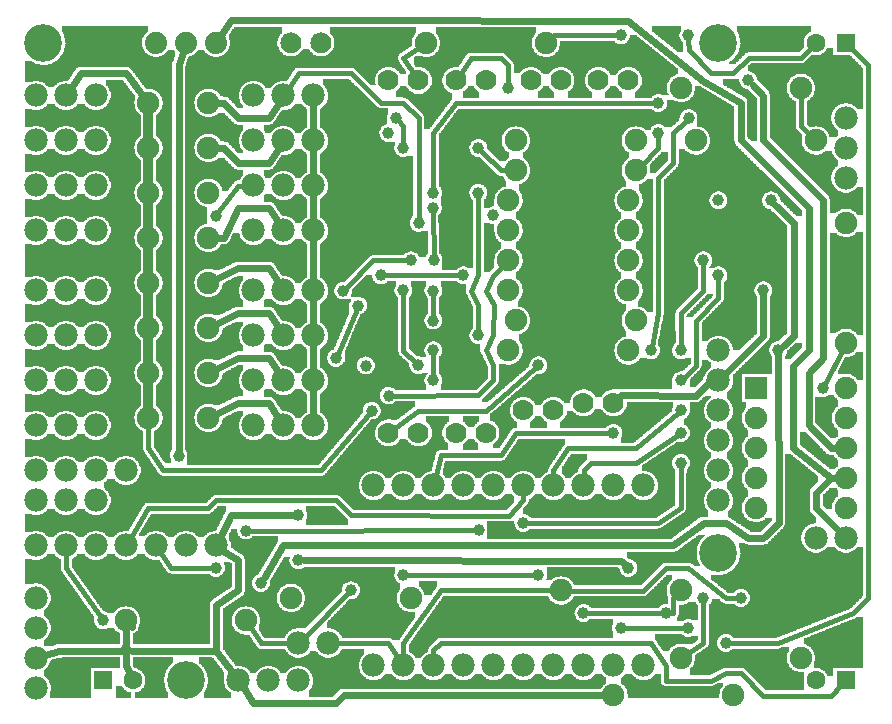
<source format=gbl>
G04 MADE WITH FRITZING*
G04 WWW.FRITZING.ORG*
G04 DOUBLE SIDED*
G04 HOLES PLATED*
G04 CONTOUR ON CENTER OF CONTOUR VECTOR*
%ASAXBY*%
%FSLAX23Y23*%
%MOIN*%
%OFA0B0*%
%SFA1.0B1.0*%
%ADD10C,0.075000*%
%ADD11C,0.039370*%
%ADD12C,0.078000*%
%ADD13C,0.125984*%
%ADD14C,0.074000*%
%ADD15C,0.062992*%
%ADD16C,0.070000*%
%ADD17R,0.075000X0.075000*%
%ADD18R,0.062992X0.062992*%
%ADD19C,0.016000*%
%ADD20C,0.024000*%
%ADD21C,0.032000*%
%ADD22R,0.001000X0.001000*%
%LNCOPPER0*%
G90*
G70*
G54D10*
X2730Y2118D03*
X232Y2232D03*
X1667Y2230D03*
X2777Y1504D03*
X1467Y1351D03*
X1778Y1868D03*
X1709Y848D03*
X785Y2230D03*
X1205Y398D03*
X447Y376D03*
X179Y339D03*
X2463Y461D03*
X2746Y225D03*
X174Y121D03*
G54D11*
X2302Y376D03*
G54D10*
X2777Y1226D03*
X2777Y1626D03*
G54D11*
X2702Y1076D03*
X2452Y2101D03*
X2253Y1975D03*
X2027Y2251D03*
X2252Y2251D03*
X2377Y226D03*
X1102Y1400D03*
X1327Y1501D03*
X1402Y1201D03*
X1196Y1000D03*
X1402Y1101D03*
X1353Y1626D03*
X1252Y1926D03*
X1277Y1976D03*
X1302Y1876D03*
X1400Y1676D03*
X1402Y1300D03*
X1402Y1400D03*
X1403Y1501D03*
X952Y651D03*
X1127Y401D03*
X2177Y326D03*
X2252Y276D03*
X1302Y451D03*
X1752Y451D03*
X2427Y376D03*
X1902Y325D03*
X2027Y276D03*
X2227Y826D03*
X1702Y626D03*
X302Y301D03*
X2052Y476D03*
X952Y501D03*
X1176Y1150D03*
X553Y850D03*
G54D10*
X2477Y1076D03*
X2777Y1076D03*
X2477Y976D03*
X2777Y976D03*
X2477Y876D03*
X2777Y876D03*
X2477Y776D03*
X2777Y776D03*
X2477Y676D03*
X2777Y676D03*
G54D11*
X777Y600D03*
X677Y476D03*
X2127Y1201D03*
X2002Y926D03*
X2502Y1401D03*
X2552Y1201D03*
X2527Y1701D03*
X2227Y926D03*
X2227Y1201D03*
X2352Y1451D03*
X2227Y1101D03*
X2227Y1001D03*
X827Y426D03*
X1553Y601D03*
G54D10*
X777Y301D03*
X377Y301D03*
G54D11*
X377Y201D03*
G54D10*
X927Y376D03*
X1327Y376D03*
G54D12*
X677Y551D03*
X577Y551D03*
X477Y551D03*
X377Y551D03*
X277Y551D03*
X177Y551D03*
X77Y551D03*
G54D10*
X2227Y176D03*
X2627Y176D03*
X1827Y401D03*
X2227Y401D03*
G54D11*
X1652Y2076D03*
X2152Y2026D03*
X1602Y1651D03*
X2352Y1701D03*
X2302Y1501D03*
G54D13*
X577Y101D03*
G54D14*
X477Y2226D03*
X577Y2226D03*
X677Y2226D03*
G54D13*
X2352Y526D03*
X2352Y2226D03*
X102Y2226D03*
G54D11*
X676Y1650D03*
X1078Y1175D03*
X1253Y1050D03*
X1151Y1350D03*
G54D12*
X2677Y576D03*
X2777Y576D03*
X77Y801D03*
X177Y801D03*
X277Y801D03*
X377Y801D03*
X77Y701D03*
X177Y701D03*
X277Y701D03*
G54D11*
X1302Y1401D03*
X1352Y1151D03*
X1552Y1726D03*
X1552Y1251D03*
X1502Y1451D03*
X1227Y1451D03*
X1752Y1151D03*
G54D10*
X2627Y2076D03*
X2227Y2076D03*
X2677Y1901D03*
X2277Y1901D03*
X1377Y2226D03*
X1777Y2226D03*
X2002Y51D03*
X2402Y51D03*
G54D15*
X302Y101D03*
X401Y101D03*
X2776Y2226D03*
X2677Y2226D03*
X2776Y101D03*
X2677Y101D03*
G54D11*
X1402Y1726D03*
X2152Y1926D03*
X1552Y1876D03*
G54D10*
X2052Y1501D03*
X1652Y1501D03*
X2052Y1601D03*
X1652Y1601D03*
X2052Y1401D03*
X1652Y1401D03*
X2052Y1701D03*
X1652Y1701D03*
X2077Y1301D03*
X1677Y1301D03*
X2077Y1801D03*
X1677Y1801D03*
X2052Y1201D03*
X1652Y1201D03*
X2077Y1901D03*
X1677Y1901D03*
G54D16*
X1352Y926D03*
X1252Y926D03*
X1577Y926D03*
X1477Y926D03*
X1352Y2101D03*
X1252Y2101D03*
X1577Y2101D03*
X1477Y2101D03*
X1802Y1001D03*
X1702Y1001D03*
X2002Y1026D03*
X1902Y1026D03*
X2052Y2101D03*
X1952Y2101D03*
X1827Y2101D03*
X1727Y2101D03*
G54D10*
X452Y976D03*
X652Y976D03*
X452Y1576D03*
X652Y1576D03*
X452Y1126D03*
X652Y1126D03*
X452Y1726D03*
X652Y1726D03*
X452Y1276D03*
X652Y1276D03*
X452Y1876D03*
X652Y1876D03*
X452Y1426D03*
X652Y1426D03*
X452Y2026D03*
X652Y2026D03*
G54D12*
X1002Y951D03*
X902Y951D03*
X802Y951D03*
X1002Y1601D03*
X902Y1601D03*
X802Y1601D03*
X1002Y1101D03*
X902Y1101D03*
X802Y1101D03*
X1002Y1751D03*
X902Y1751D03*
X802Y1751D03*
X1002Y1251D03*
X902Y1251D03*
X802Y1251D03*
X1002Y1901D03*
X902Y1901D03*
X802Y1901D03*
X1002Y1401D03*
X902Y1401D03*
X802Y1401D03*
X1002Y2051D03*
X902Y2051D03*
X802Y2051D03*
X2352Y701D03*
X2352Y801D03*
X2352Y901D03*
X2352Y1001D03*
X2352Y1101D03*
X2352Y1201D03*
X1202Y151D03*
X1302Y151D03*
X1402Y151D03*
X1502Y151D03*
X1602Y151D03*
X1702Y151D03*
X1802Y151D03*
X1902Y151D03*
X2002Y151D03*
X2102Y151D03*
X1202Y751D03*
X1302Y751D03*
X1402Y751D03*
X1502Y751D03*
X1602Y751D03*
X1702Y751D03*
X1802Y751D03*
X1902Y751D03*
X2002Y751D03*
X2102Y751D03*
X77Y376D03*
X77Y276D03*
X77Y176D03*
X77Y76D03*
X952Y226D03*
X1052Y226D03*
X2777Y1976D03*
X2777Y1876D03*
X2777Y1776D03*
X752Y101D03*
X852Y101D03*
X952Y101D03*
X77Y951D03*
X177Y951D03*
X277Y951D03*
X77Y1601D03*
X177Y1601D03*
X277Y1601D03*
X77Y1101D03*
X177Y1101D03*
X277Y1101D03*
X77Y1751D03*
X177Y1751D03*
X277Y1751D03*
X77Y1251D03*
X177Y1251D03*
X277Y1251D03*
X77Y1901D03*
X177Y1901D03*
X277Y1901D03*
X77Y1401D03*
X177Y1401D03*
X277Y1401D03*
X77Y2051D03*
X177Y2051D03*
X277Y2051D03*
G54D16*
X927Y2226D03*
X1027Y2226D03*
G54D17*
X2477Y1076D03*
G54D18*
X302Y101D03*
X2776Y2226D03*
X2776Y101D03*
G54D19*
X2302Y225D02*
X2302Y362D01*
D02*
X2246Y188D02*
X2302Y225D01*
D02*
X2708Y1088D02*
X2767Y1205D01*
D02*
X2627Y1950D02*
X2627Y2052D01*
D02*
X2661Y1917D02*
X2627Y1950D01*
G54D20*
D02*
X2653Y1126D02*
X2653Y951D01*
D02*
X2702Y1175D02*
X2653Y1126D01*
D02*
X2702Y1701D02*
X2702Y1175D01*
D02*
X2653Y951D02*
X2726Y875D01*
D02*
X2726Y875D02*
X2749Y875D01*
D02*
X2602Y1150D02*
X2602Y1026D01*
D02*
X2653Y1201D02*
X2602Y1150D01*
D02*
X2602Y1026D02*
X2602Y876D01*
D02*
X2653Y1676D02*
X2653Y1201D01*
D02*
X2602Y876D02*
X2727Y776D01*
D02*
X2727Y776D02*
X2749Y776D01*
D02*
X2502Y2050D02*
X2502Y1901D01*
D02*
X2466Y2087D02*
X2502Y2050D01*
D02*
X2502Y1901D02*
X2702Y1701D01*
D02*
X2052Y2300D02*
X2302Y2100D01*
D02*
X1077Y2301D02*
X2052Y2300D01*
D02*
X2427Y2026D02*
X2427Y1901D01*
D02*
X2302Y2100D02*
X2427Y2026D01*
D02*
X727Y2301D02*
X1077Y2301D01*
D02*
X2427Y1901D02*
X2653Y1676D01*
D02*
X694Y2251D02*
X727Y2301D01*
G54D19*
D02*
X2202Y1926D02*
X2243Y1966D01*
D02*
X2202Y1825D02*
X2202Y1926D01*
D02*
X2152Y1775D02*
X2202Y1825D01*
D02*
X2152Y1325D02*
X2152Y1775D01*
D02*
X2130Y1214D02*
X2152Y1325D01*
G54D20*
D02*
X2677Y675D02*
X2756Y597D01*
D02*
X2677Y726D02*
X2677Y675D01*
D02*
X2726Y775D02*
X2677Y726D01*
D02*
X2749Y775D02*
X2726Y775D01*
G54D19*
D02*
X2253Y2201D02*
X2252Y2237D01*
D02*
X2628Y2176D02*
X2453Y2176D01*
D02*
X2453Y2176D02*
X2402Y2126D01*
D02*
X2402Y2126D02*
X2327Y2126D01*
D02*
X2327Y2126D02*
X2253Y2201D01*
D02*
X1803Y2251D02*
X1794Y2242D01*
D02*
X2014Y2251D02*
X1803Y2251D01*
D02*
X2662Y2210D02*
X2628Y2176D01*
D02*
X1301Y2175D02*
X1341Y2118D01*
D02*
X1358Y2213D02*
X1301Y2175D01*
D02*
X2851Y2151D02*
X2852Y375D01*
D02*
X2852Y375D02*
X2802Y325D01*
D02*
X2791Y2211D02*
X2851Y2151D01*
D02*
X2802Y325D02*
X2552Y226D01*
D02*
X2552Y226D02*
X2390Y226D01*
D02*
X1202Y1501D02*
X1314Y1501D01*
D02*
X1111Y1410D02*
X1202Y1501D01*
D02*
X502Y801D02*
X452Y875D01*
D02*
X452Y875D02*
X452Y952D01*
D02*
X1188Y990D02*
X1027Y801D01*
D02*
X1027Y801D02*
X502Y801D01*
D02*
X1402Y1187D02*
X1402Y1114D01*
D02*
X1127Y2125D02*
X1227Y2026D01*
D02*
X1227Y2026D02*
X1302Y2026D01*
D02*
X953Y2125D02*
X1127Y2125D01*
D02*
X1302Y2026D02*
X1353Y1975D01*
D02*
X916Y2071D02*
X953Y2125D01*
D02*
X1353Y1975D02*
X1353Y1639D01*
D02*
X1302Y1950D02*
X1302Y1889D01*
D02*
X1286Y1966D02*
X1302Y1950D01*
D02*
X1403Y1514D02*
X1400Y1662D01*
D02*
X1402Y1314D02*
X1402Y1387D01*
G54D20*
D02*
X2202Y551D02*
X902Y551D01*
D02*
X902Y551D02*
X837Y442D01*
D02*
X2303Y626D02*
X2202Y551D01*
D02*
X2377Y625D02*
X2303Y626D01*
D02*
X2452Y576D02*
X2377Y625D01*
D02*
X2502Y576D02*
X2452Y576D01*
D02*
X2553Y626D02*
X2502Y576D01*
D02*
X2552Y1182D02*
X2553Y626D01*
D02*
X728Y651D02*
X933Y651D01*
D02*
X691Y577D02*
X728Y651D01*
G54D19*
D02*
X1127Y401D02*
X1116Y408D01*
D02*
X969Y243D02*
X1127Y401D01*
D02*
X827Y225D02*
X928Y225D01*
D02*
X790Y281D02*
X827Y225D01*
D02*
X1252Y225D02*
X1288Y171D01*
D02*
X1077Y225D02*
X1252Y225D01*
D02*
X2202Y325D02*
X1916Y325D01*
D02*
X2191Y325D02*
X2202Y325D01*
D02*
X2040Y276D02*
X2239Y276D01*
D02*
X1302Y225D02*
X1302Y175D01*
D02*
X1427Y401D02*
X1302Y225D01*
D02*
X1804Y401D02*
X1427Y401D01*
D02*
X2377Y375D02*
X2252Y475D01*
D02*
X2252Y475D02*
X2178Y475D01*
D02*
X2178Y475D02*
X2102Y400D01*
D02*
X2414Y375D02*
X2377Y375D01*
D02*
X2102Y400D02*
X1850Y400D01*
D02*
X2177Y150D02*
X2177Y100D01*
D02*
X2127Y226D02*
X2177Y150D01*
D02*
X2377Y125D02*
X2427Y125D01*
D02*
X2327Y100D02*
X2377Y125D01*
D02*
X2177Y100D02*
X2327Y100D01*
D02*
X2502Y50D02*
X2726Y50D01*
D02*
X2726Y50D02*
X2761Y85D01*
D02*
X2427Y125D02*
X2502Y50D01*
D02*
X2202Y325D02*
X2191Y325D01*
D02*
X2202Y376D02*
X2202Y325D01*
D02*
X2211Y384D02*
X2202Y376D01*
D02*
X1316Y451D02*
X1738Y451D01*
G54D20*
D02*
X378Y300D02*
X397Y280D01*
D02*
X377Y220D02*
X378Y300D01*
G54D19*
D02*
X2227Y675D02*
X2152Y626D01*
D02*
X2152Y626D02*
X1716Y626D01*
D02*
X2227Y812D02*
X2227Y675D01*
G54D20*
D02*
X378Y150D02*
X377Y182D01*
D02*
X389Y125D02*
X377Y150D01*
G54D19*
D02*
X178Y475D02*
X294Y312D01*
D02*
X177Y526D02*
X178Y475D01*
G54D20*
D02*
X2027Y500D02*
X2039Y489D01*
D02*
X971Y501D02*
X2027Y500D01*
D02*
X553Y2151D02*
X553Y869D01*
D02*
X567Y2196D02*
X553Y2151D01*
G54D19*
D02*
X1627Y851D02*
X1427Y851D01*
D02*
X1678Y925D02*
X1627Y851D01*
D02*
X1989Y926D02*
X1678Y925D01*
D02*
X1427Y851D02*
X1408Y774D01*
G54D20*
D02*
X2277Y1050D02*
X2327Y1101D01*
D02*
X2027Y1051D02*
X2277Y1050D01*
D02*
X2327Y1101D02*
X2322Y1101D01*
D02*
X2502Y1382D02*
X2502Y1250D01*
D02*
X2502Y1250D02*
X2373Y1122D01*
D02*
X2603Y1626D02*
X2603Y1250D01*
D02*
X2603Y1250D02*
X2565Y1214D01*
D02*
X2541Y1687D02*
X2603Y1626D01*
G54D19*
D02*
X2077Y825D02*
X2216Y918D01*
D02*
X1927Y825D02*
X2077Y825D01*
D02*
X1903Y801D02*
X1927Y825D01*
D02*
X1902Y775D02*
X1903Y801D01*
D02*
X2302Y1401D02*
X2302Y1487D01*
D02*
X2227Y1325D02*
X2302Y1400D01*
D02*
X2227Y1214D02*
X2227Y1325D01*
D02*
X2352Y1375D02*
X2352Y1437D01*
D02*
X1852Y875D02*
X2077Y875D01*
D02*
X1802Y801D02*
X1852Y875D01*
D02*
X2077Y875D02*
X2217Y992D01*
D02*
X2277Y1150D02*
X2277Y1300D01*
D02*
X2237Y1110D02*
X2277Y1150D01*
D02*
X2277Y1300D02*
X2352Y1375D01*
D02*
X1802Y775D02*
X1802Y801D01*
D02*
X1427Y225D02*
X2127Y226D01*
D02*
X1402Y201D02*
X1427Y225D01*
D02*
X1402Y175D02*
X1402Y201D01*
G54D20*
D02*
X396Y200D02*
X678Y200D01*
D02*
X153Y200D02*
X358Y200D01*
D02*
X678Y200D02*
X734Y125D01*
D02*
X106Y185D02*
X153Y200D01*
D02*
X752Y401D02*
X677Y351D01*
D02*
X677Y351D02*
X678Y200D01*
D02*
X752Y501D02*
X752Y401D01*
D02*
X702Y534D02*
X752Y501D01*
D02*
X678Y200D02*
X734Y125D01*
D02*
X1974Y51D02*
X1103Y51D01*
D02*
X1103Y51D02*
X1077Y26D01*
D02*
X1077Y26D02*
X802Y26D01*
D02*
X802Y26D02*
X769Y75D01*
G54D19*
D02*
X1653Y650D02*
X1702Y701D01*
D02*
X1702Y701D02*
X1702Y726D01*
D02*
X678Y701D02*
X1078Y701D01*
D02*
X652Y675D02*
X678Y701D01*
D02*
X1128Y651D02*
X1653Y650D01*
D02*
X1078Y701D02*
X1128Y651D01*
D02*
X452Y675D02*
X652Y675D01*
D02*
X390Y572D02*
X452Y675D01*
D02*
X1540Y601D02*
X791Y600D01*
D02*
X664Y476D02*
X527Y476D01*
D02*
X527Y476D02*
X491Y530D01*
G54D20*
D02*
X435Y2048D02*
X377Y2125D01*
D02*
X377Y2125D02*
X227Y2125D01*
D02*
X227Y2125D02*
X194Y2076D01*
D02*
X2020Y1044D02*
X2027Y1051D01*
G54D19*
D02*
X1652Y2151D02*
X1652Y2089D01*
D02*
X1627Y2176D02*
X1652Y2151D01*
D02*
X1527Y2176D02*
X1627Y2176D01*
D02*
X1489Y2118D02*
X1527Y2176D01*
D02*
X752Y1750D02*
X685Y1661D01*
D02*
X778Y1750D02*
X752Y1750D01*
G54D21*
D02*
X452Y1910D02*
X452Y1991D01*
G54D19*
D02*
X1146Y1338D02*
X1083Y1188D01*
D02*
X1602Y1151D02*
X1577Y1201D01*
D02*
X1602Y1251D02*
X1603Y1351D01*
D02*
X1577Y1201D02*
X1602Y1251D01*
D02*
X1603Y1351D02*
X1577Y1400D01*
D02*
X1577Y1400D02*
X1602Y1450D01*
D02*
X1602Y1101D02*
X1602Y1151D01*
D02*
X1552Y1051D02*
X1602Y1101D01*
D02*
X1602Y1450D02*
X1653Y1501D01*
D02*
X1266Y1050D02*
X1552Y1051D01*
D02*
X1653Y1501D02*
X1669Y1516D01*
D02*
X1302Y1200D02*
X1302Y1387D01*
D02*
X1343Y1160D02*
X1302Y1200D01*
D02*
X1552Y1351D02*
X1552Y1265D01*
D02*
X1552Y1451D02*
X1527Y1400D01*
D02*
X1527Y1400D02*
X1552Y1351D01*
D02*
X1552Y1713D02*
X1552Y1451D01*
D02*
X1489Y1451D02*
X1241Y1451D01*
D02*
X1352Y1000D02*
X1577Y1000D01*
D02*
X1252Y925D02*
X1352Y1000D01*
D02*
X1577Y1000D02*
X1742Y1142D01*
D02*
X1232Y922D02*
X1252Y925D01*
G54D20*
D02*
X853Y1476D02*
X886Y1426D01*
D02*
X752Y1475D02*
X853Y1476D01*
D02*
X678Y1438D02*
X752Y1475D01*
D02*
X853Y1325D02*
X886Y1276D01*
D02*
X752Y1325D02*
X853Y1325D01*
D02*
X678Y1288D02*
X752Y1325D01*
D02*
X752Y1176D02*
X678Y1138D01*
D02*
X853Y1175D02*
X752Y1176D01*
D02*
X886Y1126D02*
X853Y1175D01*
D02*
X853Y1025D02*
X885Y976D01*
D02*
X752Y1026D02*
X853Y1025D01*
D02*
X678Y988D02*
X752Y1026D01*
D02*
X853Y1975D02*
X886Y2025D01*
D02*
X751Y1975D02*
X853Y1975D01*
D02*
X703Y2026D02*
X751Y1975D01*
D02*
X681Y2026D02*
X703Y2026D01*
D02*
X853Y1825D02*
X886Y1875D01*
D02*
X703Y1876D02*
X751Y1825D01*
D02*
X751Y1825D02*
X853Y1825D01*
D02*
X681Y1876D02*
X703Y1876D01*
G54D21*
D02*
X452Y1760D02*
X452Y1841D01*
D02*
X452Y1610D02*
X452Y1691D01*
G54D20*
D02*
X751Y1676D02*
X853Y1676D01*
D02*
X703Y1576D02*
X751Y1676D01*
D02*
X681Y1576D02*
X703Y1576D01*
D02*
X853Y1676D02*
X886Y1626D01*
D02*
X1002Y1870D02*
X1002Y1781D01*
D02*
X1002Y1931D02*
X1002Y2020D01*
D02*
X1002Y1720D02*
X1002Y1631D01*
G54D19*
D02*
X2139Y2026D02*
X1477Y2025D01*
D02*
X1477Y2025D02*
X1402Y1925D01*
D02*
X1402Y1925D02*
X1402Y1739D01*
D02*
X2152Y1876D02*
X2093Y1817D01*
D02*
X2152Y1912D02*
X2152Y1876D01*
D02*
X1627Y1801D02*
X1562Y1866D01*
D02*
X1654Y1801D02*
X1627Y1801D01*
G54D21*
D02*
X452Y1460D02*
X452Y1541D01*
D02*
X452Y1310D02*
X452Y1391D01*
D02*
X452Y1160D02*
X452Y1241D01*
D02*
X452Y1010D02*
X452Y1091D01*
G54D20*
D02*
X1002Y1431D02*
X1002Y1570D01*
D02*
X1002Y1281D02*
X1002Y1370D01*
D02*
X1002Y1131D02*
X1002Y1220D01*
D02*
X1002Y981D02*
X1002Y1070D01*
G36*
X2132Y2283D02*
X2132Y2263D01*
X2134Y2263D01*
X2134Y2261D01*
X2138Y2261D01*
X2138Y2259D01*
X2140Y2259D01*
X2140Y2257D01*
X2142Y2257D01*
X2142Y2255D01*
X2144Y2255D01*
X2144Y2253D01*
X2148Y2253D01*
X2148Y2251D01*
X2150Y2251D01*
X2150Y2249D01*
X2152Y2249D01*
X2152Y2247D01*
X2154Y2247D01*
X2154Y2245D01*
X2158Y2245D01*
X2158Y2243D01*
X2160Y2243D01*
X2160Y2241D01*
X2162Y2241D01*
X2162Y2239D01*
X2164Y2239D01*
X2164Y2237D01*
X2168Y2237D01*
X2168Y2235D01*
X2170Y2235D01*
X2170Y2233D01*
X2172Y2233D01*
X2172Y2231D01*
X2174Y2231D01*
X2174Y2229D01*
X2178Y2229D01*
X2178Y2227D01*
X2180Y2227D01*
X2180Y2225D01*
X2182Y2225D01*
X2182Y2223D01*
X2184Y2223D01*
X2184Y2221D01*
X2188Y2221D01*
X2188Y2219D01*
X2190Y2219D01*
X2190Y2217D01*
X2192Y2217D01*
X2192Y2215D01*
X2194Y2215D01*
X2194Y2213D01*
X2198Y2213D01*
X2198Y2211D01*
X2200Y2211D01*
X2200Y2209D01*
X2202Y2209D01*
X2202Y2207D01*
X2204Y2207D01*
X2204Y2205D01*
X2208Y2205D01*
X2208Y2203D01*
X2210Y2203D01*
X2210Y2201D01*
X2212Y2201D01*
X2212Y2199D01*
X2214Y2199D01*
X2214Y2197D01*
X2234Y2197D01*
X2234Y2229D01*
X2230Y2229D01*
X2230Y2233D01*
X2228Y2233D01*
X2228Y2235D01*
X2226Y2235D01*
X2226Y2239D01*
X2224Y2239D01*
X2224Y2245D01*
X2222Y2245D01*
X2222Y2255D01*
X2224Y2255D01*
X2224Y2263D01*
X2226Y2263D01*
X2226Y2283D01*
X2132Y2283D01*
G37*
D02*
G36*
X2414Y2283D02*
X2414Y2263D01*
X2416Y2263D01*
X2416Y2259D01*
X2418Y2259D01*
X2418Y2255D01*
X2420Y2255D01*
X2420Y2249D01*
X2422Y2249D01*
X2422Y2243D01*
X2424Y2243D01*
X2424Y2227D01*
X2426Y2227D01*
X2426Y2223D01*
X2424Y2223D01*
X2424Y2209D01*
X2422Y2209D01*
X2422Y2201D01*
X2420Y2201D01*
X2420Y2197D01*
X2418Y2197D01*
X2418Y2193D01*
X2416Y2193D01*
X2416Y2189D01*
X2414Y2189D01*
X2414Y2185D01*
X2412Y2185D01*
X2412Y2183D01*
X2410Y2183D01*
X2410Y2181D01*
X2408Y2181D01*
X2408Y2177D01*
X2406Y2177D01*
X2406Y2175D01*
X2404Y2175D01*
X2404Y2173D01*
X2402Y2173D01*
X2402Y2171D01*
X2400Y2171D01*
X2400Y2169D01*
X2396Y2169D01*
X2396Y2167D01*
X2394Y2167D01*
X2394Y2165D01*
X2390Y2165D01*
X2390Y2163D01*
X2388Y2163D01*
X2388Y2155D01*
X2408Y2155D01*
X2408Y2157D01*
X2410Y2157D01*
X2410Y2159D01*
X2412Y2159D01*
X2412Y2161D01*
X2414Y2161D01*
X2414Y2163D01*
X2416Y2163D01*
X2416Y2165D01*
X2418Y2165D01*
X2418Y2167D01*
X2420Y2167D01*
X2420Y2169D01*
X2422Y2169D01*
X2422Y2171D01*
X2424Y2171D01*
X2424Y2173D01*
X2426Y2173D01*
X2426Y2175D01*
X2428Y2175D01*
X2428Y2177D01*
X2430Y2177D01*
X2430Y2179D01*
X2432Y2179D01*
X2432Y2181D01*
X2434Y2181D01*
X2434Y2183D01*
X2436Y2183D01*
X2436Y2185D01*
X2438Y2185D01*
X2438Y2187D01*
X2440Y2187D01*
X2440Y2189D01*
X2442Y2189D01*
X2442Y2191D01*
X2444Y2191D01*
X2444Y2193D01*
X2452Y2193D01*
X2452Y2195D01*
X2622Y2195D01*
X2622Y2197D01*
X2624Y2197D01*
X2624Y2199D01*
X2626Y2199D01*
X2626Y2201D01*
X2628Y2201D01*
X2628Y2203D01*
X2630Y2203D01*
X2630Y2205D01*
X2632Y2205D01*
X2632Y2207D01*
X2634Y2207D01*
X2634Y2209D01*
X2636Y2209D01*
X2636Y2235D01*
X2638Y2235D01*
X2638Y2241D01*
X2640Y2241D01*
X2640Y2245D01*
X2642Y2245D01*
X2642Y2249D01*
X2644Y2249D01*
X2644Y2251D01*
X2646Y2251D01*
X2646Y2255D01*
X2648Y2255D01*
X2648Y2257D01*
X2652Y2257D01*
X2652Y2259D01*
X2654Y2259D01*
X2654Y2261D01*
X2658Y2261D01*
X2658Y2263D01*
X2662Y2263D01*
X2662Y2283D01*
X2414Y2283D01*
G37*
D02*
G36*
X2714Y2209D02*
X2714Y2205D01*
X2712Y2205D01*
X2712Y2201D01*
X2710Y2201D01*
X2710Y2199D01*
X2708Y2199D01*
X2708Y2197D01*
X2706Y2197D01*
X2706Y2195D01*
X2704Y2195D01*
X2704Y2193D01*
X2702Y2193D01*
X2702Y2191D01*
X2698Y2191D01*
X2698Y2189D01*
X2694Y2189D01*
X2694Y2187D01*
X2688Y2187D01*
X2688Y2185D01*
X2660Y2185D01*
X2660Y2183D01*
X2658Y2183D01*
X2658Y2181D01*
X2656Y2181D01*
X2656Y2179D01*
X2654Y2179D01*
X2654Y2177D01*
X2652Y2177D01*
X2652Y2175D01*
X2650Y2175D01*
X2650Y2173D01*
X2648Y2173D01*
X2648Y2171D01*
X2646Y2171D01*
X2646Y2169D01*
X2644Y2169D01*
X2644Y2165D01*
X2640Y2165D01*
X2640Y2163D01*
X2638Y2163D01*
X2638Y2161D01*
X2636Y2161D01*
X2636Y2159D01*
X2460Y2159D01*
X2460Y2157D01*
X2458Y2157D01*
X2458Y2155D01*
X2456Y2155D01*
X2456Y2153D01*
X2454Y2153D01*
X2454Y2151D01*
X2452Y2151D01*
X2452Y2131D01*
X2456Y2131D01*
X2456Y2129D01*
X2464Y2129D01*
X2464Y2127D01*
X2468Y2127D01*
X2468Y2125D01*
X2470Y2125D01*
X2470Y2123D01*
X2638Y2123D01*
X2638Y2121D01*
X2644Y2121D01*
X2644Y2119D01*
X2648Y2119D01*
X2648Y2117D01*
X2652Y2117D01*
X2652Y2115D01*
X2654Y2115D01*
X2654Y2113D01*
X2658Y2113D01*
X2658Y2111D01*
X2660Y2111D01*
X2660Y2109D01*
X2662Y2109D01*
X2662Y2107D01*
X2664Y2107D01*
X2664Y2103D01*
X2666Y2103D01*
X2666Y2101D01*
X2668Y2101D01*
X2668Y2097D01*
X2670Y2097D01*
X2670Y2093D01*
X2672Y2093D01*
X2672Y2087D01*
X2674Y2087D01*
X2674Y2065D01*
X2672Y2065D01*
X2672Y2057D01*
X2670Y2057D01*
X2670Y2053D01*
X2668Y2053D01*
X2668Y2051D01*
X2666Y2051D01*
X2666Y2047D01*
X2664Y2047D01*
X2664Y2045D01*
X2662Y2045D01*
X2662Y2043D01*
X2660Y2043D01*
X2660Y2041D01*
X2658Y2041D01*
X2658Y2039D01*
X2656Y2039D01*
X2656Y2037D01*
X2652Y2037D01*
X2652Y2035D01*
X2650Y2035D01*
X2650Y2033D01*
X2646Y2033D01*
X2646Y2025D01*
X2784Y2025D01*
X2784Y2023D01*
X2792Y2023D01*
X2792Y2021D01*
X2798Y2021D01*
X2798Y2019D01*
X2802Y2019D01*
X2802Y2017D01*
X2804Y2017D01*
X2804Y2015D01*
X2808Y2015D01*
X2808Y2013D01*
X2810Y2013D01*
X2810Y2011D01*
X2812Y2011D01*
X2812Y2009D01*
X2814Y2009D01*
X2814Y2007D01*
X2834Y2007D01*
X2834Y2143D01*
X2832Y2143D01*
X2832Y2145D01*
X2830Y2145D01*
X2830Y2147D01*
X2828Y2147D01*
X2828Y2149D01*
X2826Y2149D01*
X2826Y2151D01*
X2824Y2151D01*
X2824Y2153D01*
X2822Y2153D01*
X2822Y2155D01*
X2820Y2155D01*
X2820Y2157D01*
X2818Y2157D01*
X2818Y2159D01*
X2816Y2159D01*
X2816Y2161D01*
X2814Y2161D01*
X2814Y2163D01*
X2812Y2163D01*
X2812Y2165D01*
X2810Y2165D01*
X2810Y2167D01*
X2808Y2167D01*
X2808Y2169D01*
X2806Y2169D01*
X2806Y2171D01*
X2804Y2171D01*
X2804Y2173D01*
X2802Y2173D01*
X2802Y2175D01*
X2800Y2175D01*
X2800Y2177D01*
X2798Y2177D01*
X2798Y2179D01*
X2796Y2179D01*
X2796Y2181D01*
X2794Y2181D01*
X2794Y2183D01*
X2792Y2183D01*
X2792Y2185D01*
X2734Y2185D01*
X2734Y2209D01*
X2714Y2209D01*
G37*
D02*
G36*
X2472Y2123D02*
X2472Y2121D01*
X2474Y2121D01*
X2474Y2119D01*
X2476Y2119D01*
X2476Y2117D01*
X2478Y2117D01*
X2478Y2113D01*
X2480Y2113D01*
X2480Y2107D01*
X2482Y2107D01*
X2482Y2101D01*
X2484Y2101D01*
X2484Y2099D01*
X2486Y2099D01*
X2486Y2097D01*
X2488Y2097D01*
X2488Y2095D01*
X2490Y2095D01*
X2490Y2093D01*
X2492Y2093D01*
X2492Y2091D01*
X2494Y2091D01*
X2494Y2089D01*
X2496Y2089D01*
X2496Y2087D01*
X2498Y2087D01*
X2498Y2085D01*
X2500Y2085D01*
X2500Y2083D01*
X2502Y2083D01*
X2502Y2081D01*
X2504Y2081D01*
X2504Y2079D01*
X2506Y2079D01*
X2506Y2077D01*
X2508Y2077D01*
X2508Y2075D01*
X2510Y2075D01*
X2510Y2073D01*
X2512Y2073D01*
X2512Y2071D01*
X2514Y2071D01*
X2514Y2069D01*
X2516Y2069D01*
X2516Y2067D01*
X2518Y2067D01*
X2518Y2065D01*
X2520Y2065D01*
X2520Y2061D01*
X2522Y2061D01*
X2522Y2057D01*
X2524Y2057D01*
X2524Y1909D01*
X2526Y1909D01*
X2526Y1907D01*
X2528Y1907D01*
X2528Y1905D01*
X2530Y1905D01*
X2530Y1903D01*
X2532Y1903D01*
X2532Y1901D01*
X2534Y1901D01*
X2534Y1899D01*
X2536Y1899D01*
X2536Y1897D01*
X2538Y1897D01*
X2538Y1895D01*
X2540Y1895D01*
X2540Y1893D01*
X2542Y1893D01*
X2542Y1891D01*
X2544Y1891D01*
X2544Y1889D01*
X2546Y1889D01*
X2546Y1887D01*
X2548Y1887D01*
X2548Y1885D01*
X2550Y1885D01*
X2550Y1883D01*
X2552Y1883D01*
X2552Y1881D01*
X2554Y1881D01*
X2554Y1879D01*
X2556Y1879D01*
X2556Y1877D01*
X2558Y1877D01*
X2558Y1875D01*
X2560Y1875D01*
X2560Y1873D01*
X2562Y1873D01*
X2562Y1871D01*
X2564Y1871D01*
X2564Y1869D01*
X2566Y1869D01*
X2566Y1867D01*
X2568Y1867D01*
X2568Y1865D01*
X2570Y1865D01*
X2570Y1863D01*
X2572Y1863D01*
X2572Y1861D01*
X2574Y1861D01*
X2574Y1859D01*
X2576Y1859D01*
X2576Y1857D01*
X2578Y1857D01*
X2578Y1855D01*
X2580Y1855D01*
X2580Y1853D01*
X2670Y1853D01*
X2670Y1855D01*
X2662Y1855D01*
X2662Y1857D01*
X2656Y1857D01*
X2656Y1859D01*
X2654Y1859D01*
X2654Y1861D01*
X2650Y1861D01*
X2650Y1863D01*
X2648Y1863D01*
X2648Y1865D01*
X2644Y1865D01*
X2644Y1867D01*
X2642Y1867D01*
X2642Y1871D01*
X2640Y1871D01*
X2640Y1873D01*
X2638Y1873D01*
X2638Y1875D01*
X2636Y1875D01*
X2636Y1879D01*
X2634Y1879D01*
X2634Y1883D01*
X2632Y1883D01*
X2632Y1891D01*
X2630Y1891D01*
X2630Y1923D01*
X2628Y1923D01*
X2628Y1925D01*
X2626Y1925D01*
X2626Y1927D01*
X2624Y1927D01*
X2624Y1929D01*
X2622Y1929D01*
X2622Y1931D01*
X2620Y1931D01*
X2620Y1933D01*
X2618Y1933D01*
X2618Y1935D01*
X2616Y1935D01*
X2616Y1937D01*
X2614Y1937D01*
X2614Y1939D01*
X2612Y1939D01*
X2612Y1943D01*
X2610Y1943D01*
X2610Y2031D01*
X2608Y2031D01*
X2608Y2033D01*
X2604Y2033D01*
X2604Y2035D01*
X2602Y2035D01*
X2602Y2037D01*
X2598Y2037D01*
X2598Y2039D01*
X2596Y2039D01*
X2596Y2041D01*
X2594Y2041D01*
X2594Y2043D01*
X2592Y2043D01*
X2592Y2045D01*
X2590Y2045D01*
X2590Y2047D01*
X2588Y2047D01*
X2588Y2051D01*
X2586Y2051D01*
X2586Y2055D01*
X2584Y2055D01*
X2584Y2059D01*
X2582Y2059D01*
X2582Y2065D01*
X2580Y2065D01*
X2580Y2087D01*
X2582Y2087D01*
X2582Y2093D01*
X2584Y2093D01*
X2584Y2097D01*
X2586Y2097D01*
X2586Y2101D01*
X2588Y2101D01*
X2588Y2103D01*
X2590Y2103D01*
X2590Y2107D01*
X2592Y2107D01*
X2592Y2109D01*
X2594Y2109D01*
X2594Y2111D01*
X2596Y2111D01*
X2596Y2113D01*
X2600Y2113D01*
X2600Y2115D01*
X2602Y2115D01*
X2602Y2117D01*
X2606Y2117D01*
X2606Y2119D01*
X2610Y2119D01*
X2610Y2121D01*
X2618Y2121D01*
X2618Y2123D01*
X2472Y2123D01*
G37*
D02*
G36*
X2646Y2025D02*
X2646Y1955D01*
X2648Y1955D01*
X2648Y1953D01*
X2650Y1953D01*
X2650Y1951D01*
X2652Y1951D01*
X2652Y1949D01*
X2680Y1949D01*
X2680Y1947D01*
X2690Y1947D01*
X2690Y1945D01*
X2696Y1945D01*
X2696Y1943D01*
X2700Y1943D01*
X2700Y1941D01*
X2704Y1941D01*
X2704Y1939D01*
X2706Y1939D01*
X2706Y1937D01*
X2708Y1937D01*
X2708Y1935D01*
X2710Y1935D01*
X2710Y1933D01*
X2712Y1933D01*
X2712Y1931D01*
X2714Y1931D01*
X2714Y1929D01*
X2716Y1929D01*
X2716Y1927D01*
X2718Y1927D01*
X2718Y1923D01*
X2720Y1923D01*
X2720Y1919D01*
X2722Y1919D01*
X2722Y1913D01*
X2724Y1913D01*
X2724Y1911D01*
X2744Y1911D01*
X2744Y1913D01*
X2746Y1913D01*
X2746Y1915D01*
X2750Y1915D01*
X2750Y1935D01*
X2748Y1935D01*
X2748Y1937D01*
X2746Y1937D01*
X2746Y1939D01*
X2744Y1939D01*
X2744Y1941D01*
X2742Y1941D01*
X2742Y1943D01*
X2740Y1943D01*
X2740Y1945D01*
X2738Y1945D01*
X2738Y1947D01*
X2736Y1947D01*
X2736Y1951D01*
X2734Y1951D01*
X2734Y1955D01*
X2732Y1955D01*
X2732Y1959D01*
X2730Y1959D01*
X2730Y1967D01*
X2728Y1967D01*
X2728Y1985D01*
X2730Y1985D01*
X2730Y1991D01*
X2732Y1991D01*
X2732Y1997D01*
X2734Y1997D01*
X2734Y2001D01*
X2736Y2001D01*
X2736Y2003D01*
X2738Y2003D01*
X2738Y2007D01*
X2740Y2007D01*
X2740Y2009D01*
X2742Y2009D01*
X2742Y2011D01*
X2744Y2011D01*
X2744Y2013D01*
X2746Y2013D01*
X2746Y2015D01*
X2750Y2015D01*
X2750Y2017D01*
X2752Y2017D01*
X2752Y2019D01*
X2756Y2019D01*
X2756Y2021D01*
X2762Y2021D01*
X2762Y2023D01*
X2770Y2023D01*
X2770Y2025D01*
X2646Y2025D01*
G37*
D02*
G36*
X2654Y1949D02*
X2654Y1947D01*
X2674Y1947D01*
X2674Y1949D01*
X2654Y1949D01*
G37*
D02*
G36*
X2710Y1867D02*
X2710Y1865D01*
X2706Y1865D01*
X2706Y1863D01*
X2704Y1863D01*
X2704Y1861D01*
X2702Y1861D01*
X2702Y1859D01*
X2698Y1859D01*
X2698Y1857D01*
X2692Y1857D01*
X2692Y1855D01*
X2686Y1855D01*
X2686Y1853D01*
X2734Y1853D01*
X2734Y1855D01*
X2732Y1855D01*
X2732Y1859D01*
X2730Y1859D01*
X2730Y1867D01*
X2710Y1867D01*
G37*
D02*
G36*
X2582Y1853D02*
X2582Y1851D01*
X2734Y1851D01*
X2734Y1853D01*
X2582Y1853D01*
G37*
D02*
G36*
X2582Y1853D02*
X2582Y1851D01*
X2734Y1851D01*
X2734Y1853D01*
X2582Y1853D01*
G37*
D02*
G36*
X2584Y1851D02*
X2584Y1849D01*
X2586Y1849D01*
X2586Y1847D01*
X2588Y1847D01*
X2588Y1845D01*
X2590Y1845D01*
X2590Y1843D01*
X2592Y1843D01*
X2592Y1841D01*
X2594Y1841D01*
X2594Y1839D01*
X2596Y1839D01*
X2596Y1837D01*
X2598Y1837D01*
X2598Y1835D01*
X2600Y1835D01*
X2600Y1833D01*
X2602Y1833D01*
X2602Y1831D01*
X2604Y1831D01*
X2604Y1829D01*
X2606Y1829D01*
X2606Y1827D01*
X2608Y1827D01*
X2608Y1825D01*
X2610Y1825D01*
X2610Y1823D01*
X2612Y1823D01*
X2612Y1821D01*
X2614Y1821D01*
X2614Y1819D01*
X2616Y1819D01*
X2616Y1817D01*
X2618Y1817D01*
X2618Y1815D01*
X2620Y1815D01*
X2620Y1813D01*
X2622Y1813D01*
X2622Y1811D01*
X2624Y1811D01*
X2624Y1809D01*
X2626Y1809D01*
X2626Y1807D01*
X2628Y1807D01*
X2628Y1805D01*
X2630Y1805D01*
X2630Y1803D01*
X2632Y1803D01*
X2632Y1801D01*
X2634Y1801D01*
X2634Y1799D01*
X2636Y1799D01*
X2636Y1797D01*
X2638Y1797D01*
X2638Y1795D01*
X2640Y1795D01*
X2640Y1793D01*
X2642Y1793D01*
X2642Y1791D01*
X2644Y1791D01*
X2644Y1789D01*
X2646Y1789D01*
X2646Y1787D01*
X2648Y1787D01*
X2648Y1785D01*
X2650Y1785D01*
X2650Y1783D01*
X2652Y1783D01*
X2652Y1781D01*
X2654Y1781D01*
X2654Y1779D01*
X2656Y1779D01*
X2656Y1777D01*
X2658Y1777D01*
X2658Y1775D01*
X2660Y1775D01*
X2660Y1773D01*
X2662Y1773D01*
X2662Y1771D01*
X2664Y1771D01*
X2664Y1769D01*
X2666Y1769D01*
X2666Y1767D01*
X2668Y1767D01*
X2668Y1765D01*
X2670Y1765D01*
X2670Y1763D01*
X2672Y1763D01*
X2672Y1761D01*
X2674Y1761D01*
X2674Y1759D01*
X2676Y1759D01*
X2676Y1757D01*
X2678Y1757D01*
X2678Y1755D01*
X2680Y1755D01*
X2680Y1753D01*
X2682Y1753D01*
X2682Y1751D01*
X2684Y1751D01*
X2684Y1749D01*
X2686Y1749D01*
X2686Y1747D01*
X2688Y1747D01*
X2688Y1745D01*
X2690Y1745D01*
X2690Y1743D01*
X2692Y1743D01*
X2692Y1741D01*
X2694Y1741D01*
X2694Y1739D01*
X2696Y1739D01*
X2696Y1737D01*
X2698Y1737D01*
X2698Y1735D01*
X2700Y1735D01*
X2700Y1733D01*
X2702Y1733D01*
X2702Y1731D01*
X2704Y1731D01*
X2704Y1729D01*
X2706Y1729D01*
X2706Y1727D01*
X2766Y1727D01*
X2766Y1729D01*
X2760Y1729D01*
X2760Y1731D01*
X2756Y1731D01*
X2756Y1733D01*
X2752Y1733D01*
X2752Y1735D01*
X2748Y1735D01*
X2748Y1737D01*
X2746Y1737D01*
X2746Y1739D01*
X2744Y1739D01*
X2744Y1741D01*
X2742Y1741D01*
X2742Y1743D01*
X2740Y1743D01*
X2740Y1745D01*
X2738Y1745D01*
X2738Y1747D01*
X2736Y1747D01*
X2736Y1751D01*
X2734Y1751D01*
X2734Y1755D01*
X2732Y1755D01*
X2732Y1759D01*
X2730Y1759D01*
X2730Y1767D01*
X2728Y1767D01*
X2728Y1785D01*
X2730Y1785D01*
X2730Y1791D01*
X2732Y1791D01*
X2732Y1797D01*
X2734Y1797D01*
X2734Y1801D01*
X2736Y1801D01*
X2736Y1803D01*
X2738Y1803D01*
X2738Y1807D01*
X2740Y1807D01*
X2740Y1809D01*
X2742Y1809D01*
X2742Y1811D01*
X2744Y1811D01*
X2744Y1813D01*
X2746Y1813D01*
X2746Y1815D01*
X2750Y1815D01*
X2750Y1835D01*
X2748Y1835D01*
X2748Y1837D01*
X2746Y1837D01*
X2746Y1839D01*
X2744Y1839D01*
X2744Y1841D01*
X2742Y1841D01*
X2742Y1843D01*
X2740Y1843D01*
X2740Y1845D01*
X2738Y1845D01*
X2738Y1847D01*
X2736Y1847D01*
X2736Y1851D01*
X2584Y1851D01*
G37*
D02*
G36*
X2814Y1745D02*
X2814Y1743D01*
X2812Y1743D01*
X2812Y1741D01*
X2810Y1741D01*
X2810Y1739D01*
X2808Y1739D01*
X2808Y1737D01*
X2806Y1737D01*
X2806Y1735D01*
X2802Y1735D01*
X2802Y1733D01*
X2798Y1733D01*
X2798Y1731D01*
X2794Y1731D01*
X2794Y1729D01*
X2788Y1729D01*
X2788Y1727D01*
X2834Y1727D01*
X2834Y1745D01*
X2814Y1745D01*
G37*
D02*
G36*
X2708Y1727D02*
X2708Y1725D01*
X2834Y1725D01*
X2834Y1727D01*
X2708Y1727D01*
G37*
D02*
G36*
X2708Y1727D02*
X2708Y1725D01*
X2834Y1725D01*
X2834Y1727D01*
X2708Y1727D01*
G37*
D02*
G36*
X2710Y1725D02*
X2710Y1723D01*
X2712Y1723D01*
X2712Y1721D01*
X2714Y1721D01*
X2714Y1719D01*
X2716Y1719D01*
X2716Y1717D01*
X2718Y1717D01*
X2718Y1715D01*
X2720Y1715D01*
X2720Y1711D01*
X2722Y1711D01*
X2722Y1707D01*
X2724Y1707D01*
X2724Y1673D01*
X2786Y1673D01*
X2786Y1671D01*
X2794Y1671D01*
X2794Y1669D01*
X2798Y1669D01*
X2798Y1667D01*
X2802Y1667D01*
X2802Y1665D01*
X2804Y1665D01*
X2804Y1663D01*
X2808Y1663D01*
X2808Y1661D01*
X2810Y1661D01*
X2810Y1659D01*
X2812Y1659D01*
X2812Y1657D01*
X2814Y1657D01*
X2814Y1653D01*
X2834Y1653D01*
X2834Y1725D01*
X2710Y1725D01*
G37*
D02*
G36*
X2724Y1673D02*
X2724Y1659D01*
X2744Y1659D01*
X2744Y1661D01*
X2746Y1661D01*
X2746Y1663D01*
X2750Y1663D01*
X2750Y1665D01*
X2752Y1665D01*
X2752Y1667D01*
X2756Y1667D01*
X2756Y1669D01*
X2760Y1669D01*
X2760Y1671D01*
X2768Y1671D01*
X2768Y1673D01*
X2724Y1673D01*
G37*
D02*
G36*
X164Y2283D02*
X164Y2263D01*
X166Y2263D01*
X166Y2259D01*
X168Y2259D01*
X168Y2255D01*
X170Y2255D01*
X170Y2249D01*
X172Y2249D01*
X172Y2243D01*
X174Y2243D01*
X174Y2227D01*
X176Y2227D01*
X176Y2223D01*
X174Y2223D01*
X174Y2209D01*
X172Y2209D01*
X172Y2201D01*
X170Y2201D01*
X170Y2197D01*
X168Y2197D01*
X168Y2193D01*
X166Y2193D01*
X166Y2189D01*
X164Y2189D01*
X164Y2185D01*
X162Y2185D01*
X162Y2183D01*
X160Y2183D01*
X160Y2181D01*
X158Y2181D01*
X158Y2179D01*
X466Y2179D01*
X466Y2181D01*
X460Y2181D01*
X460Y2183D01*
X456Y2183D01*
X456Y2185D01*
X452Y2185D01*
X452Y2187D01*
X450Y2187D01*
X450Y2189D01*
X446Y2189D01*
X446Y2191D01*
X444Y2191D01*
X444Y2193D01*
X442Y2193D01*
X442Y2195D01*
X440Y2195D01*
X440Y2199D01*
X438Y2199D01*
X438Y2201D01*
X436Y2201D01*
X436Y2205D01*
X434Y2205D01*
X434Y2211D01*
X432Y2211D01*
X432Y2217D01*
X430Y2217D01*
X430Y2235D01*
X432Y2235D01*
X432Y2241D01*
X434Y2241D01*
X434Y2247D01*
X436Y2247D01*
X436Y2249D01*
X438Y2249D01*
X438Y2253D01*
X440Y2253D01*
X440Y2255D01*
X442Y2255D01*
X442Y2257D01*
X444Y2257D01*
X444Y2259D01*
X446Y2259D01*
X446Y2261D01*
X448Y2261D01*
X448Y2263D01*
X450Y2263D01*
X450Y2283D01*
X164Y2283D01*
G37*
D02*
G36*
X516Y2201D02*
X516Y2199D01*
X514Y2199D01*
X514Y2195D01*
X512Y2195D01*
X512Y2193D01*
X510Y2193D01*
X510Y2191D01*
X508Y2191D01*
X508Y2189D01*
X504Y2189D01*
X504Y2187D01*
X502Y2187D01*
X502Y2185D01*
X498Y2185D01*
X498Y2183D01*
X494Y2183D01*
X494Y2181D01*
X488Y2181D01*
X488Y2179D01*
X540Y2179D01*
X540Y2199D01*
X538Y2199D01*
X538Y2201D01*
X516Y2201D01*
G37*
D02*
G36*
X158Y2179D02*
X158Y2177D01*
X538Y2177D01*
X538Y2179D01*
X158Y2179D01*
G37*
D02*
G36*
X158Y2179D02*
X158Y2177D01*
X538Y2177D01*
X538Y2179D01*
X158Y2179D01*
G37*
D02*
G36*
X156Y2177D02*
X156Y2175D01*
X154Y2175D01*
X154Y2173D01*
X152Y2173D01*
X152Y2171D01*
X150Y2171D01*
X150Y2169D01*
X146Y2169D01*
X146Y2167D01*
X144Y2167D01*
X144Y2165D01*
X140Y2165D01*
X140Y2163D01*
X138Y2163D01*
X138Y2161D01*
X134Y2161D01*
X134Y2159D01*
X130Y2159D01*
X130Y2157D01*
X124Y2157D01*
X124Y2155D01*
X116Y2155D01*
X116Y2153D01*
X530Y2153D01*
X530Y2155D01*
X532Y2155D01*
X532Y2161D01*
X534Y2161D01*
X534Y2167D01*
X536Y2167D01*
X536Y2173D01*
X538Y2173D01*
X538Y2177D01*
X156Y2177D01*
G37*
D02*
G36*
X40Y2167D02*
X40Y2153D01*
X90Y2153D01*
X90Y2155D01*
X80Y2155D01*
X80Y2157D01*
X74Y2157D01*
X74Y2159D01*
X70Y2159D01*
X70Y2161D01*
X66Y2161D01*
X66Y2163D01*
X64Y2163D01*
X64Y2165D01*
X60Y2165D01*
X60Y2167D01*
X40Y2167D01*
G37*
D02*
G36*
X40Y2153D02*
X40Y2151D01*
X530Y2151D01*
X530Y2153D01*
X40Y2153D01*
G37*
D02*
G36*
X40Y2153D02*
X40Y2151D01*
X530Y2151D01*
X530Y2153D01*
X40Y2153D01*
G37*
D02*
G36*
X40Y2151D02*
X40Y2147D01*
X384Y2147D01*
X384Y2145D01*
X388Y2145D01*
X388Y2143D01*
X390Y2143D01*
X390Y2141D01*
X392Y2141D01*
X392Y2139D01*
X394Y2139D01*
X394Y2137D01*
X396Y2137D01*
X396Y2135D01*
X398Y2135D01*
X398Y2133D01*
X400Y2133D01*
X400Y2129D01*
X402Y2129D01*
X402Y2127D01*
X404Y2127D01*
X404Y2125D01*
X406Y2125D01*
X406Y2121D01*
X408Y2121D01*
X408Y2119D01*
X410Y2119D01*
X410Y2117D01*
X412Y2117D01*
X412Y2113D01*
X414Y2113D01*
X414Y2111D01*
X416Y2111D01*
X416Y2109D01*
X418Y2109D01*
X418Y2105D01*
X420Y2105D01*
X420Y2103D01*
X422Y2103D01*
X422Y2101D01*
X424Y2101D01*
X424Y2097D01*
X426Y2097D01*
X426Y2095D01*
X428Y2095D01*
X428Y2093D01*
X430Y2093D01*
X430Y2089D01*
X432Y2089D01*
X432Y2087D01*
X434Y2087D01*
X434Y2085D01*
X436Y2085D01*
X436Y2083D01*
X438Y2083D01*
X438Y2079D01*
X440Y2079D01*
X440Y2077D01*
X442Y2077D01*
X442Y2075D01*
X444Y2075D01*
X444Y2073D01*
X462Y2073D01*
X462Y2071D01*
X468Y2071D01*
X468Y2069D01*
X474Y2069D01*
X474Y2067D01*
X476Y2067D01*
X476Y2065D01*
X480Y2065D01*
X480Y2063D01*
X482Y2063D01*
X482Y2061D01*
X484Y2061D01*
X484Y2059D01*
X486Y2059D01*
X486Y2057D01*
X488Y2057D01*
X488Y2055D01*
X490Y2055D01*
X490Y2053D01*
X492Y2053D01*
X492Y2049D01*
X494Y2049D01*
X494Y2045D01*
X496Y2045D01*
X496Y2041D01*
X498Y2041D01*
X498Y2033D01*
X500Y2033D01*
X500Y2019D01*
X498Y2019D01*
X498Y2011D01*
X496Y2011D01*
X496Y2005D01*
X494Y2005D01*
X494Y2003D01*
X492Y2003D01*
X492Y1999D01*
X490Y1999D01*
X490Y1997D01*
X488Y1997D01*
X488Y1993D01*
X486Y1993D01*
X486Y1991D01*
X484Y1991D01*
X484Y1989D01*
X480Y1989D01*
X480Y1987D01*
X478Y1987D01*
X478Y1915D01*
X480Y1915D01*
X480Y1913D01*
X482Y1913D01*
X482Y1911D01*
X484Y1911D01*
X484Y1909D01*
X486Y1909D01*
X486Y1907D01*
X488Y1907D01*
X488Y1905D01*
X490Y1905D01*
X490Y1903D01*
X492Y1903D01*
X492Y1899D01*
X494Y1899D01*
X494Y1895D01*
X496Y1895D01*
X496Y1891D01*
X498Y1891D01*
X498Y1883D01*
X500Y1883D01*
X500Y1869D01*
X498Y1869D01*
X498Y1861D01*
X496Y1861D01*
X496Y1855D01*
X494Y1855D01*
X494Y1853D01*
X492Y1853D01*
X492Y1849D01*
X490Y1849D01*
X490Y1847D01*
X488Y1847D01*
X488Y1843D01*
X486Y1843D01*
X486Y1841D01*
X484Y1841D01*
X484Y1839D01*
X480Y1839D01*
X480Y1837D01*
X478Y1837D01*
X478Y1765D01*
X480Y1765D01*
X480Y1763D01*
X482Y1763D01*
X482Y1761D01*
X484Y1761D01*
X484Y1759D01*
X486Y1759D01*
X486Y1757D01*
X488Y1757D01*
X488Y1755D01*
X490Y1755D01*
X490Y1753D01*
X492Y1753D01*
X492Y1749D01*
X494Y1749D01*
X494Y1745D01*
X496Y1745D01*
X496Y1741D01*
X498Y1741D01*
X498Y1733D01*
X500Y1733D01*
X500Y1719D01*
X498Y1719D01*
X498Y1711D01*
X496Y1711D01*
X496Y1705D01*
X494Y1705D01*
X494Y1703D01*
X492Y1703D01*
X492Y1699D01*
X490Y1699D01*
X490Y1697D01*
X488Y1697D01*
X488Y1693D01*
X486Y1693D01*
X486Y1691D01*
X484Y1691D01*
X484Y1689D01*
X480Y1689D01*
X480Y1687D01*
X478Y1687D01*
X478Y1615D01*
X480Y1615D01*
X480Y1613D01*
X482Y1613D01*
X482Y1611D01*
X484Y1611D01*
X484Y1609D01*
X486Y1609D01*
X486Y1607D01*
X488Y1607D01*
X488Y1605D01*
X490Y1605D01*
X490Y1603D01*
X492Y1603D01*
X492Y1599D01*
X494Y1599D01*
X494Y1595D01*
X496Y1595D01*
X496Y1591D01*
X498Y1591D01*
X498Y1583D01*
X500Y1583D01*
X500Y1569D01*
X498Y1569D01*
X498Y1561D01*
X496Y1561D01*
X496Y1555D01*
X494Y1555D01*
X494Y1553D01*
X492Y1553D01*
X492Y1549D01*
X490Y1549D01*
X490Y1547D01*
X488Y1547D01*
X488Y1543D01*
X486Y1543D01*
X486Y1541D01*
X484Y1541D01*
X484Y1539D01*
X480Y1539D01*
X480Y1537D01*
X478Y1537D01*
X478Y1465D01*
X480Y1465D01*
X480Y1463D01*
X482Y1463D01*
X482Y1461D01*
X484Y1461D01*
X484Y1459D01*
X486Y1459D01*
X486Y1457D01*
X488Y1457D01*
X488Y1455D01*
X490Y1455D01*
X490Y1453D01*
X492Y1453D01*
X492Y1449D01*
X494Y1449D01*
X494Y1445D01*
X496Y1445D01*
X496Y1441D01*
X498Y1441D01*
X498Y1433D01*
X500Y1433D01*
X500Y1419D01*
X498Y1419D01*
X498Y1411D01*
X496Y1411D01*
X496Y1405D01*
X494Y1405D01*
X494Y1403D01*
X492Y1403D01*
X492Y1399D01*
X490Y1399D01*
X490Y1397D01*
X488Y1397D01*
X488Y1393D01*
X486Y1393D01*
X486Y1391D01*
X484Y1391D01*
X484Y1389D01*
X480Y1389D01*
X480Y1387D01*
X478Y1387D01*
X478Y1315D01*
X480Y1315D01*
X480Y1313D01*
X482Y1313D01*
X482Y1311D01*
X484Y1311D01*
X484Y1309D01*
X486Y1309D01*
X486Y1307D01*
X488Y1307D01*
X488Y1305D01*
X490Y1305D01*
X490Y1303D01*
X492Y1303D01*
X492Y1299D01*
X494Y1299D01*
X494Y1295D01*
X496Y1295D01*
X496Y1291D01*
X498Y1291D01*
X498Y1283D01*
X500Y1283D01*
X500Y1269D01*
X498Y1269D01*
X498Y1261D01*
X496Y1261D01*
X496Y1255D01*
X494Y1255D01*
X494Y1253D01*
X492Y1253D01*
X492Y1249D01*
X490Y1249D01*
X490Y1247D01*
X488Y1247D01*
X488Y1243D01*
X486Y1243D01*
X486Y1241D01*
X484Y1241D01*
X484Y1239D01*
X480Y1239D01*
X480Y1237D01*
X478Y1237D01*
X478Y1165D01*
X480Y1165D01*
X480Y1163D01*
X482Y1163D01*
X482Y1161D01*
X484Y1161D01*
X484Y1159D01*
X486Y1159D01*
X486Y1157D01*
X488Y1157D01*
X488Y1155D01*
X490Y1155D01*
X490Y1153D01*
X492Y1153D01*
X492Y1149D01*
X494Y1149D01*
X494Y1145D01*
X496Y1145D01*
X496Y1141D01*
X498Y1141D01*
X498Y1133D01*
X500Y1133D01*
X500Y1119D01*
X498Y1119D01*
X498Y1111D01*
X496Y1111D01*
X496Y1105D01*
X494Y1105D01*
X494Y1103D01*
X492Y1103D01*
X492Y1099D01*
X490Y1099D01*
X490Y1097D01*
X488Y1097D01*
X488Y1093D01*
X486Y1093D01*
X486Y1091D01*
X484Y1091D01*
X484Y1089D01*
X480Y1089D01*
X480Y1087D01*
X478Y1087D01*
X478Y1015D01*
X480Y1015D01*
X480Y1013D01*
X482Y1013D01*
X482Y1011D01*
X484Y1011D01*
X484Y1009D01*
X486Y1009D01*
X486Y1007D01*
X488Y1007D01*
X488Y1005D01*
X490Y1005D01*
X490Y1003D01*
X492Y1003D01*
X492Y999D01*
X494Y999D01*
X494Y995D01*
X496Y995D01*
X496Y991D01*
X498Y991D01*
X498Y983D01*
X500Y983D01*
X500Y969D01*
X498Y969D01*
X498Y961D01*
X496Y961D01*
X496Y955D01*
X494Y955D01*
X494Y953D01*
X492Y953D01*
X492Y949D01*
X490Y949D01*
X490Y947D01*
X488Y947D01*
X488Y943D01*
X486Y943D01*
X486Y941D01*
X484Y941D01*
X484Y939D01*
X480Y939D01*
X480Y937D01*
X478Y937D01*
X478Y935D01*
X474Y935D01*
X474Y933D01*
X470Y933D01*
X470Y879D01*
X472Y879D01*
X472Y877D01*
X474Y877D01*
X474Y873D01*
X476Y873D01*
X476Y871D01*
X478Y871D01*
X478Y867D01*
X480Y867D01*
X480Y865D01*
X482Y865D01*
X482Y861D01*
X484Y861D01*
X484Y859D01*
X486Y859D01*
X486Y855D01*
X488Y855D01*
X488Y853D01*
X490Y853D01*
X490Y849D01*
X492Y849D01*
X492Y847D01*
X494Y847D01*
X494Y843D01*
X496Y843D01*
X496Y841D01*
X498Y841D01*
X498Y837D01*
X500Y837D01*
X500Y835D01*
X502Y835D01*
X502Y831D01*
X504Y831D01*
X504Y829D01*
X506Y829D01*
X506Y825D01*
X526Y825D01*
X526Y841D01*
X524Y841D01*
X524Y861D01*
X526Y861D01*
X526Y865D01*
X528Y865D01*
X528Y869D01*
X530Y869D01*
X530Y2151D01*
X40Y2151D01*
G37*
D02*
G36*
X40Y2147D02*
X40Y2099D01*
X88Y2099D01*
X88Y2097D01*
X96Y2097D01*
X96Y2095D01*
X100Y2095D01*
X100Y2093D01*
X104Y2093D01*
X104Y2091D01*
X106Y2091D01*
X106Y2089D01*
X108Y2089D01*
X108Y2087D01*
X110Y2087D01*
X110Y2085D01*
X112Y2085D01*
X112Y2083D01*
X114Y2083D01*
X114Y2081D01*
X116Y2081D01*
X116Y2079D01*
X138Y2079D01*
X138Y2081D01*
X140Y2081D01*
X140Y2083D01*
X142Y2083D01*
X142Y2085D01*
X144Y2085D01*
X144Y2087D01*
X146Y2087D01*
X146Y2089D01*
X148Y2089D01*
X148Y2091D01*
X152Y2091D01*
X152Y2093D01*
X154Y2093D01*
X154Y2095D01*
X158Y2095D01*
X158Y2097D01*
X166Y2097D01*
X166Y2099D01*
X184Y2099D01*
X184Y2103D01*
X186Y2103D01*
X186Y2105D01*
X188Y2105D01*
X188Y2107D01*
X190Y2107D01*
X190Y2111D01*
X192Y2111D01*
X192Y2113D01*
X194Y2113D01*
X194Y2117D01*
X196Y2117D01*
X196Y2119D01*
X198Y2119D01*
X198Y2123D01*
X200Y2123D01*
X200Y2125D01*
X202Y2125D01*
X202Y2129D01*
X204Y2129D01*
X204Y2131D01*
X206Y2131D01*
X206Y2135D01*
X208Y2135D01*
X208Y2137D01*
X210Y2137D01*
X210Y2141D01*
X212Y2141D01*
X212Y2143D01*
X216Y2143D01*
X216Y2145D01*
X220Y2145D01*
X220Y2147D01*
X40Y2147D01*
G37*
D02*
G36*
X40Y2099D02*
X40Y2097D01*
X66Y2097D01*
X66Y2099D01*
X40Y2099D01*
G37*
D02*
G36*
X2366Y2107D02*
X2366Y2087D01*
X2370Y2087D01*
X2370Y2085D01*
X2372Y2085D01*
X2372Y2083D01*
X2376Y2083D01*
X2376Y2081D01*
X2380Y2081D01*
X2380Y2079D01*
X2382Y2079D01*
X2382Y2077D01*
X2386Y2077D01*
X2386Y2075D01*
X2390Y2075D01*
X2390Y2073D01*
X2392Y2073D01*
X2392Y2071D01*
X2396Y2071D01*
X2396Y2069D01*
X2400Y2069D01*
X2400Y2067D01*
X2402Y2067D01*
X2402Y2065D01*
X2406Y2065D01*
X2406Y2063D01*
X2410Y2063D01*
X2410Y2061D01*
X2412Y2061D01*
X2412Y2059D01*
X2416Y2059D01*
X2416Y2057D01*
X2420Y2057D01*
X2420Y2055D01*
X2424Y2055D01*
X2424Y2053D01*
X2426Y2053D01*
X2426Y2051D01*
X2430Y2051D01*
X2430Y2049D01*
X2434Y2049D01*
X2434Y2047D01*
X2436Y2047D01*
X2436Y2045D01*
X2440Y2045D01*
X2440Y2043D01*
X2442Y2043D01*
X2442Y2041D01*
X2444Y2041D01*
X2444Y2039D01*
X2446Y2039D01*
X2446Y2035D01*
X2448Y2035D01*
X2448Y1911D01*
X2450Y1911D01*
X2450Y1909D01*
X2452Y1909D01*
X2452Y1907D01*
X2454Y1907D01*
X2454Y1905D01*
X2456Y1905D01*
X2456Y1903D01*
X2458Y1903D01*
X2458Y1901D01*
X2460Y1901D01*
X2460Y1899D01*
X2480Y1899D01*
X2480Y2043D01*
X2478Y2043D01*
X2478Y2045D01*
X2476Y2045D01*
X2476Y2047D01*
X2474Y2047D01*
X2474Y2049D01*
X2472Y2049D01*
X2472Y2051D01*
X2470Y2051D01*
X2470Y2053D01*
X2468Y2053D01*
X2468Y2055D01*
X2466Y2055D01*
X2466Y2057D01*
X2464Y2057D01*
X2464Y2059D01*
X2462Y2059D01*
X2462Y2061D01*
X2460Y2061D01*
X2460Y2063D01*
X2458Y2063D01*
X2458Y2065D01*
X2456Y2065D01*
X2456Y2067D01*
X2454Y2067D01*
X2454Y2069D01*
X2452Y2069D01*
X2452Y2071D01*
X2446Y2071D01*
X2446Y2073D01*
X2440Y2073D01*
X2440Y2075D01*
X2436Y2075D01*
X2436Y2077D01*
X2434Y2077D01*
X2434Y2079D01*
X2430Y2079D01*
X2430Y2083D01*
X2428Y2083D01*
X2428Y2085D01*
X2426Y2085D01*
X2426Y2089D01*
X2424Y2089D01*
X2424Y2095D01*
X2422Y2095D01*
X2422Y2107D01*
X2366Y2107D01*
G37*
D02*
G36*
X1410Y2279D02*
X1410Y2259D01*
X1412Y2259D01*
X1412Y2257D01*
X1414Y2257D01*
X1414Y2253D01*
X1416Y2253D01*
X1416Y2251D01*
X1418Y2251D01*
X1418Y2247D01*
X1420Y2247D01*
X1420Y2243D01*
X1422Y2243D01*
X1422Y2237D01*
X1424Y2237D01*
X1424Y2215D01*
X1422Y2215D01*
X1422Y2207D01*
X1420Y2207D01*
X1420Y2203D01*
X1418Y2203D01*
X1418Y2201D01*
X1416Y2201D01*
X1416Y2197D01*
X1414Y2197D01*
X1414Y2195D01*
X1412Y2195D01*
X1412Y2193D01*
X1634Y2193D01*
X1634Y2191D01*
X1638Y2191D01*
X1638Y2189D01*
X1640Y2189D01*
X1640Y2187D01*
X1642Y2187D01*
X1642Y2185D01*
X1644Y2185D01*
X1644Y2183D01*
X1646Y2183D01*
X1646Y2181D01*
X1648Y2181D01*
X1648Y2179D01*
X1766Y2179D01*
X1766Y2181D01*
X1758Y2181D01*
X1758Y2183D01*
X1754Y2183D01*
X1754Y2185D01*
X1752Y2185D01*
X1752Y2187D01*
X1748Y2187D01*
X1748Y2189D01*
X1746Y2189D01*
X1746Y2191D01*
X1744Y2191D01*
X1744Y2193D01*
X1742Y2193D01*
X1742Y2195D01*
X1740Y2195D01*
X1740Y2197D01*
X1738Y2197D01*
X1738Y2201D01*
X1736Y2201D01*
X1736Y2205D01*
X1734Y2205D01*
X1734Y2209D01*
X1732Y2209D01*
X1732Y2215D01*
X1730Y2215D01*
X1730Y2237D01*
X1732Y2237D01*
X1732Y2243D01*
X1734Y2243D01*
X1734Y2247D01*
X1736Y2247D01*
X1736Y2251D01*
X1738Y2251D01*
X1738Y2253D01*
X1740Y2253D01*
X1740Y2257D01*
X1742Y2257D01*
X1742Y2259D01*
X1744Y2259D01*
X1744Y2279D01*
X1410Y2279D01*
G37*
D02*
G36*
X2056Y2253D02*
X2056Y2241D01*
X2054Y2241D01*
X2054Y2237D01*
X2052Y2237D01*
X2052Y2233D01*
X2050Y2233D01*
X2050Y2231D01*
X2048Y2231D01*
X2048Y2229D01*
X2046Y2229D01*
X2046Y2227D01*
X2044Y2227D01*
X2044Y2225D01*
X2040Y2225D01*
X2040Y2223D01*
X2034Y2223D01*
X2034Y2221D01*
X2114Y2221D01*
X2114Y2223D01*
X2112Y2223D01*
X2112Y2225D01*
X2110Y2225D01*
X2110Y2227D01*
X2106Y2227D01*
X2106Y2229D01*
X2104Y2229D01*
X2104Y2231D01*
X2102Y2231D01*
X2102Y2233D01*
X2100Y2233D01*
X2100Y2235D01*
X2096Y2235D01*
X2096Y2237D01*
X2094Y2237D01*
X2094Y2239D01*
X2092Y2239D01*
X2092Y2241D01*
X2090Y2241D01*
X2090Y2243D01*
X2086Y2243D01*
X2086Y2245D01*
X2084Y2245D01*
X2084Y2247D01*
X2082Y2247D01*
X2082Y2249D01*
X2080Y2249D01*
X2080Y2251D01*
X2076Y2251D01*
X2076Y2253D01*
X2056Y2253D01*
G37*
D02*
G36*
X1824Y2233D02*
X1824Y2221D01*
X2020Y2221D01*
X2020Y2223D01*
X2014Y2223D01*
X2014Y2225D01*
X2010Y2225D01*
X2010Y2227D01*
X2008Y2227D01*
X2008Y2229D01*
X2006Y2229D01*
X2006Y2231D01*
X2004Y2231D01*
X2004Y2233D01*
X1824Y2233D01*
G37*
D02*
G36*
X1824Y2221D02*
X1824Y2219D01*
X2116Y2219D01*
X2116Y2221D01*
X1824Y2221D01*
G37*
D02*
G36*
X1824Y2221D02*
X1824Y2219D01*
X2116Y2219D01*
X2116Y2221D01*
X1824Y2221D01*
G37*
D02*
G36*
X1824Y2219D02*
X1824Y2215D01*
X1822Y2215D01*
X1822Y2207D01*
X1820Y2207D01*
X1820Y2203D01*
X1818Y2203D01*
X1818Y2201D01*
X1816Y2201D01*
X1816Y2197D01*
X1814Y2197D01*
X1814Y2195D01*
X1812Y2195D01*
X1812Y2193D01*
X1810Y2193D01*
X1810Y2191D01*
X1808Y2191D01*
X1808Y2189D01*
X1806Y2189D01*
X1806Y2187D01*
X1802Y2187D01*
X1802Y2185D01*
X1800Y2185D01*
X1800Y2183D01*
X1796Y2183D01*
X1796Y2181D01*
X1790Y2181D01*
X1790Y2179D01*
X2168Y2179D01*
X2168Y2181D01*
X2164Y2181D01*
X2164Y2183D01*
X2162Y2183D01*
X2162Y2185D01*
X2160Y2185D01*
X2160Y2187D01*
X2158Y2187D01*
X2158Y2189D01*
X2154Y2189D01*
X2154Y2191D01*
X2152Y2191D01*
X2152Y2193D01*
X2150Y2193D01*
X2150Y2195D01*
X2146Y2195D01*
X2146Y2197D01*
X2144Y2197D01*
X2144Y2199D01*
X2142Y2199D01*
X2142Y2201D01*
X2140Y2201D01*
X2140Y2203D01*
X2136Y2203D01*
X2136Y2205D01*
X2134Y2205D01*
X2134Y2207D01*
X2132Y2207D01*
X2132Y2209D01*
X2130Y2209D01*
X2130Y2211D01*
X2126Y2211D01*
X2126Y2213D01*
X2124Y2213D01*
X2124Y2215D01*
X2122Y2215D01*
X2122Y2217D01*
X2120Y2217D01*
X2120Y2219D01*
X1824Y2219D01*
G37*
D02*
G36*
X1410Y2193D02*
X1410Y2191D01*
X1408Y2191D01*
X1408Y2189D01*
X1406Y2189D01*
X1406Y2187D01*
X1402Y2187D01*
X1402Y2185D01*
X1400Y2185D01*
X1400Y2183D01*
X1396Y2183D01*
X1396Y2181D01*
X1390Y2181D01*
X1390Y2179D01*
X1508Y2179D01*
X1508Y2181D01*
X1510Y2181D01*
X1510Y2183D01*
X1512Y2183D01*
X1512Y2187D01*
X1514Y2187D01*
X1514Y2189D01*
X1516Y2189D01*
X1516Y2191D01*
X1520Y2191D01*
X1520Y2193D01*
X1410Y2193D01*
G37*
D02*
G36*
X1340Y2181D02*
X1340Y2179D01*
X1366Y2179D01*
X1366Y2181D01*
X1340Y2181D01*
G37*
D02*
G36*
X1338Y2179D02*
X1338Y2177D01*
X1508Y2177D01*
X1508Y2179D01*
X1338Y2179D01*
G37*
D02*
G36*
X1338Y2179D02*
X1338Y2177D01*
X1508Y2177D01*
X1508Y2179D01*
X1338Y2179D01*
G37*
D02*
G36*
X1650Y2179D02*
X1650Y2177D01*
X2170Y2177D01*
X2170Y2179D01*
X1650Y2179D01*
G37*
D02*
G36*
X1650Y2179D02*
X1650Y2177D01*
X2170Y2177D01*
X2170Y2179D01*
X1650Y2179D01*
G37*
D02*
G36*
X1336Y2177D02*
X1336Y2155D01*
X1338Y2155D01*
X1338Y2153D01*
X1340Y2153D01*
X1340Y2149D01*
X1342Y2149D01*
X1342Y2147D01*
X1344Y2147D01*
X1344Y2145D01*
X1364Y2145D01*
X1364Y2143D01*
X1370Y2143D01*
X1370Y2141D01*
X1374Y2141D01*
X1374Y2139D01*
X1378Y2139D01*
X1378Y2137D01*
X1380Y2137D01*
X1380Y2135D01*
X1382Y2135D01*
X1382Y2133D01*
X1384Y2133D01*
X1384Y2131D01*
X1386Y2131D01*
X1386Y2129D01*
X1388Y2129D01*
X1388Y2127D01*
X1390Y2127D01*
X1390Y2123D01*
X1392Y2123D01*
X1392Y2119D01*
X1394Y2119D01*
X1394Y2113D01*
X1396Y2113D01*
X1396Y2103D01*
X1398Y2103D01*
X1398Y2099D01*
X1396Y2099D01*
X1396Y2087D01*
X1394Y2087D01*
X1394Y2083D01*
X1392Y2083D01*
X1392Y2079D01*
X1390Y2079D01*
X1390Y2075D01*
X1388Y2075D01*
X1388Y2073D01*
X1386Y2073D01*
X1386Y2071D01*
X1384Y2071D01*
X1384Y2069D01*
X1382Y2069D01*
X1382Y2067D01*
X1380Y2067D01*
X1380Y2065D01*
X1378Y2065D01*
X1378Y2063D01*
X1374Y2063D01*
X1374Y2061D01*
X1372Y2061D01*
X1372Y2059D01*
X1366Y2059D01*
X1366Y2057D01*
X1356Y2057D01*
X1356Y2055D01*
X1464Y2055D01*
X1464Y2059D01*
X1458Y2059D01*
X1458Y2061D01*
X1454Y2061D01*
X1454Y2063D01*
X1452Y2063D01*
X1452Y2065D01*
X1448Y2065D01*
X1448Y2067D01*
X1446Y2067D01*
X1446Y2069D01*
X1444Y2069D01*
X1444Y2071D01*
X1442Y2071D01*
X1442Y2075D01*
X1440Y2075D01*
X1440Y2077D01*
X1438Y2077D01*
X1438Y2081D01*
X1436Y2081D01*
X1436Y2085D01*
X1434Y2085D01*
X1434Y2093D01*
X1432Y2093D01*
X1432Y2109D01*
X1434Y2109D01*
X1434Y2117D01*
X1436Y2117D01*
X1436Y2121D01*
X1438Y2121D01*
X1438Y2125D01*
X1440Y2125D01*
X1440Y2127D01*
X1442Y2127D01*
X1442Y2129D01*
X1444Y2129D01*
X1444Y2133D01*
X1448Y2133D01*
X1448Y2135D01*
X1450Y2135D01*
X1450Y2137D01*
X1452Y2137D01*
X1452Y2139D01*
X1456Y2139D01*
X1456Y2141D01*
X1460Y2141D01*
X1460Y2143D01*
X1466Y2143D01*
X1466Y2145D01*
X1486Y2145D01*
X1486Y2147D01*
X1488Y2147D01*
X1488Y2151D01*
X1490Y2151D01*
X1490Y2153D01*
X1492Y2153D01*
X1492Y2157D01*
X1494Y2157D01*
X1494Y2159D01*
X1496Y2159D01*
X1496Y2163D01*
X1498Y2163D01*
X1498Y2165D01*
X1500Y2165D01*
X1500Y2169D01*
X1502Y2169D01*
X1502Y2171D01*
X1504Y2171D01*
X1504Y2175D01*
X1506Y2175D01*
X1506Y2177D01*
X1336Y2177D01*
G37*
D02*
G36*
X1652Y2177D02*
X1652Y2175D01*
X1654Y2175D01*
X1654Y2173D01*
X1656Y2173D01*
X1656Y2171D01*
X1658Y2171D01*
X1658Y2169D01*
X1660Y2169D01*
X1660Y2167D01*
X1662Y2167D01*
X1662Y2165D01*
X1664Y2165D01*
X1664Y2163D01*
X1666Y2163D01*
X1666Y2161D01*
X1668Y2161D01*
X1668Y2157D01*
X1670Y2157D01*
X1670Y2145D01*
X2064Y2145D01*
X2064Y2143D01*
X2070Y2143D01*
X2070Y2141D01*
X2074Y2141D01*
X2074Y2139D01*
X2078Y2139D01*
X2078Y2137D01*
X2080Y2137D01*
X2080Y2135D01*
X2082Y2135D01*
X2082Y2133D01*
X2084Y2133D01*
X2084Y2131D01*
X2086Y2131D01*
X2086Y2129D01*
X2088Y2129D01*
X2088Y2127D01*
X2090Y2127D01*
X2090Y2123D01*
X2092Y2123D01*
X2092Y2119D01*
X2094Y2119D01*
X2094Y2113D01*
X2096Y2113D01*
X2096Y2103D01*
X2098Y2103D01*
X2098Y2099D01*
X2096Y2099D01*
X2096Y2087D01*
X2094Y2087D01*
X2094Y2083D01*
X2092Y2083D01*
X2092Y2079D01*
X2090Y2079D01*
X2090Y2075D01*
X2088Y2075D01*
X2088Y2073D01*
X2086Y2073D01*
X2086Y2071D01*
X2084Y2071D01*
X2084Y2069D01*
X2082Y2069D01*
X2082Y2067D01*
X2080Y2067D01*
X2080Y2065D01*
X2078Y2065D01*
X2078Y2063D01*
X2074Y2063D01*
X2074Y2055D01*
X2160Y2055D01*
X2160Y2053D01*
X2166Y2053D01*
X2166Y2051D01*
X2186Y2051D01*
X2186Y2055D01*
X2184Y2055D01*
X2184Y2059D01*
X2182Y2059D01*
X2182Y2065D01*
X2180Y2065D01*
X2180Y2087D01*
X2182Y2087D01*
X2182Y2093D01*
X2184Y2093D01*
X2184Y2097D01*
X2186Y2097D01*
X2186Y2101D01*
X2188Y2101D01*
X2188Y2103D01*
X2190Y2103D01*
X2190Y2107D01*
X2192Y2107D01*
X2192Y2109D01*
X2194Y2109D01*
X2194Y2111D01*
X2196Y2111D01*
X2196Y2113D01*
X2200Y2113D01*
X2200Y2115D01*
X2202Y2115D01*
X2202Y2117D01*
X2206Y2117D01*
X2206Y2119D01*
X2210Y2119D01*
X2210Y2121D01*
X2218Y2121D01*
X2218Y2141D01*
X2214Y2141D01*
X2214Y2143D01*
X2212Y2143D01*
X2212Y2145D01*
X2210Y2145D01*
X2210Y2147D01*
X2208Y2147D01*
X2208Y2149D01*
X2204Y2149D01*
X2204Y2151D01*
X2202Y2151D01*
X2202Y2153D01*
X2200Y2153D01*
X2200Y2155D01*
X2198Y2155D01*
X2198Y2157D01*
X2194Y2157D01*
X2194Y2159D01*
X2192Y2159D01*
X2192Y2161D01*
X2190Y2161D01*
X2190Y2163D01*
X2188Y2163D01*
X2188Y2165D01*
X2184Y2165D01*
X2184Y2167D01*
X2182Y2167D01*
X2182Y2169D01*
X2180Y2169D01*
X2180Y2171D01*
X2178Y2171D01*
X2178Y2173D01*
X2174Y2173D01*
X2174Y2175D01*
X2172Y2175D01*
X2172Y2177D01*
X1652Y2177D01*
G37*
D02*
G36*
X1670Y2145D02*
X1670Y2125D01*
X1690Y2125D01*
X1690Y2127D01*
X1692Y2127D01*
X1692Y2129D01*
X1694Y2129D01*
X1694Y2133D01*
X1698Y2133D01*
X1698Y2135D01*
X1700Y2135D01*
X1700Y2137D01*
X1702Y2137D01*
X1702Y2139D01*
X1706Y2139D01*
X1706Y2141D01*
X1710Y2141D01*
X1710Y2143D01*
X1716Y2143D01*
X1716Y2145D01*
X1670Y2145D01*
G37*
D02*
G36*
X1738Y2145D02*
X1738Y2143D01*
X1744Y2143D01*
X1744Y2141D01*
X1748Y2141D01*
X1748Y2139D01*
X1752Y2139D01*
X1752Y2137D01*
X1754Y2137D01*
X1754Y2135D01*
X1758Y2135D01*
X1758Y2133D01*
X1760Y2133D01*
X1760Y2129D01*
X1762Y2129D01*
X1762Y2127D01*
X1764Y2127D01*
X1764Y2125D01*
X1766Y2125D01*
X1766Y2121D01*
X1788Y2121D01*
X1788Y2125D01*
X1790Y2125D01*
X1790Y2127D01*
X1792Y2127D01*
X1792Y2129D01*
X1794Y2129D01*
X1794Y2133D01*
X1798Y2133D01*
X1798Y2135D01*
X1800Y2135D01*
X1800Y2137D01*
X1802Y2137D01*
X1802Y2139D01*
X1806Y2139D01*
X1806Y2141D01*
X1810Y2141D01*
X1810Y2143D01*
X1816Y2143D01*
X1816Y2145D01*
X1738Y2145D01*
G37*
D02*
G36*
X1838Y2145D02*
X1838Y2143D01*
X1844Y2143D01*
X1844Y2141D01*
X1848Y2141D01*
X1848Y2139D01*
X1852Y2139D01*
X1852Y2137D01*
X1854Y2137D01*
X1854Y2135D01*
X1858Y2135D01*
X1858Y2133D01*
X1860Y2133D01*
X1860Y2129D01*
X1862Y2129D01*
X1862Y2127D01*
X1864Y2127D01*
X1864Y2125D01*
X1866Y2125D01*
X1866Y2121D01*
X1868Y2121D01*
X1868Y2117D01*
X1870Y2117D01*
X1870Y2111D01*
X1872Y2111D01*
X1872Y2091D01*
X1870Y2091D01*
X1870Y2085D01*
X1868Y2085D01*
X1868Y2081D01*
X1866Y2081D01*
X1866Y2077D01*
X1864Y2077D01*
X1864Y2073D01*
X1862Y2073D01*
X1862Y2071D01*
X1860Y2071D01*
X1860Y2069D01*
X1858Y2069D01*
X1858Y2067D01*
X1856Y2067D01*
X1856Y2065D01*
X1852Y2065D01*
X1852Y2063D01*
X1850Y2063D01*
X1850Y2043D01*
X1930Y2043D01*
X1930Y2063D01*
X1926Y2063D01*
X1926Y2065D01*
X1924Y2065D01*
X1924Y2067D01*
X1922Y2067D01*
X1922Y2069D01*
X1920Y2069D01*
X1920Y2071D01*
X1918Y2071D01*
X1918Y2073D01*
X1916Y2073D01*
X1916Y2075D01*
X1914Y2075D01*
X1914Y2079D01*
X1912Y2079D01*
X1912Y2083D01*
X1910Y2083D01*
X1910Y2089D01*
X1908Y2089D01*
X1908Y2113D01*
X1910Y2113D01*
X1910Y2119D01*
X1912Y2119D01*
X1912Y2123D01*
X1914Y2123D01*
X1914Y2125D01*
X1916Y2125D01*
X1916Y2129D01*
X1918Y2129D01*
X1918Y2131D01*
X1920Y2131D01*
X1920Y2133D01*
X1922Y2133D01*
X1922Y2135D01*
X1924Y2135D01*
X1924Y2137D01*
X1928Y2137D01*
X1928Y2139D01*
X1930Y2139D01*
X1930Y2141D01*
X1934Y2141D01*
X1934Y2143D01*
X1940Y2143D01*
X1940Y2145D01*
X1838Y2145D01*
G37*
D02*
G36*
X1964Y2145D02*
X1964Y2143D01*
X1970Y2143D01*
X1970Y2141D01*
X1974Y2141D01*
X1974Y2139D01*
X1978Y2139D01*
X1978Y2137D01*
X1980Y2137D01*
X1980Y2135D01*
X1982Y2135D01*
X1982Y2133D01*
X1984Y2133D01*
X1984Y2131D01*
X1986Y2131D01*
X1986Y2129D01*
X1988Y2129D01*
X1988Y2127D01*
X1990Y2127D01*
X1990Y2123D01*
X1992Y2123D01*
X1992Y2119D01*
X2012Y2119D01*
X2012Y2123D01*
X2014Y2123D01*
X2014Y2125D01*
X2016Y2125D01*
X2016Y2129D01*
X2018Y2129D01*
X2018Y2131D01*
X2020Y2131D01*
X2020Y2133D01*
X2022Y2133D01*
X2022Y2135D01*
X2024Y2135D01*
X2024Y2137D01*
X2028Y2137D01*
X2028Y2139D01*
X2030Y2139D01*
X2030Y2141D01*
X2034Y2141D01*
X2034Y2143D01*
X2040Y2143D01*
X2040Y2145D01*
X1964Y2145D01*
G37*
D02*
G36*
X1292Y2083D02*
X1292Y2079D01*
X1290Y2079D01*
X1290Y2075D01*
X1288Y2075D01*
X1288Y2073D01*
X1286Y2073D01*
X1286Y2071D01*
X1284Y2071D01*
X1284Y2069D01*
X1282Y2069D01*
X1282Y2067D01*
X1280Y2067D01*
X1280Y2065D01*
X1278Y2065D01*
X1278Y2055D01*
X1348Y2055D01*
X1348Y2057D01*
X1338Y2057D01*
X1338Y2059D01*
X1334Y2059D01*
X1334Y2061D01*
X1330Y2061D01*
X1330Y2063D01*
X1326Y2063D01*
X1326Y2065D01*
X1324Y2065D01*
X1324Y2067D01*
X1322Y2067D01*
X1322Y2069D01*
X1320Y2069D01*
X1320Y2071D01*
X1318Y2071D01*
X1318Y2073D01*
X1316Y2073D01*
X1316Y2075D01*
X1314Y2075D01*
X1314Y2079D01*
X1312Y2079D01*
X1312Y2083D01*
X1292Y2083D01*
G37*
D02*
G36*
X1278Y2055D02*
X1278Y2053D01*
X1464Y2053D01*
X1464Y2055D01*
X1278Y2055D01*
G37*
D02*
G36*
X1278Y2055D02*
X1278Y2053D01*
X1464Y2053D01*
X1464Y2055D01*
X1278Y2055D01*
G37*
D02*
G36*
X2074Y2055D02*
X2074Y2043D01*
X2130Y2043D01*
X2130Y2047D01*
X2132Y2047D01*
X2132Y2049D01*
X2136Y2049D01*
X2136Y2051D01*
X2138Y2051D01*
X2138Y2053D01*
X2144Y2053D01*
X2144Y2055D01*
X2074Y2055D01*
G37*
D02*
G36*
X1278Y2053D02*
X1278Y2045D01*
X1302Y2045D01*
X1302Y2043D01*
X1310Y2043D01*
X1310Y2041D01*
X1312Y2041D01*
X1312Y2039D01*
X1316Y2039D01*
X1316Y2037D01*
X1318Y2037D01*
X1318Y2035D01*
X1320Y2035D01*
X1320Y2033D01*
X1322Y2033D01*
X1322Y2031D01*
X1324Y2031D01*
X1324Y2029D01*
X1326Y2029D01*
X1326Y2027D01*
X1328Y2027D01*
X1328Y2025D01*
X1330Y2025D01*
X1330Y2023D01*
X1332Y2023D01*
X1332Y2021D01*
X1334Y2021D01*
X1334Y2019D01*
X1336Y2019D01*
X1336Y2017D01*
X1338Y2017D01*
X1338Y2015D01*
X1340Y2015D01*
X1340Y2013D01*
X1342Y2013D01*
X1342Y2011D01*
X1344Y2011D01*
X1344Y2009D01*
X1346Y2009D01*
X1346Y2007D01*
X1348Y2007D01*
X1348Y2005D01*
X1350Y2005D01*
X1350Y2003D01*
X1352Y2003D01*
X1352Y2001D01*
X1354Y2001D01*
X1354Y1999D01*
X1356Y1999D01*
X1356Y1997D01*
X1358Y1997D01*
X1358Y1995D01*
X1360Y1995D01*
X1360Y1993D01*
X1362Y1993D01*
X1362Y1991D01*
X1364Y1991D01*
X1364Y1989D01*
X1366Y1989D01*
X1366Y1985D01*
X1368Y1985D01*
X1368Y1983D01*
X1370Y1983D01*
X1370Y1939D01*
X1390Y1939D01*
X1390Y1941D01*
X1392Y1941D01*
X1392Y1945D01*
X1394Y1945D01*
X1394Y1947D01*
X1396Y1947D01*
X1396Y1949D01*
X1398Y1949D01*
X1398Y1953D01*
X1400Y1953D01*
X1400Y1955D01*
X1402Y1955D01*
X1402Y1957D01*
X1404Y1957D01*
X1404Y1961D01*
X1406Y1961D01*
X1406Y1963D01*
X1408Y1963D01*
X1408Y1965D01*
X1410Y1965D01*
X1410Y1967D01*
X1412Y1967D01*
X1412Y1971D01*
X1414Y1971D01*
X1414Y1973D01*
X1416Y1973D01*
X1416Y1975D01*
X1418Y1975D01*
X1418Y1979D01*
X1420Y1979D01*
X1420Y1981D01*
X1422Y1981D01*
X1422Y1983D01*
X1424Y1983D01*
X1424Y1987D01*
X1426Y1987D01*
X1426Y1989D01*
X1428Y1989D01*
X1428Y1991D01*
X1430Y1991D01*
X1430Y1995D01*
X1432Y1995D01*
X1432Y1997D01*
X1434Y1997D01*
X1434Y1999D01*
X1436Y1999D01*
X1436Y2003D01*
X1438Y2003D01*
X1438Y2005D01*
X1440Y2005D01*
X1440Y2007D01*
X1442Y2007D01*
X1442Y2011D01*
X1444Y2011D01*
X1444Y2013D01*
X1446Y2013D01*
X1446Y2015D01*
X1448Y2015D01*
X1448Y2019D01*
X1450Y2019D01*
X1450Y2021D01*
X1452Y2021D01*
X1452Y2023D01*
X1454Y2023D01*
X1454Y2027D01*
X1456Y2027D01*
X1456Y2029D01*
X1458Y2029D01*
X1458Y2031D01*
X1460Y2031D01*
X1460Y2035D01*
X1462Y2035D01*
X1462Y2037D01*
X1464Y2037D01*
X1464Y2053D01*
X1278Y2053D01*
G37*
D02*
G36*
X1992Y2083D02*
X1992Y2079D01*
X1990Y2079D01*
X1990Y2075D01*
X1988Y2075D01*
X1988Y2073D01*
X1986Y2073D01*
X1986Y2071D01*
X1984Y2071D01*
X1984Y2069D01*
X1982Y2069D01*
X1982Y2067D01*
X1980Y2067D01*
X1980Y2065D01*
X1978Y2065D01*
X1978Y2063D01*
X1974Y2063D01*
X1974Y2043D01*
X2030Y2043D01*
X2030Y2063D01*
X2026Y2063D01*
X2026Y2065D01*
X2024Y2065D01*
X2024Y2067D01*
X2022Y2067D01*
X2022Y2069D01*
X2020Y2069D01*
X2020Y2071D01*
X2018Y2071D01*
X2018Y2073D01*
X2016Y2073D01*
X2016Y2075D01*
X2014Y2075D01*
X2014Y2079D01*
X2012Y2079D01*
X2012Y2083D01*
X1992Y2083D01*
G37*
D02*
G36*
X1516Y2081D02*
X1516Y2077D01*
X1514Y2077D01*
X1514Y2073D01*
X1512Y2073D01*
X1512Y2071D01*
X1510Y2071D01*
X1510Y2069D01*
X1508Y2069D01*
X1508Y2067D01*
X1506Y2067D01*
X1506Y2065D01*
X1502Y2065D01*
X1502Y2063D01*
X1500Y2063D01*
X1500Y2043D01*
X1554Y2043D01*
X1554Y2063D01*
X1552Y2063D01*
X1552Y2065D01*
X1548Y2065D01*
X1548Y2067D01*
X1546Y2067D01*
X1546Y2069D01*
X1544Y2069D01*
X1544Y2071D01*
X1542Y2071D01*
X1542Y2075D01*
X1540Y2075D01*
X1540Y2077D01*
X1538Y2077D01*
X1538Y2081D01*
X1516Y2081D01*
G37*
D02*
G36*
X1766Y2081D02*
X1766Y2077D01*
X1764Y2077D01*
X1764Y2073D01*
X1762Y2073D01*
X1762Y2071D01*
X1760Y2071D01*
X1760Y2069D01*
X1758Y2069D01*
X1758Y2067D01*
X1756Y2067D01*
X1756Y2065D01*
X1752Y2065D01*
X1752Y2063D01*
X1750Y2063D01*
X1750Y2043D01*
X1804Y2043D01*
X1804Y2063D01*
X1802Y2063D01*
X1802Y2065D01*
X1798Y2065D01*
X1798Y2067D01*
X1796Y2067D01*
X1796Y2069D01*
X1794Y2069D01*
X1794Y2071D01*
X1792Y2071D01*
X1792Y2075D01*
X1790Y2075D01*
X1790Y2077D01*
X1788Y2077D01*
X1788Y2081D01*
X1766Y2081D01*
G37*
D02*
G36*
X942Y2023D02*
X942Y2021D01*
X940Y2021D01*
X940Y2019D01*
X938Y2019D01*
X938Y2017D01*
X936Y2017D01*
X936Y2015D01*
X934Y2015D01*
X934Y2013D01*
X932Y2013D01*
X932Y2011D01*
X930Y2011D01*
X930Y2009D01*
X926Y2009D01*
X926Y2007D01*
X922Y2007D01*
X922Y2005D01*
X916Y2005D01*
X916Y2003D01*
X908Y2003D01*
X908Y2001D01*
X896Y2001D01*
X896Y1999D01*
X894Y1999D01*
X894Y1997D01*
X892Y1997D01*
X892Y1993D01*
X890Y1993D01*
X890Y1991D01*
X888Y1991D01*
X888Y1987D01*
X886Y1987D01*
X886Y1985D01*
X884Y1985D01*
X884Y1981D01*
X882Y1981D01*
X882Y1979D01*
X880Y1979D01*
X880Y1975D01*
X878Y1975D01*
X878Y1973D01*
X876Y1973D01*
X876Y1969D01*
X874Y1969D01*
X874Y1967D01*
X872Y1967D01*
X872Y1963D01*
X870Y1963D01*
X870Y1961D01*
X868Y1961D01*
X868Y1959D01*
X866Y1959D01*
X866Y1957D01*
X862Y1957D01*
X862Y1955D01*
X858Y1955D01*
X858Y1953D01*
X838Y1953D01*
X838Y1949D01*
X914Y1949D01*
X914Y1947D01*
X920Y1947D01*
X920Y1945D01*
X924Y1945D01*
X924Y1943D01*
X928Y1943D01*
X928Y1941D01*
X930Y1941D01*
X930Y1939D01*
X934Y1939D01*
X934Y1937D01*
X936Y1937D01*
X936Y1935D01*
X938Y1935D01*
X938Y1933D01*
X940Y1933D01*
X940Y1931D01*
X942Y1931D01*
X942Y1927D01*
X962Y1927D01*
X962Y1929D01*
X964Y1929D01*
X964Y1933D01*
X966Y1933D01*
X966Y1935D01*
X968Y1935D01*
X968Y1937D01*
X970Y1937D01*
X970Y1939D01*
X974Y1939D01*
X974Y1941D01*
X976Y1941D01*
X976Y1943D01*
X980Y1943D01*
X980Y2007D01*
X978Y2007D01*
X978Y2009D01*
X976Y2009D01*
X976Y2011D01*
X972Y2011D01*
X972Y2013D01*
X970Y2013D01*
X970Y2015D01*
X968Y2015D01*
X968Y2017D01*
X966Y2017D01*
X966Y2019D01*
X964Y2019D01*
X964Y2021D01*
X962Y2021D01*
X962Y2023D01*
X942Y2023D01*
G37*
D02*
G36*
X838Y1949D02*
X838Y1933D01*
X840Y1933D01*
X840Y1931D01*
X842Y1931D01*
X842Y1927D01*
X862Y1927D01*
X862Y1929D01*
X864Y1929D01*
X864Y1933D01*
X866Y1933D01*
X866Y1935D01*
X868Y1935D01*
X868Y1937D01*
X870Y1937D01*
X870Y1939D01*
X874Y1939D01*
X874Y1941D01*
X876Y1941D01*
X876Y1943D01*
X880Y1943D01*
X880Y1945D01*
X884Y1945D01*
X884Y1947D01*
X890Y1947D01*
X890Y1949D01*
X838Y1949D01*
G37*
D02*
G36*
X942Y1873D02*
X942Y1871D01*
X940Y1871D01*
X940Y1869D01*
X938Y1869D01*
X938Y1867D01*
X936Y1867D01*
X936Y1865D01*
X934Y1865D01*
X934Y1863D01*
X932Y1863D01*
X932Y1861D01*
X930Y1861D01*
X930Y1859D01*
X926Y1859D01*
X926Y1857D01*
X922Y1857D01*
X922Y1855D01*
X916Y1855D01*
X916Y1853D01*
X908Y1853D01*
X908Y1851D01*
X894Y1851D01*
X894Y1847D01*
X892Y1847D01*
X892Y1843D01*
X890Y1843D01*
X890Y1841D01*
X888Y1841D01*
X888Y1837D01*
X886Y1837D01*
X886Y1835D01*
X884Y1835D01*
X884Y1831D01*
X882Y1831D01*
X882Y1829D01*
X880Y1829D01*
X880Y1825D01*
X878Y1825D01*
X878Y1823D01*
X876Y1823D01*
X876Y1819D01*
X874Y1819D01*
X874Y1817D01*
X872Y1817D01*
X872Y1813D01*
X870Y1813D01*
X870Y1811D01*
X868Y1811D01*
X868Y1809D01*
X866Y1809D01*
X866Y1807D01*
X862Y1807D01*
X862Y1805D01*
X856Y1805D01*
X856Y1803D01*
X838Y1803D01*
X838Y1799D01*
X914Y1799D01*
X914Y1797D01*
X920Y1797D01*
X920Y1795D01*
X924Y1795D01*
X924Y1793D01*
X928Y1793D01*
X928Y1791D01*
X930Y1791D01*
X930Y1789D01*
X934Y1789D01*
X934Y1787D01*
X936Y1787D01*
X936Y1785D01*
X938Y1785D01*
X938Y1783D01*
X940Y1783D01*
X940Y1781D01*
X942Y1781D01*
X942Y1777D01*
X962Y1777D01*
X962Y1779D01*
X964Y1779D01*
X964Y1783D01*
X966Y1783D01*
X966Y1785D01*
X968Y1785D01*
X968Y1787D01*
X970Y1787D01*
X970Y1789D01*
X974Y1789D01*
X974Y1791D01*
X976Y1791D01*
X976Y1793D01*
X980Y1793D01*
X980Y1857D01*
X978Y1857D01*
X978Y1859D01*
X976Y1859D01*
X976Y1861D01*
X972Y1861D01*
X972Y1863D01*
X970Y1863D01*
X970Y1865D01*
X968Y1865D01*
X968Y1867D01*
X966Y1867D01*
X966Y1869D01*
X964Y1869D01*
X964Y1871D01*
X962Y1871D01*
X962Y1873D01*
X942Y1873D01*
G37*
D02*
G36*
X838Y1799D02*
X838Y1783D01*
X840Y1783D01*
X840Y1781D01*
X842Y1781D01*
X842Y1777D01*
X862Y1777D01*
X862Y1779D01*
X864Y1779D01*
X864Y1783D01*
X866Y1783D01*
X866Y1785D01*
X868Y1785D01*
X868Y1787D01*
X870Y1787D01*
X870Y1789D01*
X874Y1789D01*
X874Y1791D01*
X876Y1791D01*
X876Y1793D01*
X880Y1793D01*
X880Y1795D01*
X884Y1795D01*
X884Y1797D01*
X890Y1797D01*
X890Y1799D01*
X838Y1799D01*
G37*
D02*
G36*
X2164Y1863D02*
X2164Y1861D01*
X2162Y1861D01*
X2162Y1859D01*
X2160Y1859D01*
X2160Y1857D01*
X2158Y1857D01*
X2158Y1855D01*
X2156Y1855D01*
X2156Y1853D01*
X2154Y1853D01*
X2154Y1851D01*
X2152Y1851D01*
X2152Y1849D01*
X2150Y1849D01*
X2150Y1847D01*
X2148Y1847D01*
X2148Y1845D01*
X2146Y1845D01*
X2146Y1843D01*
X2144Y1843D01*
X2144Y1841D01*
X2142Y1841D01*
X2142Y1839D01*
X2140Y1839D01*
X2140Y1837D01*
X2138Y1837D01*
X2138Y1835D01*
X2136Y1835D01*
X2136Y1833D01*
X2134Y1833D01*
X2134Y1831D01*
X2132Y1831D01*
X2132Y1829D01*
X2130Y1829D01*
X2130Y1827D01*
X2128Y1827D01*
X2128Y1825D01*
X2126Y1825D01*
X2126Y1823D01*
X2124Y1823D01*
X2124Y1791D01*
X2144Y1791D01*
X2144Y1795D01*
X2146Y1795D01*
X2146Y1797D01*
X2148Y1797D01*
X2148Y1799D01*
X2150Y1799D01*
X2150Y1801D01*
X2152Y1801D01*
X2152Y1803D01*
X2154Y1803D01*
X2154Y1805D01*
X2156Y1805D01*
X2156Y1807D01*
X2158Y1807D01*
X2158Y1809D01*
X2160Y1809D01*
X2160Y1811D01*
X2162Y1811D01*
X2162Y1813D01*
X2164Y1813D01*
X2164Y1815D01*
X2166Y1815D01*
X2166Y1817D01*
X2168Y1817D01*
X2168Y1819D01*
X2170Y1819D01*
X2170Y1821D01*
X2172Y1821D01*
X2172Y1823D01*
X2174Y1823D01*
X2174Y1825D01*
X2176Y1825D01*
X2176Y1827D01*
X2178Y1827D01*
X2178Y1829D01*
X2180Y1829D01*
X2180Y1831D01*
X2182Y1831D01*
X2182Y1833D01*
X2184Y1833D01*
X2184Y1863D01*
X2164Y1863D01*
G37*
D02*
G36*
X2114Y1773D02*
X2114Y1769D01*
X2112Y1769D01*
X2112Y1767D01*
X2110Y1767D01*
X2110Y1765D01*
X2106Y1765D01*
X2106Y1763D01*
X2104Y1763D01*
X2104Y1761D01*
X2102Y1761D01*
X2102Y1759D01*
X2098Y1759D01*
X2098Y1757D01*
X2092Y1757D01*
X2092Y1755D01*
X2086Y1755D01*
X2086Y1733D01*
X2088Y1733D01*
X2088Y1731D01*
X2090Y1731D01*
X2090Y1727D01*
X2092Y1727D01*
X2092Y1725D01*
X2094Y1725D01*
X2094Y1721D01*
X2096Y1721D01*
X2096Y1715D01*
X2098Y1715D01*
X2098Y1707D01*
X2100Y1707D01*
X2100Y1693D01*
X2098Y1693D01*
X2098Y1685D01*
X2096Y1685D01*
X2096Y1681D01*
X2094Y1681D01*
X2094Y1677D01*
X2092Y1677D01*
X2092Y1673D01*
X2090Y1673D01*
X2090Y1671D01*
X2088Y1671D01*
X2088Y1669D01*
X2086Y1669D01*
X2086Y1667D01*
X2084Y1667D01*
X2084Y1665D01*
X2082Y1665D01*
X2082Y1663D01*
X2080Y1663D01*
X2080Y1661D01*
X2076Y1661D01*
X2076Y1641D01*
X2078Y1641D01*
X2078Y1639D01*
X2082Y1639D01*
X2082Y1637D01*
X2084Y1637D01*
X2084Y1635D01*
X2086Y1635D01*
X2086Y1633D01*
X2088Y1633D01*
X2088Y1631D01*
X2090Y1631D01*
X2090Y1627D01*
X2092Y1627D01*
X2092Y1625D01*
X2094Y1625D01*
X2094Y1621D01*
X2096Y1621D01*
X2096Y1615D01*
X2098Y1615D01*
X2098Y1607D01*
X2100Y1607D01*
X2100Y1593D01*
X2098Y1593D01*
X2098Y1585D01*
X2096Y1585D01*
X2096Y1581D01*
X2094Y1581D01*
X2094Y1577D01*
X2092Y1577D01*
X2092Y1573D01*
X2090Y1573D01*
X2090Y1571D01*
X2088Y1571D01*
X2088Y1569D01*
X2086Y1569D01*
X2086Y1567D01*
X2084Y1567D01*
X2084Y1565D01*
X2082Y1565D01*
X2082Y1563D01*
X2080Y1563D01*
X2080Y1561D01*
X2076Y1561D01*
X2076Y1541D01*
X2078Y1541D01*
X2078Y1539D01*
X2082Y1539D01*
X2082Y1537D01*
X2084Y1537D01*
X2084Y1535D01*
X2086Y1535D01*
X2086Y1533D01*
X2088Y1533D01*
X2088Y1531D01*
X2090Y1531D01*
X2090Y1527D01*
X2092Y1527D01*
X2092Y1525D01*
X2094Y1525D01*
X2094Y1521D01*
X2096Y1521D01*
X2096Y1515D01*
X2098Y1515D01*
X2098Y1507D01*
X2100Y1507D01*
X2100Y1493D01*
X2098Y1493D01*
X2098Y1485D01*
X2096Y1485D01*
X2096Y1481D01*
X2094Y1481D01*
X2094Y1477D01*
X2092Y1477D01*
X2092Y1473D01*
X2090Y1473D01*
X2090Y1471D01*
X2088Y1471D01*
X2088Y1469D01*
X2086Y1469D01*
X2086Y1467D01*
X2084Y1467D01*
X2084Y1465D01*
X2082Y1465D01*
X2082Y1463D01*
X2080Y1463D01*
X2080Y1461D01*
X2076Y1461D01*
X2076Y1441D01*
X2078Y1441D01*
X2078Y1439D01*
X2082Y1439D01*
X2082Y1437D01*
X2084Y1437D01*
X2084Y1435D01*
X2086Y1435D01*
X2086Y1433D01*
X2088Y1433D01*
X2088Y1431D01*
X2090Y1431D01*
X2090Y1427D01*
X2092Y1427D01*
X2092Y1425D01*
X2094Y1425D01*
X2094Y1421D01*
X2096Y1421D01*
X2096Y1415D01*
X2098Y1415D01*
X2098Y1407D01*
X2100Y1407D01*
X2100Y1393D01*
X2098Y1393D01*
X2098Y1385D01*
X2096Y1385D01*
X2096Y1381D01*
X2094Y1381D01*
X2094Y1377D01*
X2092Y1377D01*
X2092Y1373D01*
X2090Y1373D01*
X2090Y1371D01*
X2088Y1371D01*
X2088Y1369D01*
X2086Y1369D01*
X2086Y1367D01*
X2084Y1367D01*
X2084Y1347D01*
X2090Y1347D01*
X2090Y1345D01*
X2096Y1345D01*
X2096Y1343D01*
X2100Y1343D01*
X2100Y1341D01*
X2104Y1341D01*
X2104Y1339D01*
X2106Y1339D01*
X2106Y1337D01*
X2108Y1337D01*
X2108Y1335D01*
X2110Y1335D01*
X2110Y1333D01*
X2112Y1333D01*
X2112Y1331D01*
X2114Y1331D01*
X2114Y1329D01*
X2134Y1329D01*
X2134Y1773D01*
X2114Y1773D01*
G37*
D02*
G36*
X842Y1723D02*
X842Y1721D01*
X840Y1721D01*
X840Y1719D01*
X838Y1719D01*
X838Y1717D01*
X836Y1717D01*
X836Y1701D01*
X898Y1701D01*
X898Y1703D01*
X888Y1703D01*
X888Y1705D01*
X882Y1705D01*
X882Y1707D01*
X878Y1707D01*
X878Y1709D01*
X876Y1709D01*
X876Y1711D01*
X872Y1711D01*
X872Y1713D01*
X870Y1713D01*
X870Y1715D01*
X868Y1715D01*
X868Y1717D01*
X866Y1717D01*
X866Y1719D01*
X864Y1719D01*
X864Y1721D01*
X862Y1721D01*
X862Y1723D01*
X842Y1723D01*
G37*
D02*
G36*
X942Y1723D02*
X942Y1721D01*
X940Y1721D01*
X940Y1719D01*
X938Y1719D01*
X938Y1717D01*
X936Y1717D01*
X936Y1715D01*
X934Y1715D01*
X934Y1713D01*
X932Y1713D01*
X932Y1711D01*
X930Y1711D01*
X930Y1709D01*
X926Y1709D01*
X926Y1707D01*
X922Y1707D01*
X922Y1705D01*
X916Y1705D01*
X916Y1703D01*
X908Y1703D01*
X908Y1701D01*
X980Y1701D01*
X980Y1707D01*
X978Y1707D01*
X978Y1709D01*
X976Y1709D01*
X976Y1711D01*
X972Y1711D01*
X972Y1713D01*
X970Y1713D01*
X970Y1715D01*
X968Y1715D01*
X968Y1717D01*
X966Y1717D01*
X966Y1719D01*
X964Y1719D01*
X964Y1721D01*
X962Y1721D01*
X962Y1723D01*
X942Y1723D01*
G37*
D02*
G36*
X836Y1701D02*
X836Y1699D01*
X980Y1699D01*
X980Y1701D01*
X836Y1701D01*
G37*
D02*
G36*
X836Y1701D02*
X836Y1699D01*
X980Y1699D01*
X980Y1701D01*
X836Y1701D01*
G37*
D02*
G36*
X836Y1699D02*
X836Y1697D01*
X862Y1697D01*
X862Y1695D01*
X864Y1695D01*
X864Y1693D01*
X868Y1693D01*
X868Y1691D01*
X870Y1691D01*
X870Y1687D01*
X872Y1687D01*
X872Y1685D01*
X874Y1685D01*
X874Y1681D01*
X876Y1681D01*
X876Y1679D01*
X878Y1679D01*
X878Y1675D01*
X880Y1675D01*
X880Y1673D01*
X882Y1673D01*
X882Y1669D01*
X884Y1669D01*
X884Y1667D01*
X886Y1667D01*
X886Y1663D01*
X888Y1663D01*
X888Y1661D01*
X890Y1661D01*
X890Y1657D01*
X892Y1657D01*
X892Y1655D01*
X894Y1655D01*
X894Y1651D01*
X896Y1651D01*
X896Y1649D01*
X914Y1649D01*
X914Y1647D01*
X920Y1647D01*
X920Y1645D01*
X924Y1645D01*
X924Y1643D01*
X928Y1643D01*
X928Y1641D01*
X930Y1641D01*
X930Y1639D01*
X934Y1639D01*
X934Y1637D01*
X936Y1637D01*
X936Y1635D01*
X938Y1635D01*
X938Y1633D01*
X940Y1633D01*
X940Y1631D01*
X942Y1631D01*
X942Y1627D01*
X962Y1627D01*
X962Y1629D01*
X964Y1629D01*
X964Y1633D01*
X966Y1633D01*
X966Y1635D01*
X968Y1635D01*
X968Y1637D01*
X970Y1637D01*
X970Y1639D01*
X974Y1639D01*
X974Y1641D01*
X976Y1641D01*
X976Y1643D01*
X980Y1643D01*
X980Y1699D01*
X836Y1699D01*
G37*
D02*
G36*
X1570Y1625D02*
X1570Y1463D01*
X1590Y1463D01*
X1590Y1465D01*
X1592Y1465D01*
X1592Y1467D01*
X1594Y1467D01*
X1594Y1469D01*
X1596Y1469D01*
X1596Y1471D01*
X1598Y1471D01*
X1598Y1473D01*
X1600Y1473D01*
X1600Y1475D01*
X1602Y1475D01*
X1602Y1477D01*
X1604Y1477D01*
X1604Y1505D01*
X1606Y1505D01*
X1606Y1515D01*
X1608Y1515D01*
X1608Y1521D01*
X1610Y1521D01*
X1610Y1523D01*
X1612Y1523D01*
X1612Y1527D01*
X1614Y1527D01*
X1614Y1529D01*
X1616Y1529D01*
X1616Y1533D01*
X1618Y1533D01*
X1618Y1535D01*
X1620Y1535D01*
X1620Y1537D01*
X1624Y1537D01*
X1624Y1539D01*
X1626Y1539D01*
X1626Y1541D01*
X1628Y1541D01*
X1628Y1561D01*
X1624Y1561D01*
X1624Y1563D01*
X1622Y1563D01*
X1622Y1565D01*
X1620Y1565D01*
X1620Y1567D01*
X1618Y1567D01*
X1618Y1569D01*
X1616Y1569D01*
X1616Y1571D01*
X1614Y1571D01*
X1614Y1573D01*
X1612Y1573D01*
X1612Y1577D01*
X1610Y1577D01*
X1610Y1581D01*
X1608Y1581D01*
X1608Y1587D01*
X1606Y1587D01*
X1606Y1595D01*
X1604Y1595D01*
X1604Y1621D01*
X1596Y1621D01*
X1596Y1623D01*
X1590Y1623D01*
X1590Y1625D01*
X1570Y1625D01*
G37*
D02*
G36*
X2814Y1597D02*
X2814Y1595D01*
X2812Y1595D01*
X2812Y1593D01*
X2810Y1593D01*
X2810Y1591D01*
X2808Y1591D01*
X2808Y1589D01*
X2806Y1589D01*
X2806Y1587D01*
X2802Y1587D01*
X2802Y1585D01*
X2800Y1585D01*
X2800Y1583D01*
X2796Y1583D01*
X2796Y1581D01*
X2790Y1581D01*
X2790Y1579D01*
X2834Y1579D01*
X2834Y1597D01*
X2814Y1597D01*
G37*
D02*
G36*
X2724Y1593D02*
X2724Y1579D01*
X2766Y1579D01*
X2766Y1581D01*
X2758Y1581D01*
X2758Y1583D01*
X2754Y1583D01*
X2754Y1585D01*
X2752Y1585D01*
X2752Y1587D01*
X2748Y1587D01*
X2748Y1589D01*
X2746Y1589D01*
X2746Y1591D01*
X2744Y1591D01*
X2744Y1593D01*
X2724Y1593D01*
G37*
D02*
G36*
X2724Y1579D02*
X2724Y1577D01*
X2834Y1577D01*
X2834Y1579D01*
X2724Y1579D01*
G37*
D02*
G36*
X2724Y1579D02*
X2724Y1577D01*
X2834Y1577D01*
X2834Y1579D01*
X2724Y1579D01*
G37*
D02*
G36*
X2724Y1577D02*
X2724Y1273D01*
X2786Y1273D01*
X2786Y1271D01*
X2794Y1271D01*
X2794Y1269D01*
X2798Y1269D01*
X2798Y1267D01*
X2802Y1267D01*
X2802Y1265D01*
X2804Y1265D01*
X2804Y1263D01*
X2808Y1263D01*
X2808Y1261D01*
X2810Y1261D01*
X2810Y1259D01*
X2812Y1259D01*
X2812Y1257D01*
X2814Y1257D01*
X2814Y1253D01*
X2834Y1253D01*
X2834Y1577D01*
X2724Y1577D01*
G37*
D02*
G36*
X2724Y1273D02*
X2724Y1259D01*
X2744Y1259D01*
X2744Y1261D01*
X2746Y1261D01*
X2746Y1263D01*
X2750Y1263D01*
X2750Y1265D01*
X2752Y1265D01*
X2752Y1267D01*
X2756Y1267D01*
X2756Y1269D01*
X2760Y1269D01*
X2760Y1271D01*
X2768Y1271D01*
X2768Y1273D01*
X2724Y1273D01*
G37*
D02*
G36*
X1328Y1433D02*
X1328Y1413D01*
X1330Y1413D01*
X1330Y1407D01*
X1332Y1407D01*
X1332Y1395D01*
X1330Y1395D01*
X1330Y1389D01*
X1328Y1389D01*
X1328Y1385D01*
X1326Y1385D01*
X1326Y1383D01*
X1324Y1383D01*
X1324Y1379D01*
X1320Y1379D01*
X1320Y1271D01*
X1394Y1271D01*
X1394Y1273D01*
X1388Y1273D01*
X1388Y1275D01*
X1386Y1275D01*
X1386Y1277D01*
X1382Y1277D01*
X1382Y1279D01*
X1380Y1279D01*
X1380Y1281D01*
X1378Y1281D01*
X1378Y1285D01*
X1376Y1285D01*
X1376Y1289D01*
X1374Y1289D01*
X1374Y1295D01*
X1372Y1295D01*
X1372Y1307D01*
X1374Y1307D01*
X1374Y1313D01*
X1376Y1313D01*
X1376Y1317D01*
X1378Y1317D01*
X1378Y1319D01*
X1380Y1319D01*
X1380Y1321D01*
X1382Y1321D01*
X1382Y1323D01*
X1384Y1323D01*
X1384Y1377D01*
X1382Y1377D01*
X1382Y1379D01*
X1380Y1379D01*
X1380Y1383D01*
X1378Y1383D01*
X1378Y1385D01*
X1376Y1385D01*
X1376Y1389D01*
X1374Y1389D01*
X1374Y1395D01*
X1372Y1395D01*
X1372Y1405D01*
X1374Y1405D01*
X1374Y1413D01*
X1376Y1413D01*
X1376Y1433D01*
X1328Y1433D01*
G37*
D02*
G36*
X1428Y1433D02*
X1428Y1413D01*
X1430Y1413D01*
X1430Y1407D01*
X1432Y1407D01*
X1432Y1393D01*
X1430Y1393D01*
X1430Y1387D01*
X1428Y1387D01*
X1428Y1385D01*
X1426Y1385D01*
X1426Y1381D01*
X1424Y1381D01*
X1424Y1379D01*
X1422Y1379D01*
X1422Y1377D01*
X1420Y1377D01*
X1420Y1323D01*
X1422Y1323D01*
X1422Y1321D01*
X1424Y1321D01*
X1424Y1319D01*
X1426Y1319D01*
X1426Y1317D01*
X1428Y1317D01*
X1428Y1313D01*
X1430Y1313D01*
X1430Y1305D01*
X1432Y1305D01*
X1432Y1295D01*
X1430Y1295D01*
X1430Y1289D01*
X1428Y1289D01*
X1428Y1285D01*
X1426Y1285D01*
X1426Y1283D01*
X1424Y1283D01*
X1424Y1279D01*
X1420Y1279D01*
X1420Y1277D01*
X1418Y1277D01*
X1418Y1275D01*
X1414Y1275D01*
X1414Y1273D01*
X1410Y1273D01*
X1410Y1271D01*
X1530Y1271D01*
X1530Y1273D01*
X1534Y1273D01*
X1534Y1349D01*
X1532Y1349D01*
X1532Y1353D01*
X1530Y1353D01*
X1530Y1357D01*
X1528Y1357D01*
X1528Y1361D01*
X1526Y1361D01*
X1526Y1365D01*
X1524Y1365D01*
X1524Y1369D01*
X1522Y1369D01*
X1522Y1373D01*
X1520Y1373D01*
X1520Y1377D01*
X1518Y1377D01*
X1518Y1381D01*
X1516Y1381D01*
X1516Y1385D01*
X1514Y1385D01*
X1514Y1389D01*
X1512Y1389D01*
X1512Y1393D01*
X1510Y1393D01*
X1510Y1421D01*
X1496Y1421D01*
X1496Y1423D01*
X1490Y1423D01*
X1490Y1425D01*
X1486Y1425D01*
X1486Y1427D01*
X1484Y1427D01*
X1484Y1429D01*
X1480Y1429D01*
X1480Y1433D01*
X1428Y1433D01*
G37*
D02*
G36*
X1320Y1271D02*
X1320Y1269D01*
X1530Y1269D01*
X1530Y1271D01*
X1320Y1271D01*
G37*
D02*
G36*
X1320Y1271D02*
X1320Y1269D01*
X1530Y1269D01*
X1530Y1271D01*
X1320Y1271D01*
G37*
D02*
G36*
X1320Y1269D02*
X1320Y1231D01*
X1406Y1231D01*
X1406Y1229D01*
X1414Y1229D01*
X1414Y1227D01*
X1418Y1227D01*
X1418Y1225D01*
X1420Y1225D01*
X1420Y1223D01*
X1422Y1223D01*
X1422Y1221D01*
X1424Y1221D01*
X1424Y1219D01*
X1426Y1219D01*
X1426Y1217D01*
X1428Y1217D01*
X1428Y1213D01*
X1430Y1213D01*
X1430Y1205D01*
X1432Y1205D01*
X1432Y1197D01*
X1430Y1197D01*
X1430Y1189D01*
X1428Y1189D01*
X1428Y1185D01*
X1426Y1185D01*
X1426Y1183D01*
X1424Y1183D01*
X1424Y1181D01*
X1422Y1181D01*
X1422Y1179D01*
X1420Y1179D01*
X1420Y1123D01*
X1422Y1123D01*
X1422Y1121D01*
X1424Y1121D01*
X1424Y1119D01*
X1426Y1119D01*
X1426Y1117D01*
X1428Y1117D01*
X1428Y1113D01*
X1430Y1113D01*
X1430Y1107D01*
X1432Y1107D01*
X1432Y1093D01*
X1430Y1093D01*
X1430Y1089D01*
X1428Y1089D01*
X1428Y1069D01*
X1546Y1069D01*
X1546Y1071D01*
X1548Y1071D01*
X1548Y1073D01*
X1550Y1073D01*
X1550Y1075D01*
X1552Y1075D01*
X1552Y1077D01*
X1554Y1077D01*
X1554Y1079D01*
X1556Y1079D01*
X1556Y1081D01*
X1558Y1081D01*
X1558Y1083D01*
X1560Y1083D01*
X1560Y1085D01*
X1562Y1085D01*
X1562Y1087D01*
X1564Y1087D01*
X1564Y1089D01*
X1566Y1089D01*
X1566Y1091D01*
X1568Y1091D01*
X1568Y1093D01*
X1570Y1093D01*
X1570Y1095D01*
X1572Y1095D01*
X1572Y1097D01*
X1574Y1097D01*
X1574Y1099D01*
X1576Y1099D01*
X1576Y1101D01*
X1578Y1101D01*
X1578Y1103D01*
X1580Y1103D01*
X1580Y1105D01*
X1582Y1105D01*
X1582Y1107D01*
X1584Y1107D01*
X1584Y1149D01*
X1582Y1149D01*
X1582Y1153D01*
X1580Y1153D01*
X1580Y1157D01*
X1578Y1157D01*
X1578Y1161D01*
X1576Y1161D01*
X1576Y1165D01*
X1574Y1165D01*
X1574Y1169D01*
X1572Y1169D01*
X1572Y1173D01*
X1570Y1173D01*
X1570Y1177D01*
X1568Y1177D01*
X1568Y1181D01*
X1566Y1181D01*
X1566Y1185D01*
X1564Y1185D01*
X1564Y1189D01*
X1562Y1189D01*
X1562Y1193D01*
X1560Y1193D01*
X1560Y1197D01*
X1558Y1197D01*
X1558Y1221D01*
X1548Y1221D01*
X1548Y1223D01*
X1540Y1223D01*
X1540Y1225D01*
X1536Y1225D01*
X1536Y1227D01*
X1534Y1227D01*
X1534Y1229D01*
X1532Y1229D01*
X1532Y1231D01*
X1530Y1231D01*
X1530Y1233D01*
X1528Y1233D01*
X1528Y1235D01*
X1526Y1235D01*
X1526Y1239D01*
X1524Y1239D01*
X1524Y1245D01*
X1522Y1245D01*
X1522Y1257D01*
X1524Y1257D01*
X1524Y1263D01*
X1526Y1263D01*
X1526Y1267D01*
X1528Y1267D01*
X1528Y1269D01*
X1320Y1269D01*
G37*
D02*
G36*
X1320Y1231D02*
X1320Y1207D01*
X1322Y1207D01*
X1322Y1205D01*
X1324Y1205D01*
X1324Y1203D01*
X1326Y1203D01*
X1326Y1201D01*
X1328Y1201D01*
X1328Y1199D01*
X1330Y1199D01*
X1330Y1197D01*
X1332Y1197D01*
X1332Y1195D01*
X1334Y1195D01*
X1334Y1193D01*
X1336Y1193D01*
X1336Y1191D01*
X1338Y1191D01*
X1338Y1189D01*
X1340Y1189D01*
X1340Y1187D01*
X1342Y1187D01*
X1342Y1185D01*
X1344Y1185D01*
X1344Y1183D01*
X1346Y1183D01*
X1346Y1181D01*
X1356Y1181D01*
X1356Y1179D01*
X1376Y1179D01*
X1376Y1189D01*
X1374Y1189D01*
X1374Y1195D01*
X1372Y1195D01*
X1372Y1207D01*
X1374Y1207D01*
X1374Y1213D01*
X1376Y1213D01*
X1376Y1217D01*
X1378Y1217D01*
X1378Y1219D01*
X1380Y1219D01*
X1380Y1221D01*
X1382Y1221D01*
X1382Y1223D01*
X1384Y1223D01*
X1384Y1225D01*
X1386Y1225D01*
X1386Y1227D01*
X1390Y1227D01*
X1390Y1229D01*
X1398Y1229D01*
X1398Y1231D01*
X1320Y1231D01*
G37*
D02*
G36*
X2314Y1389D02*
X2314Y1385D01*
X2312Y1385D01*
X2312Y1383D01*
X2310Y1383D01*
X2310Y1381D01*
X2308Y1381D01*
X2308Y1379D01*
X2306Y1379D01*
X2306Y1377D01*
X2304Y1377D01*
X2304Y1375D01*
X2302Y1375D01*
X2302Y1373D01*
X2300Y1373D01*
X2300Y1371D01*
X2298Y1371D01*
X2298Y1369D01*
X2296Y1369D01*
X2296Y1367D01*
X2294Y1367D01*
X2294Y1365D01*
X2292Y1365D01*
X2292Y1363D01*
X2290Y1363D01*
X2290Y1361D01*
X2288Y1361D01*
X2288Y1359D01*
X2286Y1359D01*
X2286Y1357D01*
X2284Y1357D01*
X2284Y1355D01*
X2282Y1355D01*
X2282Y1353D01*
X2280Y1353D01*
X2280Y1351D01*
X2278Y1351D01*
X2278Y1349D01*
X2276Y1349D01*
X2276Y1347D01*
X2274Y1347D01*
X2274Y1345D01*
X2272Y1345D01*
X2272Y1343D01*
X2270Y1343D01*
X2270Y1341D01*
X2268Y1341D01*
X2268Y1339D01*
X2266Y1339D01*
X2266Y1337D01*
X2264Y1337D01*
X2264Y1335D01*
X2262Y1335D01*
X2262Y1333D01*
X2260Y1333D01*
X2260Y1331D01*
X2258Y1331D01*
X2258Y1329D01*
X2256Y1329D01*
X2256Y1327D01*
X2254Y1327D01*
X2254Y1325D01*
X2252Y1325D01*
X2252Y1323D01*
X2250Y1323D01*
X2250Y1321D01*
X2248Y1321D01*
X2248Y1319D01*
X2246Y1319D01*
X2246Y1317D01*
X2244Y1317D01*
X2244Y1311D01*
X2264Y1311D01*
X2264Y1313D01*
X2266Y1313D01*
X2266Y1315D01*
X2268Y1315D01*
X2268Y1317D01*
X2270Y1317D01*
X2270Y1319D01*
X2272Y1319D01*
X2272Y1321D01*
X2274Y1321D01*
X2274Y1323D01*
X2276Y1323D01*
X2276Y1325D01*
X2278Y1325D01*
X2278Y1327D01*
X2280Y1327D01*
X2280Y1329D01*
X2282Y1329D01*
X2282Y1331D01*
X2284Y1331D01*
X2284Y1333D01*
X2286Y1333D01*
X2286Y1335D01*
X2288Y1335D01*
X2288Y1337D01*
X2290Y1337D01*
X2290Y1339D01*
X2292Y1339D01*
X2292Y1341D01*
X2294Y1341D01*
X2294Y1343D01*
X2296Y1343D01*
X2296Y1345D01*
X2298Y1345D01*
X2298Y1347D01*
X2300Y1347D01*
X2300Y1349D01*
X2302Y1349D01*
X2302Y1351D01*
X2304Y1351D01*
X2304Y1353D01*
X2306Y1353D01*
X2306Y1355D01*
X2308Y1355D01*
X2308Y1357D01*
X2310Y1357D01*
X2310Y1359D01*
X2312Y1359D01*
X2312Y1361D01*
X2314Y1361D01*
X2314Y1363D01*
X2316Y1363D01*
X2316Y1365D01*
X2318Y1365D01*
X2318Y1367D01*
X2320Y1367D01*
X2320Y1369D01*
X2322Y1369D01*
X2322Y1371D01*
X2324Y1371D01*
X2324Y1373D01*
X2326Y1373D01*
X2326Y1375D01*
X2328Y1375D01*
X2328Y1377D01*
X2330Y1377D01*
X2330Y1379D01*
X2332Y1379D01*
X2332Y1381D01*
X2334Y1381D01*
X2334Y1389D01*
X2314Y1389D01*
G37*
D02*
G36*
X842Y1373D02*
X842Y1371D01*
X840Y1371D01*
X840Y1369D01*
X838Y1369D01*
X838Y1367D01*
X836Y1367D01*
X836Y1351D01*
X898Y1351D01*
X898Y1353D01*
X888Y1353D01*
X888Y1355D01*
X882Y1355D01*
X882Y1357D01*
X878Y1357D01*
X878Y1359D01*
X876Y1359D01*
X876Y1361D01*
X872Y1361D01*
X872Y1363D01*
X870Y1363D01*
X870Y1365D01*
X868Y1365D01*
X868Y1367D01*
X866Y1367D01*
X866Y1369D01*
X864Y1369D01*
X864Y1371D01*
X862Y1371D01*
X862Y1373D01*
X842Y1373D01*
G37*
D02*
G36*
X942Y1373D02*
X942Y1371D01*
X940Y1371D01*
X940Y1369D01*
X938Y1369D01*
X938Y1367D01*
X936Y1367D01*
X936Y1365D01*
X934Y1365D01*
X934Y1363D01*
X932Y1363D01*
X932Y1361D01*
X930Y1361D01*
X930Y1359D01*
X926Y1359D01*
X926Y1357D01*
X922Y1357D01*
X922Y1355D01*
X916Y1355D01*
X916Y1353D01*
X908Y1353D01*
X908Y1351D01*
X980Y1351D01*
X980Y1357D01*
X978Y1357D01*
X978Y1359D01*
X976Y1359D01*
X976Y1361D01*
X972Y1361D01*
X972Y1363D01*
X970Y1363D01*
X970Y1365D01*
X968Y1365D01*
X968Y1367D01*
X966Y1367D01*
X966Y1369D01*
X964Y1369D01*
X964Y1371D01*
X962Y1371D01*
X962Y1373D01*
X942Y1373D01*
G37*
D02*
G36*
X836Y1351D02*
X836Y1349D01*
X980Y1349D01*
X980Y1351D01*
X836Y1351D01*
G37*
D02*
G36*
X836Y1351D02*
X836Y1349D01*
X980Y1349D01*
X980Y1351D01*
X836Y1351D01*
G37*
D02*
G36*
X836Y1349D02*
X836Y1347D01*
X860Y1347D01*
X860Y1345D01*
X864Y1345D01*
X864Y1343D01*
X868Y1343D01*
X868Y1341D01*
X870Y1341D01*
X870Y1337D01*
X872Y1337D01*
X872Y1335D01*
X874Y1335D01*
X874Y1331D01*
X876Y1331D01*
X876Y1329D01*
X878Y1329D01*
X878Y1325D01*
X880Y1325D01*
X880Y1323D01*
X882Y1323D01*
X882Y1319D01*
X884Y1319D01*
X884Y1317D01*
X886Y1317D01*
X886Y1313D01*
X888Y1313D01*
X888Y1311D01*
X890Y1311D01*
X890Y1307D01*
X892Y1307D01*
X892Y1305D01*
X894Y1305D01*
X894Y1301D01*
X896Y1301D01*
X896Y1299D01*
X914Y1299D01*
X914Y1297D01*
X920Y1297D01*
X920Y1295D01*
X924Y1295D01*
X924Y1293D01*
X928Y1293D01*
X928Y1291D01*
X930Y1291D01*
X930Y1289D01*
X934Y1289D01*
X934Y1287D01*
X936Y1287D01*
X936Y1285D01*
X938Y1285D01*
X938Y1283D01*
X940Y1283D01*
X940Y1281D01*
X942Y1281D01*
X942Y1277D01*
X962Y1277D01*
X962Y1279D01*
X964Y1279D01*
X964Y1283D01*
X966Y1283D01*
X966Y1285D01*
X968Y1285D01*
X968Y1287D01*
X970Y1287D01*
X970Y1289D01*
X974Y1289D01*
X974Y1291D01*
X976Y1291D01*
X976Y1293D01*
X980Y1293D01*
X980Y1349D01*
X836Y1349D01*
G37*
D02*
G36*
X2610Y1227D02*
X2610Y1225D01*
X2608Y1225D01*
X2608Y1223D01*
X2606Y1223D01*
X2606Y1221D01*
X2604Y1221D01*
X2604Y1219D01*
X2602Y1219D01*
X2602Y1217D01*
X2598Y1217D01*
X2598Y1215D01*
X2596Y1215D01*
X2596Y1213D01*
X2594Y1213D01*
X2594Y1211D01*
X2592Y1211D01*
X2592Y1209D01*
X2590Y1209D01*
X2590Y1207D01*
X2588Y1207D01*
X2588Y1205D01*
X2586Y1205D01*
X2586Y1203D01*
X2584Y1203D01*
X2584Y1201D01*
X2582Y1201D01*
X2582Y1199D01*
X2580Y1199D01*
X2580Y1189D01*
X2578Y1189D01*
X2578Y1187D01*
X2576Y1187D01*
X2576Y1183D01*
X2574Y1183D01*
X2574Y1173D01*
X2594Y1173D01*
X2594Y1175D01*
X2596Y1175D01*
X2596Y1177D01*
X2598Y1177D01*
X2598Y1179D01*
X2600Y1179D01*
X2600Y1181D01*
X2602Y1181D01*
X2602Y1183D01*
X2604Y1183D01*
X2604Y1185D01*
X2606Y1185D01*
X2606Y1187D01*
X2608Y1187D01*
X2608Y1189D01*
X2610Y1189D01*
X2610Y1191D01*
X2612Y1191D01*
X2612Y1193D01*
X2614Y1193D01*
X2614Y1195D01*
X2616Y1195D01*
X2616Y1197D01*
X2618Y1197D01*
X2618Y1199D01*
X2620Y1199D01*
X2620Y1201D01*
X2622Y1201D01*
X2622Y1203D01*
X2624Y1203D01*
X2624Y1205D01*
X2626Y1205D01*
X2626Y1207D01*
X2628Y1207D01*
X2628Y1209D01*
X2630Y1209D01*
X2630Y1227D01*
X2610Y1227D01*
G37*
D02*
G36*
X842Y1223D02*
X842Y1221D01*
X840Y1221D01*
X840Y1219D01*
X838Y1219D01*
X838Y1217D01*
X836Y1217D01*
X836Y1201D01*
X898Y1201D01*
X898Y1203D01*
X888Y1203D01*
X888Y1205D01*
X882Y1205D01*
X882Y1207D01*
X878Y1207D01*
X878Y1209D01*
X876Y1209D01*
X876Y1211D01*
X872Y1211D01*
X872Y1213D01*
X870Y1213D01*
X870Y1215D01*
X868Y1215D01*
X868Y1217D01*
X866Y1217D01*
X866Y1219D01*
X864Y1219D01*
X864Y1221D01*
X862Y1221D01*
X862Y1223D01*
X842Y1223D01*
G37*
D02*
G36*
X942Y1223D02*
X942Y1221D01*
X940Y1221D01*
X940Y1219D01*
X938Y1219D01*
X938Y1217D01*
X936Y1217D01*
X936Y1215D01*
X934Y1215D01*
X934Y1213D01*
X932Y1213D01*
X932Y1211D01*
X930Y1211D01*
X930Y1209D01*
X926Y1209D01*
X926Y1207D01*
X922Y1207D01*
X922Y1205D01*
X916Y1205D01*
X916Y1203D01*
X908Y1203D01*
X908Y1201D01*
X980Y1201D01*
X980Y1207D01*
X978Y1207D01*
X978Y1209D01*
X976Y1209D01*
X976Y1211D01*
X972Y1211D01*
X972Y1213D01*
X970Y1213D01*
X970Y1215D01*
X968Y1215D01*
X968Y1217D01*
X966Y1217D01*
X966Y1219D01*
X964Y1219D01*
X964Y1221D01*
X962Y1221D01*
X962Y1223D01*
X942Y1223D01*
G37*
D02*
G36*
X836Y1201D02*
X836Y1199D01*
X980Y1199D01*
X980Y1201D01*
X836Y1201D01*
G37*
D02*
G36*
X836Y1201D02*
X836Y1199D01*
X980Y1199D01*
X980Y1201D01*
X836Y1201D01*
G37*
D02*
G36*
X836Y1199D02*
X836Y1197D01*
X860Y1197D01*
X860Y1195D01*
X864Y1195D01*
X864Y1193D01*
X868Y1193D01*
X868Y1191D01*
X870Y1191D01*
X870Y1187D01*
X872Y1187D01*
X872Y1185D01*
X874Y1185D01*
X874Y1181D01*
X876Y1181D01*
X876Y1179D01*
X878Y1179D01*
X878Y1175D01*
X880Y1175D01*
X880Y1173D01*
X882Y1173D01*
X882Y1169D01*
X884Y1169D01*
X884Y1167D01*
X886Y1167D01*
X886Y1163D01*
X888Y1163D01*
X888Y1161D01*
X890Y1161D01*
X890Y1157D01*
X892Y1157D01*
X892Y1155D01*
X894Y1155D01*
X894Y1151D01*
X896Y1151D01*
X896Y1149D01*
X914Y1149D01*
X914Y1147D01*
X920Y1147D01*
X920Y1145D01*
X924Y1145D01*
X924Y1143D01*
X928Y1143D01*
X928Y1141D01*
X930Y1141D01*
X930Y1139D01*
X934Y1139D01*
X934Y1137D01*
X936Y1137D01*
X936Y1135D01*
X938Y1135D01*
X938Y1133D01*
X940Y1133D01*
X940Y1131D01*
X942Y1131D01*
X942Y1127D01*
X962Y1127D01*
X962Y1129D01*
X964Y1129D01*
X964Y1133D01*
X966Y1133D01*
X966Y1135D01*
X968Y1135D01*
X968Y1137D01*
X970Y1137D01*
X970Y1139D01*
X974Y1139D01*
X974Y1141D01*
X976Y1141D01*
X976Y1143D01*
X980Y1143D01*
X980Y1199D01*
X836Y1199D01*
G37*
D02*
G36*
X2814Y1197D02*
X2814Y1195D01*
X2812Y1195D01*
X2812Y1193D01*
X2810Y1193D01*
X2810Y1191D01*
X2808Y1191D01*
X2808Y1189D01*
X2806Y1189D01*
X2806Y1187D01*
X2802Y1187D01*
X2802Y1185D01*
X2800Y1185D01*
X2800Y1183D01*
X2796Y1183D01*
X2796Y1181D01*
X2790Y1181D01*
X2790Y1179D01*
X2774Y1179D01*
X2774Y1177D01*
X2772Y1177D01*
X2772Y1173D01*
X2770Y1173D01*
X2770Y1169D01*
X2768Y1169D01*
X2768Y1165D01*
X2766Y1165D01*
X2766Y1161D01*
X2764Y1161D01*
X2764Y1157D01*
X2762Y1157D01*
X2762Y1153D01*
X2760Y1153D01*
X2760Y1149D01*
X2758Y1149D01*
X2758Y1145D01*
X2756Y1145D01*
X2756Y1141D01*
X2754Y1141D01*
X2754Y1137D01*
X2752Y1137D01*
X2752Y1123D01*
X2786Y1123D01*
X2786Y1121D01*
X2794Y1121D01*
X2794Y1119D01*
X2798Y1119D01*
X2798Y1117D01*
X2802Y1117D01*
X2802Y1115D01*
X2804Y1115D01*
X2804Y1113D01*
X2808Y1113D01*
X2808Y1111D01*
X2810Y1111D01*
X2810Y1109D01*
X2812Y1109D01*
X2812Y1107D01*
X2814Y1107D01*
X2814Y1103D01*
X2834Y1103D01*
X2834Y1197D01*
X2814Y1197D01*
G37*
D02*
G36*
X2296Y1169D02*
X2296Y1149D01*
X2294Y1149D01*
X2294Y1143D01*
X2292Y1143D01*
X2292Y1139D01*
X2290Y1139D01*
X2290Y1137D01*
X2288Y1137D01*
X2288Y1135D01*
X2286Y1135D01*
X2286Y1133D01*
X2284Y1133D01*
X2284Y1131D01*
X2282Y1131D01*
X2282Y1129D01*
X2280Y1129D01*
X2280Y1127D01*
X2278Y1127D01*
X2278Y1125D01*
X2276Y1125D01*
X2276Y1123D01*
X2274Y1123D01*
X2274Y1121D01*
X2272Y1121D01*
X2272Y1119D01*
X2270Y1119D01*
X2270Y1117D01*
X2268Y1117D01*
X2268Y1115D01*
X2266Y1115D01*
X2266Y1113D01*
X2264Y1113D01*
X2264Y1111D01*
X2262Y1111D01*
X2262Y1109D01*
X2260Y1109D01*
X2260Y1107D01*
X2258Y1107D01*
X2258Y1105D01*
X2256Y1105D01*
X2256Y1079D01*
X2276Y1079D01*
X2276Y1081D01*
X2278Y1081D01*
X2278Y1083D01*
X2280Y1083D01*
X2280Y1085D01*
X2282Y1085D01*
X2282Y1087D01*
X2284Y1087D01*
X2284Y1089D01*
X2286Y1089D01*
X2286Y1091D01*
X2288Y1091D01*
X2288Y1093D01*
X2290Y1093D01*
X2290Y1095D01*
X2292Y1095D01*
X2292Y1097D01*
X2294Y1097D01*
X2294Y1099D01*
X2296Y1099D01*
X2296Y1101D01*
X2298Y1101D01*
X2298Y1103D01*
X2300Y1103D01*
X2300Y1107D01*
X2302Y1107D01*
X2302Y1111D01*
X2304Y1111D01*
X2304Y1115D01*
X2306Y1115D01*
X2306Y1119D01*
X2308Y1119D01*
X2308Y1123D01*
X2310Y1123D01*
X2310Y1127D01*
X2312Y1127D01*
X2312Y1129D01*
X2314Y1129D01*
X2314Y1133D01*
X2316Y1133D01*
X2316Y1135D01*
X2318Y1135D01*
X2318Y1137D01*
X2320Y1137D01*
X2320Y1139D01*
X2324Y1139D01*
X2324Y1141D01*
X2326Y1141D01*
X2326Y1161D01*
X2322Y1161D01*
X2322Y1163D01*
X2320Y1163D01*
X2320Y1165D01*
X2318Y1165D01*
X2318Y1167D01*
X2316Y1167D01*
X2316Y1169D01*
X2296Y1169D01*
G37*
D02*
G36*
X2274Y2081D02*
X2274Y2065D01*
X2272Y2065D01*
X2272Y2057D01*
X2270Y2057D01*
X2270Y2053D01*
X2268Y2053D01*
X2268Y2051D01*
X2266Y2051D01*
X2266Y2047D01*
X2264Y2047D01*
X2264Y2045D01*
X2262Y2045D01*
X2262Y2043D01*
X2260Y2043D01*
X2260Y2041D01*
X2258Y2041D01*
X2258Y2039D01*
X2256Y2039D01*
X2256Y2037D01*
X2252Y2037D01*
X2252Y2035D01*
X2250Y2035D01*
X2250Y2033D01*
X2246Y2033D01*
X2246Y2031D01*
X2240Y2031D01*
X2240Y2029D01*
X2378Y2029D01*
X2378Y2031D01*
X2374Y2031D01*
X2374Y2033D01*
X2370Y2033D01*
X2370Y2035D01*
X2368Y2035D01*
X2368Y2037D01*
X2364Y2037D01*
X2364Y2039D01*
X2360Y2039D01*
X2360Y2041D01*
X2358Y2041D01*
X2358Y2043D01*
X2354Y2043D01*
X2354Y2045D01*
X2350Y2045D01*
X2350Y2047D01*
X2348Y2047D01*
X2348Y2049D01*
X2344Y2049D01*
X2344Y2051D01*
X2340Y2051D01*
X2340Y2053D01*
X2336Y2053D01*
X2336Y2055D01*
X2334Y2055D01*
X2334Y2057D01*
X2330Y2057D01*
X2330Y2059D01*
X2326Y2059D01*
X2326Y2061D01*
X2324Y2061D01*
X2324Y2063D01*
X2320Y2063D01*
X2320Y2065D01*
X2316Y2065D01*
X2316Y2067D01*
X2314Y2067D01*
X2314Y2069D01*
X2310Y2069D01*
X2310Y2071D01*
X2306Y2071D01*
X2306Y2073D01*
X2304Y2073D01*
X2304Y2075D01*
X2300Y2075D01*
X2300Y2077D01*
X2296Y2077D01*
X2296Y2079D01*
X2294Y2079D01*
X2294Y2081D01*
X2274Y2081D01*
G37*
D02*
G36*
X2180Y2037D02*
X2180Y2033D01*
X2182Y2033D01*
X2182Y2029D01*
X2216Y2029D01*
X2216Y2031D01*
X2208Y2031D01*
X2208Y2033D01*
X2204Y2033D01*
X2204Y2035D01*
X2202Y2035D01*
X2202Y2037D01*
X2180Y2037D01*
G37*
D02*
G36*
X2182Y2029D02*
X2182Y2027D01*
X2380Y2027D01*
X2380Y2029D01*
X2182Y2029D01*
G37*
D02*
G36*
X2182Y2029D02*
X2182Y2027D01*
X2380Y2027D01*
X2380Y2029D01*
X2182Y2029D01*
G37*
D02*
G36*
X2182Y2027D02*
X2182Y2019D01*
X2180Y2019D01*
X2180Y2013D01*
X2178Y2013D01*
X2178Y2009D01*
X2176Y2009D01*
X2176Y2007D01*
X2174Y2007D01*
X2174Y2005D01*
X2260Y2005D01*
X2260Y2003D01*
X2266Y2003D01*
X2266Y2001D01*
X2268Y2001D01*
X2268Y1999D01*
X2272Y1999D01*
X2272Y1997D01*
X2274Y1997D01*
X2274Y1995D01*
X2276Y1995D01*
X2276Y1991D01*
X2278Y1991D01*
X2278Y1989D01*
X2280Y1989D01*
X2280Y1983D01*
X2282Y1983D01*
X2282Y1967D01*
X2280Y1967D01*
X2280Y1947D01*
X2290Y1947D01*
X2290Y1945D01*
X2296Y1945D01*
X2296Y1943D01*
X2300Y1943D01*
X2300Y1941D01*
X2304Y1941D01*
X2304Y1939D01*
X2306Y1939D01*
X2306Y1937D01*
X2308Y1937D01*
X2308Y1935D01*
X2310Y1935D01*
X2310Y1933D01*
X2312Y1933D01*
X2312Y1931D01*
X2314Y1931D01*
X2314Y1929D01*
X2316Y1929D01*
X2316Y1927D01*
X2318Y1927D01*
X2318Y1923D01*
X2320Y1923D01*
X2320Y1919D01*
X2322Y1919D01*
X2322Y1913D01*
X2324Y1913D01*
X2324Y1889D01*
X2322Y1889D01*
X2322Y1883D01*
X2320Y1883D01*
X2320Y1879D01*
X2318Y1879D01*
X2318Y1875D01*
X2316Y1875D01*
X2316Y1873D01*
X2314Y1873D01*
X2314Y1869D01*
X2312Y1869D01*
X2312Y1867D01*
X2310Y1867D01*
X2310Y1865D01*
X2306Y1865D01*
X2306Y1863D01*
X2304Y1863D01*
X2304Y1861D01*
X2302Y1861D01*
X2302Y1859D01*
X2298Y1859D01*
X2298Y1857D01*
X2292Y1857D01*
X2292Y1855D01*
X2286Y1855D01*
X2286Y1853D01*
X2442Y1853D01*
X2442Y1855D01*
X2440Y1855D01*
X2440Y1857D01*
X2438Y1857D01*
X2438Y1859D01*
X2436Y1859D01*
X2436Y1861D01*
X2434Y1861D01*
X2434Y1863D01*
X2432Y1863D01*
X2432Y1865D01*
X2430Y1865D01*
X2430Y1867D01*
X2428Y1867D01*
X2428Y1869D01*
X2426Y1869D01*
X2426Y1871D01*
X2424Y1871D01*
X2424Y1873D01*
X2422Y1873D01*
X2422Y1875D01*
X2420Y1875D01*
X2420Y1877D01*
X2418Y1877D01*
X2418Y1879D01*
X2416Y1879D01*
X2416Y1881D01*
X2414Y1881D01*
X2414Y1883D01*
X2412Y1883D01*
X2412Y1885D01*
X2410Y1885D01*
X2410Y1889D01*
X2408Y1889D01*
X2408Y1891D01*
X2406Y1891D01*
X2406Y1899D01*
X2404Y1899D01*
X2404Y2015D01*
X2400Y2015D01*
X2400Y2017D01*
X2398Y2017D01*
X2398Y2019D01*
X2394Y2019D01*
X2394Y2021D01*
X2390Y2021D01*
X2390Y2023D01*
X2388Y2023D01*
X2388Y2025D01*
X2384Y2025D01*
X2384Y2027D01*
X2182Y2027D01*
G37*
D02*
G36*
X1484Y2007D02*
X1484Y2003D01*
X1482Y2003D01*
X1482Y2001D01*
X1480Y2001D01*
X1480Y1999D01*
X1478Y1999D01*
X1478Y1997D01*
X2142Y1997D01*
X2142Y1999D01*
X2138Y1999D01*
X2138Y2001D01*
X2134Y2001D01*
X2134Y2003D01*
X2132Y2003D01*
X2132Y2005D01*
X2130Y2005D01*
X2130Y2007D01*
X1484Y2007D01*
G37*
D02*
G36*
X2172Y2005D02*
X2172Y2003D01*
X2170Y2003D01*
X2170Y2001D01*
X2166Y2001D01*
X2166Y1999D01*
X2162Y1999D01*
X2162Y1997D01*
X2234Y1997D01*
X2234Y1999D01*
X2236Y1999D01*
X2236Y2001D01*
X2240Y2001D01*
X2240Y2003D01*
X2246Y2003D01*
X2246Y2005D01*
X2172Y2005D01*
G37*
D02*
G36*
X1478Y1997D02*
X1478Y1995D01*
X2232Y1995D01*
X2232Y1997D01*
X1478Y1997D01*
G37*
D02*
G36*
X1478Y1997D02*
X1478Y1995D01*
X2232Y1995D01*
X2232Y1997D01*
X1478Y1997D01*
G37*
D02*
G36*
X1476Y1995D02*
X1476Y1993D01*
X1474Y1993D01*
X1474Y1991D01*
X1472Y1991D01*
X1472Y1987D01*
X1470Y1987D01*
X1470Y1985D01*
X1468Y1985D01*
X1468Y1983D01*
X1466Y1983D01*
X1466Y1979D01*
X1464Y1979D01*
X1464Y1977D01*
X1462Y1977D01*
X1462Y1975D01*
X1460Y1975D01*
X1460Y1971D01*
X1458Y1971D01*
X1458Y1969D01*
X1456Y1969D01*
X1456Y1967D01*
X1454Y1967D01*
X1454Y1963D01*
X1452Y1963D01*
X1452Y1961D01*
X1450Y1961D01*
X1450Y1959D01*
X1448Y1959D01*
X1448Y1955D01*
X2160Y1955D01*
X2160Y1953D01*
X2166Y1953D01*
X2166Y1951D01*
X2168Y1951D01*
X2168Y1949D01*
X2172Y1949D01*
X2172Y1947D01*
X2174Y1947D01*
X2174Y1945D01*
X2196Y1945D01*
X2196Y1947D01*
X2198Y1947D01*
X2198Y1949D01*
X2200Y1949D01*
X2200Y1951D01*
X2202Y1951D01*
X2202Y1953D01*
X2206Y1953D01*
X2206Y1955D01*
X2208Y1955D01*
X2208Y1957D01*
X2210Y1957D01*
X2210Y1959D01*
X2212Y1959D01*
X2212Y1961D01*
X2214Y1961D01*
X2214Y1963D01*
X2216Y1963D01*
X2216Y1965D01*
X2218Y1965D01*
X2218Y1967D01*
X2220Y1967D01*
X2220Y1969D01*
X2222Y1969D01*
X2222Y1977D01*
X2224Y1977D01*
X2224Y1987D01*
X2226Y1987D01*
X2226Y1991D01*
X2228Y1991D01*
X2228Y1993D01*
X2230Y1993D01*
X2230Y1995D01*
X1476Y1995D01*
G37*
D02*
G36*
X1446Y1955D02*
X1446Y1953D01*
X1444Y1953D01*
X1444Y1951D01*
X1442Y1951D01*
X1442Y1949D01*
X2080Y1949D01*
X2080Y1947D01*
X2090Y1947D01*
X2090Y1945D01*
X2096Y1945D01*
X2096Y1943D01*
X2100Y1943D01*
X2100Y1941D01*
X2104Y1941D01*
X2104Y1939D01*
X2106Y1939D01*
X2106Y1937D01*
X2126Y1937D01*
X2126Y1941D01*
X2128Y1941D01*
X2128Y1945D01*
X2130Y1945D01*
X2130Y1947D01*
X2132Y1947D01*
X2132Y1949D01*
X2136Y1949D01*
X2136Y1951D01*
X2138Y1951D01*
X2138Y1953D01*
X2144Y1953D01*
X2144Y1955D01*
X1446Y1955D01*
G37*
D02*
G36*
X1442Y1949D02*
X1442Y1947D01*
X1440Y1947D01*
X1440Y1945D01*
X1438Y1945D01*
X1438Y1943D01*
X1436Y1943D01*
X1436Y1939D01*
X1434Y1939D01*
X1434Y1937D01*
X1432Y1937D01*
X1432Y1935D01*
X1430Y1935D01*
X1430Y1933D01*
X1428Y1933D01*
X1428Y1929D01*
X1426Y1929D01*
X1426Y1927D01*
X1424Y1927D01*
X1424Y1925D01*
X1422Y1925D01*
X1422Y1921D01*
X1420Y1921D01*
X1420Y1905D01*
X1560Y1905D01*
X1560Y1903D01*
X1566Y1903D01*
X1566Y1901D01*
X1568Y1901D01*
X1568Y1899D01*
X1572Y1899D01*
X1572Y1897D01*
X1574Y1897D01*
X1574Y1895D01*
X1576Y1895D01*
X1576Y1891D01*
X1578Y1891D01*
X1578Y1889D01*
X1580Y1889D01*
X1580Y1883D01*
X1582Y1883D01*
X1582Y1871D01*
X1584Y1871D01*
X1584Y1869D01*
X1586Y1869D01*
X1586Y1867D01*
X1588Y1867D01*
X1588Y1865D01*
X1590Y1865D01*
X1590Y1863D01*
X1592Y1863D01*
X1592Y1861D01*
X1594Y1861D01*
X1594Y1859D01*
X1596Y1859D01*
X1596Y1857D01*
X1598Y1857D01*
X1598Y1855D01*
X1600Y1855D01*
X1600Y1853D01*
X1602Y1853D01*
X1602Y1851D01*
X1604Y1851D01*
X1604Y1849D01*
X1606Y1849D01*
X1606Y1847D01*
X1608Y1847D01*
X1608Y1845D01*
X1610Y1845D01*
X1610Y1843D01*
X1612Y1843D01*
X1612Y1841D01*
X1614Y1841D01*
X1614Y1839D01*
X1616Y1839D01*
X1616Y1837D01*
X1618Y1837D01*
X1618Y1835D01*
X1620Y1835D01*
X1620Y1833D01*
X1622Y1833D01*
X1622Y1831D01*
X1642Y1831D01*
X1642Y1833D01*
X1644Y1833D01*
X1644Y1835D01*
X1646Y1835D01*
X1646Y1837D01*
X1648Y1837D01*
X1648Y1839D01*
X1650Y1839D01*
X1650Y1841D01*
X1654Y1841D01*
X1654Y1861D01*
X1650Y1861D01*
X1650Y1863D01*
X1648Y1863D01*
X1648Y1865D01*
X1644Y1865D01*
X1644Y1867D01*
X1642Y1867D01*
X1642Y1871D01*
X1640Y1871D01*
X1640Y1873D01*
X1638Y1873D01*
X1638Y1875D01*
X1636Y1875D01*
X1636Y1879D01*
X1634Y1879D01*
X1634Y1883D01*
X1632Y1883D01*
X1632Y1891D01*
X1630Y1891D01*
X1630Y1911D01*
X1632Y1911D01*
X1632Y1919D01*
X1634Y1919D01*
X1634Y1923D01*
X1636Y1923D01*
X1636Y1925D01*
X1638Y1925D01*
X1638Y1929D01*
X1640Y1929D01*
X1640Y1931D01*
X1642Y1931D01*
X1642Y1933D01*
X1644Y1933D01*
X1644Y1935D01*
X1646Y1935D01*
X1646Y1937D01*
X1648Y1937D01*
X1648Y1939D01*
X1650Y1939D01*
X1650Y1941D01*
X1654Y1941D01*
X1654Y1943D01*
X1658Y1943D01*
X1658Y1945D01*
X1664Y1945D01*
X1664Y1947D01*
X1674Y1947D01*
X1674Y1949D01*
X1442Y1949D01*
G37*
D02*
G36*
X1680Y1949D02*
X1680Y1947D01*
X1690Y1947D01*
X1690Y1945D01*
X1696Y1945D01*
X1696Y1943D01*
X1700Y1943D01*
X1700Y1941D01*
X1704Y1941D01*
X1704Y1939D01*
X1706Y1939D01*
X1706Y1937D01*
X1708Y1937D01*
X1708Y1935D01*
X1710Y1935D01*
X1710Y1933D01*
X1712Y1933D01*
X1712Y1931D01*
X1714Y1931D01*
X1714Y1929D01*
X1716Y1929D01*
X1716Y1927D01*
X1718Y1927D01*
X1718Y1923D01*
X1720Y1923D01*
X1720Y1919D01*
X1722Y1919D01*
X1722Y1913D01*
X1724Y1913D01*
X1724Y1889D01*
X1722Y1889D01*
X1722Y1883D01*
X1720Y1883D01*
X1720Y1879D01*
X1718Y1879D01*
X1718Y1875D01*
X1716Y1875D01*
X1716Y1873D01*
X1714Y1873D01*
X1714Y1869D01*
X1712Y1869D01*
X1712Y1867D01*
X1710Y1867D01*
X1710Y1865D01*
X1706Y1865D01*
X1706Y1863D01*
X1704Y1863D01*
X1704Y1861D01*
X1702Y1861D01*
X1702Y1841D01*
X1704Y1841D01*
X1704Y1839D01*
X1706Y1839D01*
X1706Y1837D01*
X1708Y1837D01*
X1708Y1835D01*
X1710Y1835D01*
X1710Y1833D01*
X1712Y1833D01*
X1712Y1831D01*
X1714Y1831D01*
X1714Y1829D01*
X1716Y1829D01*
X1716Y1827D01*
X1718Y1827D01*
X1718Y1823D01*
X1720Y1823D01*
X1720Y1819D01*
X1722Y1819D01*
X1722Y1813D01*
X1724Y1813D01*
X1724Y1789D01*
X1722Y1789D01*
X1722Y1783D01*
X1720Y1783D01*
X1720Y1779D01*
X1718Y1779D01*
X1718Y1775D01*
X1716Y1775D01*
X1716Y1773D01*
X1714Y1773D01*
X1714Y1769D01*
X1712Y1769D01*
X1712Y1767D01*
X1710Y1767D01*
X1710Y1765D01*
X1706Y1765D01*
X1706Y1763D01*
X1704Y1763D01*
X1704Y1761D01*
X1702Y1761D01*
X1702Y1759D01*
X1698Y1759D01*
X1698Y1757D01*
X1692Y1757D01*
X1692Y1755D01*
X1686Y1755D01*
X1686Y1733D01*
X1688Y1733D01*
X1688Y1731D01*
X1690Y1731D01*
X1690Y1727D01*
X1692Y1727D01*
X1692Y1725D01*
X1694Y1725D01*
X1694Y1721D01*
X1696Y1721D01*
X1696Y1715D01*
X1698Y1715D01*
X1698Y1707D01*
X1700Y1707D01*
X1700Y1693D01*
X1698Y1693D01*
X1698Y1685D01*
X1696Y1685D01*
X1696Y1681D01*
X1694Y1681D01*
X1694Y1677D01*
X1692Y1677D01*
X1692Y1673D01*
X1690Y1673D01*
X1690Y1671D01*
X1688Y1671D01*
X1688Y1669D01*
X1686Y1669D01*
X1686Y1667D01*
X1684Y1667D01*
X1684Y1665D01*
X1682Y1665D01*
X1682Y1663D01*
X1680Y1663D01*
X1680Y1661D01*
X1676Y1661D01*
X1676Y1641D01*
X1678Y1641D01*
X1678Y1639D01*
X1682Y1639D01*
X1682Y1637D01*
X1684Y1637D01*
X1684Y1635D01*
X1686Y1635D01*
X1686Y1633D01*
X1688Y1633D01*
X1688Y1631D01*
X1690Y1631D01*
X1690Y1627D01*
X1692Y1627D01*
X1692Y1625D01*
X1694Y1625D01*
X1694Y1621D01*
X1696Y1621D01*
X1696Y1615D01*
X1698Y1615D01*
X1698Y1607D01*
X1700Y1607D01*
X1700Y1593D01*
X1698Y1593D01*
X1698Y1585D01*
X1696Y1585D01*
X1696Y1581D01*
X1694Y1581D01*
X1694Y1577D01*
X1692Y1577D01*
X1692Y1573D01*
X1690Y1573D01*
X1690Y1571D01*
X1688Y1571D01*
X1688Y1569D01*
X1686Y1569D01*
X1686Y1567D01*
X1684Y1567D01*
X1684Y1565D01*
X1682Y1565D01*
X1682Y1563D01*
X1680Y1563D01*
X1680Y1561D01*
X1676Y1561D01*
X1676Y1541D01*
X1678Y1541D01*
X1678Y1539D01*
X1682Y1539D01*
X1682Y1537D01*
X1684Y1537D01*
X1684Y1535D01*
X1686Y1535D01*
X1686Y1533D01*
X1688Y1533D01*
X1688Y1531D01*
X1690Y1531D01*
X1690Y1527D01*
X1692Y1527D01*
X1692Y1525D01*
X1694Y1525D01*
X1694Y1521D01*
X1696Y1521D01*
X1696Y1515D01*
X1698Y1515D01*
X1698Y1507D01*
X1700Y1507D01*
X1700Y1493D01*
X1698Y1493D01*
X1698Y1485D01*
X1696Y1485D01*
X1696Y1481D01*
X1694Y1481D01*
X1694Y1477D01*
X1692Y1477D01*
X1692Y1473D01*
X1690Y1473D01*
X1690Y1471D01*
X1688Y1471D01*
X1688Y1469D01*
X1686Y1469D01*
X1686Y1467D01*
X1684Y1467D01*
X1684Y1465D01*
X1682Y1465D01*
X1682Y1463D01*
X1680Y1463D01*
X1680Y1461D01*
X1676Y1461D01*
X1676Y1441D01*
X1678Y1441D01*
X1678Y1439D01*
X1682Y1439D01*
X1682Y1437D01*
X1684Y1437D01*
X1684Y1435D01*
X1686Y1435D01*
X1686Y1433D01*
X1688Y1433D01*
X1688Y1431D01*
X1690Y1431D01*
X1690Y1427D01*
X1692Y1427D01*
X1692Y1425D01*
X1694Y1425D01*
X1694Y1421D01*
X1696Y1421D01*
X1696Y1415D01*
X1698Y1415D01*
X1698Y1407D01*
X1700Y1407D01*
X1700Y1393D01*
X1698Y1393D01*
X1698Y1385D01*
X1696Y1385D01*
X1696Y1381D01*
X1694Y1381D01*
X1694Y1377D01*
X1692Y1377D01*
X1692Y1373D01*
X1690Y1373D01*
X1690Y1371D01*
X1688Y1371D01*
X1688Y1369D01*
X1686Y1369D01*
X1686Y1367D01*
X1684Y1367D01*
X1684Y1347D01*
X1690Y1347D01*
X1690Y1345D01*
X1696Y1345D01*
X1696Y1343D01*
X1700Y1343D01*
X1700Y1341D01*
X1704Y1341D01*
X1704Y1339D01*
X1706Y1339D01*
X1706Y1337D01*
X1708Y1337D01*
X1708Y1335D01*
X1710Y1335D01*
X1710Y1333D01*
X1712Y1333D01*
X1712Y1331D01*
X1714Y1331D01*
X1714Y1329D01*
X1716Y1329D01*
X1716Y1327D01*
X1718Y1327D01*
X1718Y1323D01*
X1720Y1323D01*
X1720Y1319D01*
X1722Y1319D01*
X1722Y1313D01*
X1724Y1313D01*
X1724Y1289D01*
X1722Y1289D01*
X1722Y1283D01*
X1720Y1283D01*
X1720Y1279D01*
X1718Y1279D01*
X1718Y1275D01*
X1716Y1275D01*
X1716Y1273D01*
X1714Y1273D01*
X1714Y1269D01*
X1712Y1269D01*
X1712Y1267D01*
X1710Y1267D01*
X1710Y1265D01*
X1706Y1265D01*
X1706Y1263D01*
X1704Y1263D01*
X1704Y1261D01*
X1702Y1261D01*
X1702Y1259D01*
X1698Y1259D01*
X1698Y1257D01*
X1692Y1257D01*
X1692Y1255D01*
X1686Y1255D01*
X1686Y1233D01*
X1688Y1233D01*
X1688Y1231D01*
X1690Y1231D01*
X1690Y1227D01*
X1692Y1227D01*
X1692Y1225D01*
X1694Y1225D01*
X1694Y1221D01*
X1696Y1221D01*
X1696Y1215D01*
X1698Y1215D01*
X1698Y1207D01*
X1700Y1207D01*
X1700Y1193D01*
X1698Y1193D01*
X1698Y1185D01*
X1696Y1185D01*
X1696Y1181D01*
X1756Y1181D01*
X1756Y1179D01*
X1764Y1179D01*
X1764Y1177D01*
X1768Y1177D01*
X1768Y1175D01*
X1770Y1175D01*
X1770Y1173D01*
X1772Y1173D01*
X1772Y1171D01*
X1774Y1171D01*
X1774Y1169D01*
X1776Y1169D01*
X1776Y1167D01*
X1778Y1167D01*
X1778Y1163D01*
X1780Y1163D01*
X1780Y1157D01*
X1782Y1157D01*
X1782Y1153D01*
X2044Y1153D01*
X2044Y1155D01*
X2036Y1155D01*
X2036Y1157D01*
X2032Y1157D01*
X2032Y1159D01*
X2028Y1159D01*
X2028Y1161D01*
X2024Y1161D01*
X2024Y1163D01*
X2022Y1163D01*
X2022Y1165D01*
X2020Y1165D01*
X2020Y1167D01*
X2018Y1167D01*
X2018Y1169D01*
X2016Y1169D01*
X2016Y1171D01*
X2014Y1171D01*
X2014Y1173D01*
X2012Y1173D01*
X2012Y1177D01*
X2010Y1177D01*
X2010Y1181D01*
X2008Y1181D01*
X2008Y1187D01*
X2006Y1187D01*
X2006Y1195D01*
X2004Y1195D01*
X2004Y1205D01*
X2006Y1205D01*
X2006Y1215D01*
X2008Y1215D01*
X2008Y1221D01*
X2010Y1221D01*
X2010Y1223D01*
X2012Y1223D01*
X2012Y1227D01*
X2014Y1227D01*
X2014Y1229D01*
X2016Y1229D01*
X2016Y1233D01*
X2018Y1233D01*
X2018Y1235D01*
X2020Y1235D01*
X2020Y1237D01*
X2024Y1237D01*
X2024Y1239D01*
X2026Y1239D01*
X2026Y1241D01*
X2030Y1241D01*
X2030Y1243D01*
X2032Y1243D01*
X2032Y1245D01*
X2038Y1245D01*
X2038Y1247D01*
X2044Y1247D01*
X2044Y1267D01*
X2042Y1267D01*
X2042Y1271D01*
X2040Y1271D01*
X2040Y1273D01*
X2038Y1273D01*
X2038Y1275D01*
X2036Y1275D01*
X2036Y1279D01*
X2034Y1279D01*
X2034Y1283D01*
X2032Y1283D01*
X2032Y1291D01*
X2030Y1291D01*
X2030Y1311D01*
X2032Y1311D01*
X2032Y1319D01*
X2034Y1319D01*
X2034Y1323D01*
X2036Y1323D01*
X2036Y1325D01*
X2038Y1325D01*
X2038Y1329D01*
X2040Y1329D01*
X2040Y1331D01*
X2042Y1331D01*
X2042Y1333D01*
X2044Y1333D01*
X2044Y1355D01*
X2036Y1355D01*
X2036Y1357D01*
X2032Y1357D01*
X2032Y1359D01*
X2028Y1359D01*
X2028Y1361D01*
X2024Y1361D01*
X2024Y1363D01*
X2022Y1363D01*
X2022Y1365D01*
X2020Y1365D01*
X2020Y1367D01*
X2018Y1367D01*
X2018Y1369D01*
X2016Y1369D01*
X2016Y1371D01*
X2014Y1371D01*
X2014Y1373D01*
X2012Y1373D01*
X2012Y1377D01*
X2010Y1377D01*
X2010Y1381D01*
X2008Y1381D01*
X2008Y1387D01*
X2006Y1387D01*
X2006Y1395D01*
X2004Y1395D01*
X2004Y1405D01*
X2006Y1405D01*
X2006Y1415D01*
X2008Y1415D01*
X2008Y1421D01*
X2010Y1421D01*
X2010Y1423D01*
X2012Y1423D01*
X2012Y1427D01*
X2014Y1427D01*
X2014Y1429D01*
X2016Y1429D01*
X2016Y1433D01*
X2018Y1433D01*
X2018Y1435D01*
X2020Y1435D01*
X2020Y1437D01*
X2024Y1437D01*
X2024Y1439D01*
X2026Y1439D01*
X2026Y1441D01*
X2028Y1441D01*
X2028Y1461D01*
X2024Y1461D01*
X2024Y1463D01*
X2022Y1463D01*
X2022Y1465D01*
X2020Y1465D01*
X2020Y1467D01*
X2018Y1467D01*
X2018Y1469D01*
X2016Y1469D01*
X2016Y1471D01*
X2014Y1471D01*
X2014Y1473D01*
X2012Y1473D01*
X2012Y1477D01*
X2010Y1477D01*
X2010Y1481D01*
X2008Y1481D01*
X2008Y1487D01*
X2006Y1487D01*
X2006Y1495D01*
X2004Y1495D01*
X2004Y1505D01*
X2006Y1505D01*
X2006Y1515D01*
X2008Y1515D01*
X2008Y1521D01*
X2010Y1521D01*
X2010Y1523D01*
X2012Y1523D01*
X2012Y1527D01*
X2014Y1527D01*
X2014Y1529D01*
X2016Y1529D01*
X2016Y1533D01*
X2018Y1533D01*
X2018Y1535D01*
X2020Y1535D01*
X2020Y1537D01*
X2024Y1537D01*
X2024Y1539D01*
X2026Y1539D01*
X2026Y1541D01*
X2028Y1541D01*
X2028Y1561D01*
X2024Y1561D01*
X2024Y1563D01*
X2022Y1563D01*
X2022Y1565D01*
X2020Y1565D01*
X2020Y1567D01*
X2018Y1567D01*
X2018Y1569D01*
X2016Y1569D01*
X2016Y1571D01*
X2014Y1571D01*
X2014Y1573D01*
X2012Y1573D01*
X2012Y1577D01*
X2010Y1577D01*
X2010Y1581D01*
X2008Y1581D01*
X2008Y1587D01*
X2006Y1587D01*
X2006Y1595D01*
X2004Y1595D01*
X2004Y1605D01*
X2006Y1605D01*
X2006Y1615D01*
X2008Y1615D01*
X2008Y1621D01*
X2010Y1621D01*
X2010Y1623D01*
X2012Y1623D01*
X2012Y1627D01*
X2014Y1627D01*
X2014Y1629D01*
X2016Y1629D01*
X2016Y1633D01*
X2018Y1633D01*
X2018Y1635D01*
X2020Y1635D01*
X2020Y1637D01*
X2024Y1637D01*
X2024Y1639D01*
X2026Y1639D01*
X2026Y1641D01*
X2028Y1641D01*
X2028Y1661D01*
X2024Y1661D01*
X2024Y1663D01*
X2022Y1663D01*
X2022Y1665D01*
X2020Y1665D01*
X2020Y1667D01*
X2018Y1667D01*
X2018Y1669D01*
X2016Y1669D01*
X2016Y1671D01*
X2014Y1671D01*
X2014Y1673D01*
X2012Y1673D01*
X2012Y1677D01*
X2010Y1677D01*
X2010Y1681D01*
X2008Y1681D01*
X2008Y1687D01*
X2006Y1687D01*
X2006Y1695D01*
X2004Y1695D01*
X2004Y1705D01*
X2006Y1705D01*
X2006Y1715D01*
X2008Y1715D01*
X2008Y1721D01*
X2010Y1721D01*
X2010Y1723D01*
X2012Y1723D01*
X2012Y1727D01*
X2014Y1727D01*
X2014Y1729D01*
X2016Y1729D01*
X2016Y1733D01*
X2018Y1733D01*
X2018Y1735D01*
X2020Y1735D01*
X2020Y1737D01*
X2024Y1737D01*
X2024Y1739D01*
X2026Y1739D01*
X2026Y1741D01*
X2030Y1741D01*
X2030Y1743D01*
X2032Y1743D01*
X2032Y1745D01*
X2038Y1745D01*
X2038Y1747D01*
X2044Y1747D01*
X2044Y1767D01*
X2042Y1767D01*
X2042Y1771D01*
X2040Y1771D01*
X2040Y1773D01*
X2038Y1773D01*
X2038Y1775D01*
X2036Y1775D01*
X2036Y1779D01*
X2034Y1779D01*
X2034Y1783D01*
X2032Y1783D01*
X2032Y1791D01*
X2030Y1791D01*
X2030Y1811D01*
X2032Y1811D01*
X2032Y1819D01*
X2034Y1819D01*
X2034Y1823D01*
X2036Y1823D01*
X2036Y1825D01*
X2038Y1825D01*
X2038Y1829D01*
X2040Y1829D01*
X2040Y1831D01*
X2042Y1831D01*
X2042Y1833D01*
X2044Y1833D01*
X2044Y1835D01*
X2046Y1835D01*
X2046Y1837D01*
X2048Y1837D01*
X2048Y1839D01*
X2050Y1839D01*
X2050Y1841D01*
X2054Y1841D01*
X2054Y1861D01*
X2050Y1861D01*
X2050Y1863D01*
X2048Y1863D01*
X2048Y1865D01*
X2044Y1865D01*
X2044Y1867D01*
X2042Y1867D01*
X2042Y1871D01*
X2040Y1871D01*
X2040Y1873D01*
X2038Y1873D01*
X2038Y1875D01*
X2036Y1875D01*
X2036Y1879D01*
X2034Y1879D01*
X2034Y1883D01*
X2032Y1883D01*
X2032Y1891D01*
X2030Y1891D01*
X2030Y1911D01*
X2032Y1911D01*
X2032Y1919D01*
X2034Y1919D01*
X2034Y1923D01*
X2036Y1923D01*
X2036Y1925D01*
X2038Y1925D01*
X2038Y1929D01*
X2040Y1929D01*
X2040Y1931D01*
X2042Y1931D01*
X2042Y1933D01*
X2044Y1933D01*
X2044Y1935D01*
X2046Y1935D01*
X2046Y1937D01*
X2048Y1937D01*
X2048Y1939D01*
X2050Y1939D01*
X2050Y1941D01*
X2054Y1941D01*
X2054Y1943D01*
X2058Y1943D01*
X2058Y1945D01*
X2064Y1945D01*
X2064Y1947D01*
X2074Y1947D01*
X2074Y1949D01*
X1680Y1949D01*
G37*
D02*
G36*
X1420Y1905D02*
X1420Y1755D01*
X1562Y1755D01*
X1562Y1753D01*
X1566Y1753D01*
X1566Y1751D01*
X1570Y1751D01*
X1570Y1749D01*
X1572Y1749D01*
X1572Y1747D01*
X1574Y1747D01*
X1574Y1745D01*
X1576Y1745D01*
X1576Y1741D01*
X1578Y1741D01*
X1578Y1739D01*
X1580Y1739D01*
X1580Y1731D01*
X1582Y1731D01*
X1582Y1721D01*
X1580Y1721D01*
X1580Y1715D01*
X1578Y1715D01*
X1578Y1711D01*
X1576Y1711D01*
X1576Y1707D01*
X1574Y1707D01*
X1574Y1705D01*
X1572Y1705D01*
X1572Y1703D01*
X1570Y1703D01*
X1570Y1677D01*
X1590Y1677D01*
X1590Y1679D01*
X1598Y1679D01*
X1598Y1681D01*
X1604Y1681D01*
X1604Y1705D01*
X1606Y1705D01*
X1606Y1715D01*
X1608Y1715D01*
X1608Y1721D01*
X1610Y1721D01*
X1610Y1723D01*
X1612Y1723D01*
X1612Y1727D01*
X1614Y1727D01*
X1614Y1729D01*
X1616Y1729D01*
X1616Y1733D01*
X1618Y1733D01*
X1618Y1735D01*
X1620Y1735D01*
X1620Y1737D01*
X1624Y1737D01*
X1624Y1739D01*
X1626Y1739D01*
X1626Y1741D01*
X1630Y1741D01*
X1630Y1743D01*
X1632Y1743D01*
X1632Y1745D01*
X1638Y1745D01*
X1638Y1747D01*
X1644Y1747D01*
X1644Y1767D01*
X1642Y1767D01*
X1642Y1771D01*
X1640Y1771D01*
X1640Y1773D01*
X1638Y1773D01*
X1638Y1775D01*
X1636Y1775D01*
X1636Y1779D01*
X1634Y1779D01*
X1634Y1783D01*
X1622Y1783D01*
X1622Y1785D01*
X1618Y1785D01*
X1618Y1787D01*
X1614Y1787D01*
X1614Y1789D01*
X1612Y1789D01*
X1612Y1791D01*
X1610Y1791D01*
X1610Y1793D01*
X1608Y1793D01*
X1608Y1795D01*
X1606Y1795D01*
X1606Y1797D01*
X1604Y1797D01*
X1604Y1799D01*
X1602Y1799D01*
X1602Y1801D01*
X1600Y1801D01*
X1600Y1803D01*
X1598Y1803D01*
X1598Y1805D01*
X1596Y1805D01*
X1596Y1807D01*
X1594Y1807D01*
X1594Y1809D01*
X1592Y1809D01*
X1592Y1811D01*
X1590Y1811D01*
X1590Y1813D01*
X1588Y1813D01*
X1588Y1815D01*
X1586Y1815D01*
X1586Y1817D01*
X1584Y1817D01*
X1584Y1819D01*
X1582Y1819D01*
X1582Y1821D01*
X1580Y1821D01*
X1580Y1823D01*
X1578Y1823D01*
X1578Y1825D01*
X1576Y1825D01*
X1576Y1827D01*
X1574Y1827D01*
X1574Y1829D01*
X1572Y1829D01*
X1572Y1831D01*
X1570Y1831D01*
X1570Y1833D01*
X1568Y1833D01*
X1568Y1835D01*
X1566Y1835D01*
X1566Y1837D01*
X1564Y1837D01*
X1564Y1839D01*
X1562Y1839D01*
X1562Y1841D01*
X1560Y1841D01*
X1560Y1843D01*
X1558Y1843D01*
X1558Y1845D01*
X1556Y1845D01*
X1556Y1847D01*
X1542Y1847D01*
X1542Y1849D01*
X1538Y1849D01*
X1538Y1851D01*
X1534Y1851D01*
X1534Y1853D01*
X1532Y1853D01*
X1532Y1855D01*
X1530Y1855D01*
X1530Y1857D01*
X1528Y1857D01*
X1528Y1861D01*
X1526Y1861D01*
X1526Y1863D01*
X1524Y1863D01*
X1524Y1871D01*
X1522Y1871D01*
X1522Y1881D01*
X1524Y1881D01*
X1524Y1887D01*
X1526Y1887D01*
X1526Y1891D01*
X1528Y1891D01*
X1528Y1895D01*
X1530Y1895D01*
X1530Y1897D01*
X1532Y1897D01*
X1532Y1899D01*
X1536Y1899D01*
X1536Y1901D01*
X1538Y1901D01*
X1538Y1903D01*
X1544Y1903D01*
X1544Y1905D01*
X1420Y1905D01*
G37*
D02*
G36*
X2220Y1873D02*
X2220Y1853D01*
X2270Y1853D01*
X2270Y1855D01*
X2262Y1855D01*
X2262Y1857D01*
X2256Y1857D01*
X2256Y1859D01*
X2254Y1859D01*
X2254Y1861D01*
X2250Y1861D01*
X2250Y1863D01*
X2248Y1863D01*
X2248Y1865D01*
X2244Y1865D01*
X2244Y1867D01*
X2242Y1867D01*
X2242Y1871D01*
X2240Y1871D01*
X2240Y1873D01*
X2220Y1873D01*
G37*
D02*
G36*
X2220Y1853D02*
X2220Y1851D01*
X2444Y1851D01*
X2444Y1853D01*
X2220Y1853D01*
G37*
D02*
G36*
X2220Y1853D02*
X2220Y1851D01*
X2444Y1851D01*
X2444Y1853D01*
X2220Y1853D01*
G37*
D02*
G36*
X2220Y1851D02*
X2220Y1821D01*
X2218Y1821D01*
X2218Y1817D01*
X2216Y1817D01*
X2216Y1813D01*
X2214Y1813D01*
X2214Y1811D01*
X2212Y1811D01*
X2212Y1809D01*
X2210Y1809D01*
X2210Y1807D01*
X2208Y1807D01*
X2208Y1805D01*
X2206Y1805D01*
X2206Y1803D01*
X2204Y1803D01*
X2204Y1801D01*
X2202Y1801D01*
X2202Y1799D01*
X2200Y1799D01*
X2200Y1797D01*
X2198Y1797D01*
X2198Y1795D01*
X2196Y1795D01*
X2196Y1793D01*
X2194Y1793D01*
X2194Y1791D01*
X2192Y1791D01*
X2192Y1789D01*
X2190Y1789D01*
X2190Y1787D01*
X2188Y1787D01*
X2188Y1785D01*
X2186Y1785D01*
X2186Y1783D01*
X2184Y1783D01*
X2184Y1781D01*
X2182Y1781D01*
X2182Y1779D01*
X2180Y1779D01*
X2180Y1777D01*
X2178Y1777D01*
X2178Y1775D01*
X2176Y1775D01*
X2176Y1773D01*
X2174Y1773D01*
X2174Y1771D01*
X2172Y1771D01*
X2172Y1769D01*
X2170Y1769D01*
X2170Y1731D01*
X2530Y1731D01*
X2530Y1729D01*
X2538Y1729D01*
X2538Y1727D01*
X2542Y1727D01*
X2542Y1725D01*
X2546Y1725D01*
X2546Y1723D01*
X2548Y1723D01*
X2548Y1721D01*
X2550Y1721D01*
X2550Y1719D01*
X2552Y1719D01*
X2552Y1715D01*
X2554Y1715D01*
X2554Y1711D01*
X2556Y1711D01*
X2556Y1703D01*
X2558Y1703D01*
X2558Y1701D01*
X2560Y1701D01*
X2560Y1699D01*
X2562Y1699D01*
X2562Y1697D01*
X2564Y1697D01*
X2564Y1695D01*
X2566Y1695D01*
X2566Y1693D01*
X2568Y1693D01*
X2568Y1691D01*
X2570Y1691D01*
X2570Y1689D01*
X2572Y1689D01*
X2572Y1687D01*
X2574Y1687D01*
X2574Y1685D01*
X2576Y1685D01*
X2576Y1683D01*
X2578Y1683D01*
X2578Y1681D01*
X2580Y1681D01*
X2580Y1679D01*
X2582Y1679D01*
X2582Y1677D01*
X2584Y1677D01*
X2584Y1675D01*
X2586Y1675D01*
X2586Y1673D01*
X2588Y1673D01*
X2588Y1671D01*
X2590Y1671D01*
X2590Y1669D01*
X2592Y1669D01*
X2592Y1667D01*
X2594Y1667D01*
X2594Y1665D01*
X2596Y1665D01*
X2596Y1663D01*
X2598Y1663D01*
X2598Y1661D01*
X2600Y1661D01*
X2600Y1659D01*
X2602Y1659D01*
X2602Y1657D01*
X2604Y1657D01*
X2604Y1655D01*
X2606Y1655D01*
X2606Y1653D01*
X2608Y1653D01*
X2608Y1651D01*
X2610Y1651D01*
X2610Y1649D01*
X2630Y1649D01*
X2630Y1669D01*
X2628Y1669D01*
X2628Y1671D01*
X2626Y1671D01*
X2626Y1673D01*
X2624Y1673D01*
X2624Y1675D01*
X2622Y1675D01*
X2622Y1677D01*
X2620Y1677D01*
X2620Y1679D01*
X2618Y1679D01*
X2618Y1681D01*
X2616Y1681D01*
X2616Y1683D01*
X2614Y1683D01*
X2614Y1685D01*
X2612Y1685D01*
X2612Y1687D01*
X2610Y1687D01*
X2610Y1689D01*
X2608Y1689D01*
X2608Y1691D01*
X2606Y1691D01*
X2606Y1693D01*
X2604Y1693D01*
X2604Y1695D01*
X2602Y1695D01*
X2602Y1697D01*
X2600Y1697D01*
X2600Y1699D01*
X2598Y1699D01*
X2598Y1701D01*
X2596Y1701D01*
X2596Y1703D01*
X2594Y1703D01*
X2594Y1705D01*
X2592Y1705D01*
X2592Y1707D01*
X2590Y1707D01*
X2590Y1709D01*
X2588Y1709D01*
X2588Y1711D01*
X2586Y1711D01*
X2586Y1713D01*
X2584Y1713D01*
X2584Y1715D01*
X2582Y1715D01*
X2582Y1717D01*
X2580Y1717D01*
X2580Y1719D01*
X2578Y1719D01*
X2578Y1721D01*
X2576Y1721D01*
X2576Y1723D01*
X2574Y1723D01*
X2574Y1725D01*
X2572Y1725D01*
X2572Y1727D01*
X2570Y1727D01*
X2570Y1729D01*
X2568Y1729D01*
X2568Y1731D01*
X2566Y1731D01*
X2566Y1733D01*
X2564Y1733D01*
X2564Y1735D01*
X2562Y1735D01*
X2562Y1737D01*
X2560Y1737D01*
X2560Y1739D01*
X2558Y1739D01*
X2558Y1741D01*
X2556Y1741D01*
X2556Y1743D01*
X2554Y1743D01*
X2554Y1745D01*
X2552Y1745D01*
X2552Y1747D01*
X2550Y1747D01*
X2550Y1749D01*
X2548Y1749D01*
X2548Y1751D01*
X2546Y1751D01*
X2546Y1753D01*
X2544Y1753D01*
X2544Y1755D01*
X2542Y1755D01*
X2542Y1757D01*
X2540Y1757D01*
X2540Y1759D01*
X2538Y1759D01*
X2538Y1761D01*
X2536Y1761D01*
X2536Y1763D01*
X2534Y1763D01*
X2534Y1765D01*
X2532Y1765D01*
X2532Y1767D01*
X2530Y1767D01*
X2530Y1769D01*
X2528Y1769D01*
X2528Y1771D01*
X2526Y1771D01*
X2526Y1773D01*
X2524Y1773D01*
X2524Y1775D01*
X2522Y1775D01*
X2522Y1777D01*
X2520Y1777D01*
X2520Y1779D01*
X2518Y1779D01*
X2518Y1781D01*
X2516Y1781D01*
X2516Y1783D01*
X2514Y1783D01*
X2514Y1785D01*
X2512Y1785D01*
X2512Y1787D01*
X2510Y1787D01*
X2510Y1789D01*
X2508Y1789D01*
X2508Y1791D01*
X2506Y1791D01*
X2506Y1793D01*
X2504Y1793D01*
X2504Y1795D01*
X2502Y1795D01*
X2502Y1797D01*
X2500Y1797D01*
X2500Y1799D01*
X2498Y1799D01*
X2498Y1801D01*
X2496Y1801D01*
X2496Y1803D01*
X2492Y1803D01*
X2492Y1805D01*
X2490Y1805D01*
X2490Y1807D01*
X2488Y1807D01*
X2488Y1809D01*
X2486Y1809D01*
X2486Y1811D01*
X2484Y1811D01*
X2484Y1813D01*
X2482Y1813D01*
X2482Y1815D01*
X2480Y1815D01*
X2480Y1817D01*
X2478Y1817D01*
X2478Y1819D01*
X2476Y1819D01*
X2476Y1821D01*
X2474Y1821D01*
X2474Y1823D01*
X2472Y1823D01*
X2472Y1825D01*
X2470Y1825D01*
X2470Y1827D01*
X2468Y1827D01*
X2468Y1829D01*
X2466Y1829D01*
X2466Y1831D01*
X2464Y1831D01*
X2464Y1833D01*
X2462Y1833D01*
X2462Y1835D01*
X2460Y1835D01*
X2460Y1837D01*
X2458Y1837D01*
X2458Y1839D01*
X2456Y1839D01*
X2456Y1841D01*
X2454Y1841D01*
X2454Y1843D01*
X2452Y1843D01*
X2452Y1845D01*
X2450Y1845D01*
X2450Y1847D01*
X2448Y1847D01*
X2448Y1849D01*
X2446Y1849D01*
X2446Y1851D01*
X2220Y1851D01*
G37*
D02*
G36*
X1420Y1755D02*
X1420Y1749D01*
X1422Y1749D01*
X1422Y1747D01*
X1424Y1747D01*
X1424Y1745D01*
X1426Y1745D01*
X1426Y1741D01*
X1428Y1741D01*
X1428Y1737D01*
X1430Y1737D01*
X1430Y1729D01*
X1432Y1729D01*
X1432Y1723D01*
X1430Y1723D01*
X1430Y1715D01*
X1428Y1715D01*
X1428Y1711D01*
X1426Y1711D01*
X1426Y1689D01*
X1428Y1689D01*
X1428Y1683D01*
X1430Y1683D01*
X1430Y1669D01*
X1428Y1669D01*
X1428Y1663D01*
X1426Y1663D01*
X1426Y1659D01*
X1424Y1659D01*
X1424Y1657D01*
X1422Y1657D01*
X1422Y1655D01*
X1420Y1655D01*
X1420Y1653D01*
X1418Y1653D01*
X1418Y1625D01*
X1420Y1625D01*
X1420Y1523D01*
X1424Y1523D01*
X1424Y1521D01*
X1426Y1521D01*
X1426Y1517D01*
X1428Y1517D01*
X1428Y1515D01*
X1430Y1515D01*
X1430Y1509D01*
X1432Y1509D01*
X1432Y1493D01*
X1430Y1493D01*
X1430Y1481D01*
X1506Y1481D01*
X1506Y1479D01*
X1514Y1479D01*
X1514Y1477D01*
X1534Y1477D01*
X1534Y1703D01*
X1532Y1703D01*
X1532Y1705D01*
X1530Y1705D01*
X1530Y1707D01*
X1528Y1707D01*
X1528Y1711D01*
X1526Y1711D01*
X1526Y1713D01*
X1524Y1713D01*
X1524Y1721D01*
X1522Y1721D01*
X1522Y1733D01*
X1524Y1733D01*
X1524Y1739D01*
X1526Y1739D01*
X1526Y1743D01*
X1528Y1743D01*
X1528Y1745D01*
X1530Y1745D01*
X1530Y1747D01*
X1532Y1747D01*
X1532Y1749D01*
X1534Y1749D01*
X1534Y1751D01*
X1538Y1751D01*
X1538Y1753D01*
X1542Y1753D01*
X1542Y1755D01*
X1420Y1755D01*
G37*
D02*
G36*
X2170Y1731D02*
X2170Y1671D01*
X2346Y1671D01*
X2346Y1673D01*
X2340Y1673D01*
X2340Y1675D01*
X2336Y1675D01*
X2336Y1677D01*
X2334Y1677D01*
X2334Y1679D01*
X2330Y1679D01*
X2330Y1683D01*
X2328Y1683D01*
X2328Y1685D01*
X2326Y1685D01*
X2326Y1689D01*
X2324Y1689D01*
X2324Y1695D01*
X2322Y1695D01*
X2322Y1705D01*
X2324Y1705D01*
X2324Y1713D01*
X2326Y1713D01*
X2326Y1717D01*
X2328Y1717D01*
X2328Y1719D01*
X2330Y1719D01*
X2330Y1721D01*
X2332Y1721D01*
X2332Y1723D01*
X2334Y1723D01*
X2334Y1725D01*
X2336Y1725D01*
X2336Y1727D01*
X2340Y1727D01*
X2340Y1729D01*
X2348Y1729D01*
X2348Y1731D01*
X2170Y1731D01*
G37*
D02*
G36*
X2356Y1731D02*
X2356Y1729D01*
X2364Y1729D01*
X2364Y1727D01*
X2368Y1727D01*
X2368Y1725D01*
X2370Y1725D01*
X2370Y1723D01*
X2372Y1723D01*
X2372Y1721D01*
X2374Y1721D01*
X2374Y1719D01*
X2376Y1719D01*
X2376Y1717D01*
X2378Y1717D01*
X2378Y1713D01*
X2380Y1713D01*
X2380Y1707D01*
X2382Y1707D01*
X2382Y1695D01*
X2380Y1695D01*
X2380Y1689D01*
X2378Y1689D01*
X2378Y1685D01*
X2376Y1685D01*
X2376Y1683D01*
X2374Y1683D01*
X2374Y1679D01*
X2370Y1679D01*
X2370Y1677D01*
X2368Y1677D01*
X2368Y1675D01*
X2364Y1675D01*
X2364Y1673D01*
X2360Y1673D01*
X2360Y1671D01*
X2520Y1671D01*
X2520Y1673D01*
X2514Y1673D01*
X2514Y1675D01*
X2510Y1675D01*
X2510Y1677D01*
X2508Y1677D01*
X2508Y1679D01*
X2506Y1679D01*
X2506Y1681D01*
X2504Y1681D01*
X2504Y1683D01*
X2502Y1683D01*
X2502Y1687D01*
X2500Y1687D01*
X2500Y1691D01*
X2498Y1691D01*
X2498Y1709D01*
X2500Y1709D01*
X2500Y1715D01*
X2502Y1715D01*
X2502Y1717D01*
X2504Y1717D01*
X2504Y1721D01*
X2506Y1721D01*
X2506Y1723D01*
X2508Y1723D01*
X2508Y1725D01*
X2512Y1725D01*
X2512Y1727D01*
X2516Y1727D01*
X2516Y1729D01*
X2524Y1729D01*
X2524Y1731D01*
X2356Y1731D01*
G37*
D02*
G36*
X2170Y1671D02*
X2170Y1669D01*
X2526Y1669D01*
X2526Y1671D01*
X2170Y1671D01*
G37*
D02*
G36*
X2170Y1671D02*
X2170Y1669D01*
X2526Y1669D01*
X2526Y1671D01*
X2170Y1671D01*
G37*
D02*
G36*
X2170Y1669D02*
X2170Y1531D01*
X2306Y1531D01*
X2306Y1529D01*
X2314Y1529D01*
X2314Y1527D01*
X2318Y1527D01*
X2318Y1525D01*
X2320Y1525D01*
X2320Y1523D01*
X2322Y1523D01*
X2322Y1521D01*
X2324Y1521D01*
X2324Y1519D01*
X2326Y1519D01*
X2326Y1517D01*
X2328Y1517D01*
X2328Y1513D01*
X2330Y1513D01*
X2330Y1507D01*
X2332Y1507D01*
X2332Y1495D01*
X2330Y1495D01*
X2330Y1489D01*
X2328Y1489D01*
X2328Y1485D01*
X2326Y1485D01*
X2326Y1483D01*
X2324Y1483D01*
X2324Y1481D01*
X2358Y1481D01*
X2358Y1479D01*
X2364Y1479D01*
X2364Y1477D01*
X2368Y1477D01*
X2368Y1475D01*
X2370Y1475D01*
X2370Y1473D01*
X2374Y1473D01*
X2374Y1469D01*
X2376Y1469D01*
X2376Y1467D01*
X2378Y1467D01*
X2378Y1463D01*
X2380Y1463D01*
X2380Y1459D01*
X2382Y1459D01*
X2382Y1443D01*
X2380Y1443D01*
X2380Y1437D01*
X2378Y1437D01*
X2378Y1435D01*
X2376Y1435D01*
X2376Y1431D01*
X2506Y1431D01*
X2506Y1429D01*
X2514Y1429D01*
X2514Y1427D01*
X2518Y1427D01*
X2518Y1425D01*
X2520Y1425D01*
X2520Y1423D01*
X2522Y1423D01*
X2522Y1421D01*
X2524Y1421D01*
X2524Y1419D01*
X2526Y1419D01*
X2526Y1417D01*
X2528Y1417D01*
X2528Y1413D01*
X2530Y1413D01*
X2530Y1407D01*
X2532Y1407D01*
X2532Y1395D01*
X2530Y1395D01*
X2530Y1389D01*
X2528Y1389D01*
X2528Y1385D01*
X2526Y1385D01*
X2526Y1383D01*
X2524Y1383D01*
X2524Y1243D01*
X2522Y1243D01*
X2522Y1239D01*
X2520Y1239D01*
X2520Y1235D01*
X2518Y1235D01*
X2518Y1233D01*
X2516Y1233D01*
X2516Y1231D01*
X2514Y1231D01*
X2514Y1229D01*
X2512Y1229D01*
X2512Y1227D01*
X2510Y1227D01*
X2510Y1225D01*
X2508Y1225D01*
X2508Y1223D01*
X2506Y1223D01*
X2506Y1221D01*
X2504Y1221D01*
X2504Y1219D01*
X2502Y1219D01*
X2502Y1217D01*
X2500Y1217D01*
X2500Y1215D01*
X2498Y1215D01*
X2498Y1213D01*
X2496Y1213D01*
X2496Y1211D01*
X2494Y1211D01*
X2494Y1209D01*
X2492Y1209D01*
X2492Y1207D01*
X2490Y1207D01*
X2490Y1205D01*
X2488Y1205D01*
X2488Y1203D01*
X2486Y1203D01*
X2486Y1201D01*
X2484Y1201D01*
X2484Y1199D01*
X2482Y1199D01*
X2482Y1197D01*
X2480Y1197D01*
X2480Y1195D01*
X2478Y1195D01*
X2478Y1193D01*
X2476Y1193D01*
X2476Y1191D01*
X2474Y1191D01*
X2474Y1189D01*
X2472Y1189D01*
X2472Y1187D01*
X2470Y1187D01*
X2470Y1185D01*
X2468Y1185D01*
X2468Y1183D01*
X2466Y1183D01*
X2466Y1181D01*
X2464Y1181D01*
X2464Y1179D01*
X2462Y1179D01*
X2462Y1177D01*
X2460Y1177D01*
X2460Y1175D01*
X2458Y1175D01*
X2458Y1173D01*
X2456Y1173D01*
X2456Y1171D01*
X2454Y1171D01*
X2454Y1169D01*
X2452Y1169D01*
X2452Y1167D01*
X2450Y1167D01*
X2450Y1165D01*
X2448Y1165D01*
X2448Y1163D01*
X2446Y1163D01*
X2446Y1161D01*
X2442Y1161D01*
X2442Y1159D01*
X2440Y1159D01*
X2440Y1157D01*
X2438Y1157D01*
X2438Y1155D01*
X2436Y1155D01*
X2436Y1153D01*
X2434Y1153D01*
X2434Y1151D01*
X2432Y1151D01*
X2432Y1149D01*
X2430Y1149D01*
X2430Y1147D01*
X2428Y1147D01*
X2428Y1145D01*
X2426Y1145D01*
X2426Y1143D01*
X2424Y1143D01*
X2424Y1141D01*
X2422Y1141D01*
X2422Y1139D01*
X2420Y1139D01*
X2420Y1137D01*
X2418Y1137D01*
X2418Y1135D01*
X2416Y1135D01*
X2416Y1133D01*
X2414Y1133D01*
X2414Y1131D01*
X2412Y1131D01*
X2412Y1129D01*
X2410Y1129D01*
X2410Y1127D01*
X2408Y1127D01*
X2408Y1125D01*
X2406Y1125D01*
X2406Y1123D01*
X2404Y1123D01*
X2404Y1121D01*
X2402Y1121D01*
X2402Y1099D01*
X2400Y1099D01*
X2400Y1087D01*
X2398Y1087D01*
X2398Y1081D01*
X2396Y1081D01*
X2396Y1077D01*
X2394Y1077D01*
X2394Y1073D01*
X2392Y1073D01*
X2392Y1071D01*
X2390Y1071D01*
X2390Y1069D01*
X2388Y1069D01*
X2388Y1067D01*
X2386Y1067D01*
X2386Y1065D01*
X2384Y1065D01*
X2384Y1063D01*
X2382Y1063D01*
X2382Y1061D01*
X2380Y1061D01*
X2380Y1039D01*
X2384Y1039D01*
X2384Y1037D01*
X2386Y1037D01*
X2386Y1035D01*
X2388Y1035D01*
X2388Y1033D01*
X2390Y1033D01*
X2390Y1031D01*
X2392Y1031D01*
X2392Y1027D01*
X2394Y1027D01*
X2394Y1023D01*
X2396Y1023D01*
X2396Y1021D01*
X2398Y1021D01*
X2398Y1013D01*
X2400Y1013D01*
X2400Y1003D01*
X2402Y1003D01*
X2402Y999D01*
X2400Y999D01*
X2400Y987D01*
X2398Y987D01*
X2398Y981D01*
X2396Y981D01*
X2396Y977D01*
X2394Y977D01*
X2394Y973D01*
X2392Y973D01*
X2392Y971D01*
X2390Y971D01*
X2390Y969D01*
X2388Y969D01*
X2388Y967D01*
X2386Y967D01*
X2386Y965D01*
X2384Y965D01*
X2384Y963D01*
X2382Y963D01*
X2382Y961D01*
X2380Y961D01*
X2380Y939D01*
X2384Y939D01*
X2384Y937D01*
X2386Y937D01*
X2386Y935D01*
X2388Y935D01*
X2388Y933D01*
X2390Y933D01*
X2390Y931D01*
X2392Y931D01*
X2392Y927D01*
X2394Y927D01*
X2394Y923D01*
X2396Y923D01*
X2396Y921D01*
X2398Y921D01*
X2398Y913D01*
X2400Y913D01*
X2400Y903D01*
X2402Y903D01*
X2402Y899D01*
X2400Y899D01*
X2400Y887D01*
X2398Y887D01*
X2398Y881D01*
X2396Y881D01*
X2396Y877D01*
X2394Y877D01*
X2394Y873D01*
X2392Y873D01*
X2392Y871D01*
X2390Y871D01*
X2390Y869D01*
X2388Y869D01*
X2388Y867D01*
X2386Y867D01*
X2386Y865D01*
X2384Y865D01*
X2384Y863D01*
X2382Y863D01*
X2382Y861D01*
X2380Y861D01*
X2380Y839D01*
X2384Y839D01*
X2384Y837D01*
X2386Y837D01*
X2386Y835D01*
X2388Y835D01*
X2388Y833D01*
X2390Y833D01*
X2390Y831D01*
X2392Y831D01*
X2392Y827D01*
X2394Y827D01*
X2394Y823D01*
X2396Y823D01*
X2396Y821D01*
X2398Y821D01*
X2398Y813D01*
X2400Y813D01*
X2400Y803D01*
X2402Y803D01*
X2402Y799D01*
X2400Y799D01*
X2400Y787D01*
X2398Y787D01*
X2398Y781D01*
X2396Y781D01*
X2396Y777D01*
X2394Y777D01*
X2394Y773D01*
X2392Y773D01*
X2392Y771D01*
X2390Y771D01*
X2390Y769D01*
X2388Y769D01*
X2388Y767D01*
X2386Y767D01*
X2386Y765D01*
X2384Y765D01*
X2384Y763D01*
X2382Y763D01*
X2382Y761D01*
X2380Y761D01*
X2380Y739D01*
X2384Y739D01*
X2384Y737D01*
X2386Y737D01*
X2386Y735D01*
X2388Y735D01*
X2388Y733D01*
X2390Y733D01*
X2390Y731D01*
X2392Y731D01*
X2392Y727D01*
X2394Y727D01*
X2394Y723D01*
X2396Y723D01*
X2396Y721D01*
X2398Y721D01*
X2398Y713D01*
X2400Y713D01*
X2400Y703D01*
X2402Y703D01*
X2402Y699D01*
X2400Y699D01*
X2400Y687D01*
X2398Y687D01*
X2398Y681D01*
X2396Y681D01*
X2396Y677D01*
X2394Y677D01*
X2394Y673D01*
X2392Y673D01*
X2392Y671D01*
X2390Y671D01*
X2390Y669D01*
X2388Y669D01*
X2388Y667D01*
X2386Y667D01*
X2386Y665D01*
X2384Y665D01*
X2384Y645D01*
X2388Y645D01*
X2388Y643D01*
X2392Y643D01*
X2392Y641D01*
X2394Y641D01*
X2394Y639D01*
X2398Y639D01*
X2398Y637D01*
X2400Y637D01*
X2400Y635D01*
X2404Y635D01*
X2404Y633D01*
X2406Y633D01*
X2406Y631D01*
X2410Y631D01*
X2410Y629D01*
X2466Y629D01*
X2466Y631D01*
X2458Y631D01*
X2458Y633D01*
X2454Y633D01*
X2454Y635D01*
X2452Y635D01*
X2452Y637D01*
X2448Y637D01*
X2448Y639D01*
X2446Y639D01*
X2446Y641D01*
X2444Y641D01*
X2444Y643D01*
X2442Y643D01*
X2442Y645D01*
X2440Y645D01*
X2440Y647D01*
X2438Y647D01*
X2438Y651D01*
X2436Y651D01*
X2436Y655D01*
X2434Y655D01*
X2434Y659D01*
X2432Y659D01*
X2432Y665D01*
X2430Y665D01*
X2430Y687D01*
X2432Y687D01*
X2432Y693D01*
X2434Y693D01*
X2434Y697D01*
X2436Y697D01*
X2436Y701D01*
X2438Y701D01*
X2438Y703D01*
X2440Y703D01*
X2440Y707D01*
X2442Y707D01*
X2442Y709D01*
X2444Y709D01*
X2444Y711D01*
X2446Y711D01*
X2446Y713D01*
X2450Y713D01*
X2450Y715D01*
X2452Y715D01*
X2452Y737D01*
X2448Y737D01*
X2448Y739D01*
X2446Y739D01*
X2446Y741D01*
X2444Y741D01*
X2444Y743D01*
X2442Y743D01*
X2442Y745D01*
X2440Y745D01*
X2440Y747D01*
X2438Y747D01*
X2438Y751D01*
X2436Y751D01*
X2436Y755D01*
X2434Y755D01*
X2434Y759D01*
X2432Y759D01*
X2432Y765D01*
X2430Y765D01*
X2430Y787D01*
X2432Y787D01*
X2432Y793D01*
X2434Y793D01*
X2434Y797D01*
X2436Y797D01*
X2436Y801D01*
X2438Y801D01*
X2438Y803D01*
X2440Y803D01*
X2440Y807D01*
X2442Y807D01*
X2442Y809D01*
X2444Y809D01*
X2444Y811D01*
X2446Y811D01*
X2446Y813D01*
X2450Y813D01*
X2450Y815D01*
X2452Y815D01*
X2452Y837D01*
X2448Y837D01*
X2448Y839D01*
X2446Y839D01*
X2446Y841D01*
X2444Y841D01*
X2444Y843D01*
X2442Y843D01*
X2442Y845D01*
X2440Y845D01*
X2440Y847D01*
X2438Y847D01*
X2438Y851D01*
X2436Y851D01*
X2436Y855D01*
X2434Y855D01*
X2434Y859D01*
X2432Y859D01*
X2432Y865D01*
X2430Y865D01*
X2430Y887D01*
X2432Y887D01*
X2432Y893D01*
X2434Y893D01*
X2434Y897D01*
X2436Y897D01*
X2436Y901D01*
X2438Y901D01*
X2438Y903D01*
X2440Y903D01*
X2440Y907D01*
X2442Y907D01*
X2442Y909D01*
X2444Y909D01*
X2444Y911D01*
X2446Y911D01*
X2446Y913D01*
X2450Y913D01*
X2450Y915D01*
X2452Y915D01*
X2452Y937D01*
X2448Y937D01*
X2448Y939D01*
X2446Y939D01*
X2446Y941D01*
X2444Y941D01*
X2444Y943D01*
X2442Y943D01*
X2442Y945D01*
X2440Y945D01*
X2440Y947D01*
X2438Y947D01*
X2438Y951D01*
X2436Y951D01*
X2436Y955D01*
X2434Y955D01*
X2434Y959D01*
X2432Y959D01*
X2432Y965D01*
X2430Y965D01*
X2430Y987D01*
X2432Y987D01*
X2432Y993D01*
X2434Y993D01*
X2434Y997D01*
X2436Y997D01*
X2436Y1001D01*
X2438Y1001D01*
X2438Y1003D01*
X2440Y1003D01*
X2440Y1007D01*
X2442Y1007D01*
X2442Y1009D01*
X2444Y1009D01*
X2444Y1029D01*
X2430Y1029D01*
X2430Y1123D01*
X2530Y1123D01*
X2530Y1183D01*
X2528Y1183D01*
X2528Y1185D01*
X2526Y1185D01*
X2526Y1189D01*
X2524Y1189D01*
X2524Y1195D01*
X2522Y1195D01*
X2522Y1209D01*
X2524Y1209D01*
X2524Y1215D01*
X2526Y1215D01*
X2526Y1217D01*
X2528Y1217D01*
X2528Y1221D01*
X2530Y1221D01*
X2530Y1223D01*
X2532Y1223D01*
X2532Y1225D01*
X2536Y1225D01*
X2536Y1227D01*
X2538Y1227D01*
X2538Y1229D01*
X2544Y1229D01*
X2544Y1231D01*
X2552Y1231D01*
X2552Y1233D01*
X2554Y1233D01*
X2554Y1235D01*
X2556Y1235D01*
X2556Y1237D01*
X2558Y1237D01*
X2558Y1239D01*
X2560Y1239D01*
X2560Y1241D01*
X2562Y1241D01*
X2562Y1243D01*
X2564Y1243D01*
X2564Y1245D01*
X2566Y1245D01*
X2566Y1247D01*
X2568Y1247D01*
X2568Y1249D01*
X2570Y1249D01*
X2570Y1251D01*
X2572Y1251D01*
X2572Y1253D01*
X2576Y1253D01*
X2576Y1255D01*
X2578Y1255D01*
X2578Y1257D01*
X2580Y1257D01*
X2580Y1619D01*
X2578Y1619D01*
X2578Y1621D01*
X2576Y1621D01*
X2576Y1623D01*
X2574Y1623D01*
X2574Y1625D01*
X2572Y1625D01*
X2572Y1627D01*
X2570Y1627D01*
X2570Y1629D01*
X2568Y1629D01*
X2568Y1631D01*
X2566Y1631D01*
X2566Y1633D01*
X2564Y1633D01*
X2564Y1635D01*
X2562Y1635D01*
X2562Y1637D01*
X2560Y1637D01*
X2560Y1639D01*
X2558Y1639D01*
X2558Y1641D01*
X2556Y1641D01*
X2556Y1643D01*
X2554Y1643D01*
X2554Y1645D01*
X2552Y1645D01*
X2552Y1647D01*
X2550Y1647D01*
X2550Y1649D01*
X2548Y1649D01*
X2548Y1651D01*
X2546Y1651D01*
X2546Y1653D01*
X2544Y1653D01*
X2544Y1655D01*
X2542Y1655D01*
X2542Y1657D01*
X2540Y1657D01*
X2540Y1659D01*
X2538Y1659D01*
X2538Y1661D01*
X2536Y1661D01*
X2536Y1663D01*
X2532Y1663D01*
X2532Y1665D01*
X2530Y1665D01*
X2530Y1667D01*
X2528Y1667D01*
X2528Y1669D01*
X2170Y1669D01*
G37*
D02*
G36*
X2170Y1531D02*
X2170Y1319D01*
X2168Y1319D01*
X2168Y1309D01*
X2166Y1309D01*
X2166Y1299D01*
X2164Y1299D01*
X2164Y1289D01*
X2162Y1289D01*
X2162Y1279D01*
X2160Y1279D01*
X2160Y1269D01*
X2158Y1269D01*
X2158Y1259D01*
X2156Y1259D01*
X2156Y1249D01*
X2154Y1249D01*
X2154Y1239D01*
X2152Y1239D01*
X2152Y1215D01*
X2154Y1215D01*
X2154Y1211D01*
X2156Y1211D01*
X2156Y1191D01*
X2154Y1191D01*
X2154Y1187D01*
X2152Y1187D01*
X2152Y1183D01*
X2150Y1183D01*
X2150Y1181D01*
X2148Y1181D01*
X2148Y1179D01*
X2146Y1179D01*
X2146Y1177D01*
X2144Y1177D01*
X2144Y1175D01*
X2140Y1175D01*
X2140Y1173D01*
X2134Y1173D01*
X2134Y1171D01*
X2220Y1171D01*
X2220Y1173D01*
X2214Y1173D01*
X2214Y1175D01*
X2210Y1175D01*
X2210Y1177D01*
X2208Y1177D01*
X2208Y1179D01*
X2206Y1179D01*
X2206Y1181D01*
X2204Y1181D01*
X2204Y1183D01*
X2202Y1183D01*
X2202Y1187D01*
X2200Y1187D01*
X2200Y1191D01*
X2198Y1191D01*
X2198Y1209D01*
X2200Y1209D01*
X2200Y1215D01*
X2202Y1215D01*
X2202Y1217D01*
X2204Y1217D01*
X2204Y1221D01*
X2206Y1221D01*
X2206Y1223D01*
X2208Y1223D01*
X2208Y1225D01*
X2210Y1225D01*
X2210Y1265D01*
X2208Y1265D01*
X2208Y1327D01*
X2210Y1327D01*
X2210Y1333D01*
X2212Y1333D01*
X2212Y1337D01*
X2214Y1337D01*
X2214Y1339D01*
X2216Y1339D01*
X2216Y1341D01*
X2218Y1341D01*
X2218Y1343D01*
X2220Y1343D01*
X2220Y1345D01*
X2222Y1345D01*
X2222Y1347D01*
X2224Y1347D01*
X2224Y1349D01*
X2226Y1349D01*
X2226Y1351D01*
X2228Y1351D01*
X2228Y1353D01*
X2230Y1353D01*
X2230Y1355D01*
X2232Y1355D01*
X2232Y1357D01*
X2234Y1357D01*
X2234Y1359D01*
X2236Y1359D01*
X2236Y1361D01*
X2238Y1361D01*
X2238Y1363D01*
X2240Y1363D01*
X2240Y1365D01*
X2242Y1365D01*
X2242Y1367D01*
X2244Y1367D01*
X2244Y1369D01*
X2246Y1369D01*
X2246Y1371D01*
X2248Y1371D01*
X2248Y1373D01*
X2250Y1373D01*
X2250Y1375D01*
X2252Y1375D01*
X2252Y1377D01*
X2254Y1377D01*
X2254Y1379D01*
X2256Y1379D01*
X2256Y1381D01*
X2258Y1381D01*
X2258Y1383D01*
X2260Y1383D01*
X2260Y1385D01*
X2262Y1385D01*
X2262Y1387D01*
X2264Y1387D01*
X2264Y1389D01*
X2266Y1389D01*
X2266Y1391D01*
X2268Y1391D01*
X2268Y1393D01*
X2270Y1393D01*
X2270Y1395D01*
X2272Y1395D01*
X2272Y1397D01*
X2274Y1397D01*
X2274Y1399D01*
X2276Y1399D01*
X2276Y1401D01*
X2278Y1401D01*
X2278Y1403D01*
X2280Y1403D01*
X2280Y1405D01*
X2282Y1405D01*
X2282Y1407D01*
X2284Y1407D01*
X2284Y1479D01*
X2280Y1479D01*
X2280Y1483D01*
X2278Y1483D01*
X2278Y1485D01*
X2276Y1485D01*
X2276Y1489D01*
X2274Y1489D01*
X2274Y1495D01*
X2272Y1495D01*
X2272Y1505D01*
X2274Y1505D01*
X2274Y1513D01*
X2276Y1513D01*
X2276Y1517D01*
X2278Y1517D01*
X2278Y1519D01*
X2280Y1519D01*
X2280Y1521D01*
X2282Y1521D01*
X2282Y1523D01*
X2284Y1523D01*
X2284Y1525D01*
X2286Y1525D01*
X2286Y1527D01*
X2290Y1527D01*
X2290Y1529D01*
X2298Y1529D01*
X2298Y1531D01*
X2170Y1531D01*
G37*
D02*
G36*
X1430Y1481D02*
X1430Y1469D01*
X1480Y1469D01*
X1480Y1471D01*
X1482Y1471D01*
X1482Y1473D01*
X1484Y1473D01*
X1484Y1475D01*
X1486Y1475D01*
X1486Y1477D01*
X1490Y1477D01*
X1490Y1479D01*
X1498Y1479D01*
X1498Y1481D01*
X1430Y1481D01*
G37*
D02*
G36*
X2324Y1481D02*
X2324Y1479D01*
X2320Y1479D01*
X2320Y1477D01*
X2340Y1477D01*
X2340Y1479D01*
X2348Y1479D01*
X2348Y1481D01*
X2324Y1481D01*
G37*
D02*
G36*
X2374Y1431D02*
X2374Y1429D01*
X2372Y1429D01*
X2372Y1427D01*
X2370Y1427D01*
X2370Y1369D01*
X2368Y1369D01*
X2368Y1365D01*
X2366Y1365D01*
X2366Y1363D01*
X2364Y1363D01*
X2364Y1361D01*
X2362Y1361D01*
X2362Y1359D01*
X2360Y1359D01*
X2360Y1357D01*
X2358Y1357D01*
X2358Y1355D01*
X2356Y1355D01*
X2356Y1353D01*
X2354Y1353D01*
X2354Y1351D01*
X2352Y1351D01*
X2352Y1349D01*
X2350Y1349D01*
X2350Y1347D01*
X2348Y1347D01*
X2348Y1345D01*
X2346Y1345D01*
X2346Y1343D01*
X2344Y1343D01*
X2344Y1341D01*
X2342Y1341D01*
X2342Y1339D01*
X2340Y1339D01*
X2340Y1337D01*
X2338Y1337D01*
X2338Y1335D01*
X2336Y1335D01*
X2336Y1333D01*
X2334Y1333D01*
X2334Y1331D01*
X2332Y1331D01*
X2332Y1329D01*
X2330Y1329D01*
X2330Y1327D01*
X2328Y1327D01*
X2328Y1325D01*
X2326Y1325D01*
X2326Y1323D01*
X2324Y1323D01*
X2324Y1321D01*
X2322Y1321D01*
X2322Y1319D01*
X2320Y1319D01*
X2320Y1317D01*
X2318Y1317D01*
X2318Y1315D01*
X2316Y1315D01*
X2316Y1313D01*
X2314Y1313D01*
X2314Y1311D01*
X2312Y1311D01*
X2312Y1309D01*
X2310Y1309D01*
X2310Y1307D01*
X2308Y1307D01*
X2308Y1305D01*
X2306Y1305D01*
X2306Y1303D01*
X2304Y1303D01*
X2304Y1301D01*
X2302Y1301D01*
X2302Y1299D01*
X2300Y1299D01*
X2300Y1297D01*
X2298Y1297D01*
X2298Y1295D01*
X2296Y1295D01*
X2296Y1249D01*
X2364Y1249D01*
X2364Y1247D01*
X2370Y1247D01*
X2370Y1245D01*
X2374Y1245D01*
X2374Y1243D01*
X2378Y1243D01*
X2378Y1241D01*
X2380Y1241D01*
X2380Y1239D01*
X2384Y1239D01*
X2384Y1237D01*
X2386Y1237D01*
X2386Y1235D01*
X2388Y1235D01*
X2388Y1233D01*
X2390Y1233D01*
X2390Y1231D01*
X2392Y1231D01*
X2392Y1227D01*
X2394Y1227D01*
X2394Y1223D01*
X2396Y1223D01*
X2396Y1221D01*
X2398Y1221D01*
X2398Y1213D01*
X2400Y1213D01*
X2400Y1203D01*
X2402Y1203D01*
X2402Y1201D01*
X2422Y1201D01*
X2422Y1203D01*
X2424Y1203D01*
X2424Y1205D01*
X2426Y1205D01*
X2426Y1207D01*
X2428Y1207D01*
X2428Y1209D01*
X2430Y1209D01*
X2430Y1211D01*
X2432Y1211D01*
X2432Y1213D01*
X2434Y1213D01*
X2434Y1215D01*
X2436Y1215D01*
X2436Y1217D01*
X2438Y1217D01*
X2438Y1219D01*
X2440Y1219D01*
X2440Y1221D01*
X2442Y1221D01*
X2442Y1223D01*
X2444Y1223D01*
X2444Y1225D01*
X2446Y1225D01*
X2446Y1227D01*
X2448Y1227D01*
X2448Y1229D01*
X2450Y1229D01*
X2450Y1231D01*
X2452Y1231D01*
X2452Y1233D01*
X2454Y1233D01*
X2454Y1235D01*
X2458Y1235D01*
X2458Y1237D01*
X2460Y1237D01*
X2460Y1239D01*
X2462Y1239D01*
X2462Y1241D01*
X2464Y1241D01*
X2464Y1243D01*
X2466Y1243D01*
X2466Y1245D01*
X2468Y1245D01*
X2468Y1247D01*
X2470Y1247D01*
X2470Y1249D01*
X2472Y1249D01*
X2472Y1251D01*
X2474Y1251D01*
X2474Y1253D01*
X2476Y1253D01*
X2476Y1255D01*
X2478Y1255D01*
X2478Y1257D01*
X2480Y1257D01*
X2480Y1383D01*
X2478Y1383D01*
X2478Y1385D01*
X2476Y1385D01*
X2476Y1389D01*
X2474Y1389D01*
X2474Y1395D01*
X2472Y1395D01*
X2472Y1405D01*
X2474Y1405D01*
X2474Y1413D01*
X2476Y1413D01*
X2476Y1417D01*
X2478Y1417D01*
X2478Y1419D01*
X2480Y1419D01*
X2480Y1421D01*
X2482Y1421D01*
X2482Y1423D01*
X2484Y1423D01*
X2484Y1425D01*
X2486Y1425D01*
X2486Y1427D01*
X2490Y1427D01*
X2490Y1429D01*
X2498Y1429D01*
X2498Y1431D01*
X2374Y1431D01*
G37*
D02*
G36*
X2296Y1249D02*
X2296Y1233D01*
X2316Y1233D01*
X2316Y1235D01*
X2318Y1235D01*
X2318Y1237D01*
X2320Y1237D01*
X2320Y1239D01*
X2324Y1239D01*
X2324Y1241D01*
X2326Y1241D01*
X2326Y1243D01*
X2330Y1243D01*
X2330Y1245D01*
X2334Y1245D01*
X2334Y1247D01*
X2340Y1247D01*
X2340Y1249D01*
X2296Y1249D01*
G37*
D02*
G36*
X1694Y1181D02*
X1694Y1177D01*
X1692Y1177D01*
X1692Y1173D01*
X1690Y1173D01*
X1690Y1171D01*
X1688Y1171D01*
X1688Y1169D01*
X1686Y1169D01*
X1686Y1167D01*
X1684Y1167D01*
X1684Y1165D01*
X1682Y1165D01*
X1682Y1163D01*
X1680Y1163D01*
X1680Y1161D01*
X1676Y1161D01*
X1676Y1159D01*
X1672Y1159D01*
X1672Y1157D01*
X1668Y1157D01*
X1668Y1155D01*
X1660Y1155D01*
X1660Y1153D01*
X1722Y1153D01*
X1722Y1155D01*
X1724Y1155D01*
X1724Y1163D01*
X1726Y1163D01*
X1726Y1167D01*
X1728Y1167D01*
X1728Y1169D01*
X1730Y1169D01*
X1730Y1171D01*
X1732Y1171D01*
X1732Y1173D01*
X1734Y1173D01*
X1734Y1175D01*
X1736Y1175D01*
X1736Y1177D01*
X1740Y1177D01*
X1740Y1179D01*
X1748Y1179D01*
X1748Y1181D01*
X1694Y1181D01*
G37*
D02*
G36*
X2092Y1175D02*
X2092Y1173D01*
X2090Y1173D01*
X2090Y1171D01*
X2120Y1171D01*
X2120Y1173D01*
X2114Y1173D01*
X2114Y1175D01*
X2092Y1175D01*
G37*
D02*
G36*
X2240Y1175D02*
X2240Y1173D01*
X2234Y1173D01*
X2234Y1171D01*
X2260Y1171D01*
X2260Y1175D01*
X2240Y1175D01*
G37*
D02*
G36*
X2088Y1171D02*
X2088Y1169D01*
X2260Y1169D01*
X2260Y1171D01*
X2088Y1171D01*
G37*
D02*
G36*
X2088Y1171D02*
X2088Y1169D01*
X2260Y1169D01*
X2260Y1171D01*
X2088Y1171D01*
G37*
D02*
G36*
X2088Y1171D02*
X2088Y1169D01*
X2260Y1169D01*
X2260Y1171D01*
X2088Y1171D01*
G37*
D02*
G36*
X2086Y1169D02*
X2086Y1167D01*
X2084Y1167D01*
X2084Y1165D01*
X2082Y1165D01*
X2082Y1163D01*
X2080Y1163D01*
X2080Y1161D01*
X2076Y1161D01*
X2076Y1159D01*
X2072Y1159D01*
X2072Y1157D01*
X2068Y1157D01*
X2068Y1155D01*
X2060Y1155D01*
X2060Y1153D01*
X2256Y1153D01*
X2256Y1155D01*
X2258Y1155D01*
X2258Y1157D01*
X2260Y1157D01*
X2260Y1169D01*
X2086Y1169D01*
G37*
D02*
G36*
X1620Y1155D02*
X1620Y1153D01*
X1644Y1153D01*
X1644Y1155D01*
X1620Y1155D01*
G37*
D02*
G36*
X1620Y1153D02*
X1620Y1151D01*
X1722Y1151D01*
X1722Y1153D01*
X1620Y1153D01*
G37*
D02*
G36*
X1620Y1153D02*
X1620Y1151D01*
X1722Y1151D01*
X1722Y1153D01*
X1620Y1153D01*
G37*
D02*
G36*
X1782Y1153D02*
X1782Y1151D01*
X2254Y1151D01*
X2254Y1153D01*
X1782Y1153D01*
G37*
D02*
G36*
X1782Y1153D02*
X1782Y1151D01*
X2254Y1151D01*
X2254Y1153D01*
X1782Y1153D01*
G37*
D02*
G36*
X1620Y1151D02*
X1620Y1097D01*
X1618Y1097D01*
X1618Y1091D01*
X1616Y1091D01*
X1616Y1089D01*
X1614Y1089D01*
X1614Y1087D01*
X1612Y1087D01*
X1612Y1085D01*
X1610Y1085D01*
X1610Y1083D01*
X1608Y1083D01*
X1608Y1081D01*
X1606Y1081D01*
X1606Y1079D01*
X1604Y1079D01*
X1604Y1077D01*
X1602Y1077D01*
X1602Y1075D01*
X1600Y1075D01*
X1600Y1073D01*
X1598Y1073D01*
X1598Y1071D01*
X1596Y1071D01*
X1596Y1069D01*
X1594Y1069D01*
X1594Y1067D01*
X1592Y1067D01*
X1592Y1065D01*
X1590Y1065D01*
X1590Y1063D01*
X1588Y1063D01*
X1588Y1061D01*
X1586Y1061D01*
X1586Y1059D01*
X1584Y1059D01*
X1584Y1057D01*
X1582Y1057D01*
X1582Y1055D01*
X1580Y1055D01*
X1580Y1053D01*
X1578Y1053D01*
X1578Y1051D01*
X1576Y1051D01*
X1576Y1049D01*
X1574Y1049D01*
X1574Y1047D01*
X1572Y1047D01*
X1572Y1045D01*
X1570Y1045D01*
X1570Y1043D01*
X1568Y1043D01*
X1568Y1041D01*
X1566Y1041D01*
X1566Y1039D01*
X1564Y1039D01*
X1564Y1029D01*
X1584Y1029D01*
X1584Y1031D01*
X1586Y1031D01*
X1586Y1033D01*
X1588Y1033D01*
X1588Y1035D01*
X1592Y1035D01*
X1592Y1037D01*
X1594Y1037D01*
X1594Y1039D01*
X1596Y1039D01*
X1596Y1041D01*
X1598Y1041D01*
X1598Y1043D01*
X1600Y1043D01*
X1600Y1045D01*
X1602Y1045D01*
X1602Y1047D01*
X1606Y1047D01*
X1606Y1049D01*
X1608Y1049D01*
X1608Y1051D01*
X1610Y1051D01*
X1610Y1053D01*
X1612Y1053D01*
X1612Y1055D01*
X1614Y1055D01*
X1614Y1057D01*
X1616Y1057D01*
X1616Y1059D01*
X1620Y1059D01*
X1620Y1061D01*
X1622Y1061D01*
X1622Y1063D01*
X1624Y1063D01*
X1624Y1065D01*
X1626Y1065D01*
X1626Y1067D01*
X1628Y1067D01*
X1628Y1069D01*
X1630Y1069D01*
X1630Y1071D01*
X1634Y1071D01*
X1634Y1073D01*
X1636Y1073D01*
X1636Y1075D01*
X1638Y1075D01*
X1638Y1077D01*
X1640Y1077D01*
X1640Y1079D01*
X1642Y1079D01*
X1642Y1081D01*
X1644Y1081D01*
X1644Y1083D01*
X1648Y1083D01*
X1648Y1085D01*
X1650Y1085D01*
X1650Y1087D01*
X1652Y1087D01*
X1652Y1089D01*
X1654Y1089D01*
X1654Y1091D01*
X1656Y1091D01*
X1656Y1093D01*
X1658Y1093D01*
X1658Y1095D01*
X1660Y1095D01*
X1660Y1097D01*
X1664Y1097D01*
X1664Y1099D01*
X1666Y1099D01*
X1666Y1101D01*
X1668Y1101D01*
X1668Y1103D01*
X1670Y1103D01*
X1670Y1105D01*
X1672Y1105D01*
X1672Y1107D01*
X1674Y1107D01*
X1674Y1109D01*
X1678Y1109D01*
X1678Y1111D01*
X1680Y1111D01*
X1680Y1113D01*
X1682Y1113D01*
X1682Y1115D01*
X1684Y1115D01*
X1684Y1117D01*
X1686Y1117D01*
X1686Y1119D01*
X1688Y1119D01*
X1688Y1121D01*
X1692Y1121D01*
X1692Y1123D01*
X1694Y1123D01*
X1694Y1125D01*
X1696Y1125D01*
X1696Y1127D01*
X1698Y1127D01*
X1698Y1129D01*
X1700Y1129D01*
X1700Y1131D01*
X1702Y1131D01*
X1702Y1133D01*
X1706Y1133D01*
X1706Y1135D01*
X1708Y1135D01*
X1708Y1137D01*
X1710Y1137D01*
X1710Y1139D01*
X1712Y1139D01*
X1712Y1141D01*
X1714Y1141D01*
X1714Y1143D01*
X1716Y1143D01*
X1716Y1145D01*
X1720Y1145D01*
X1720Y1147D01*
X1722Y1147D01*
X1722Y1151D01*
X1620Y1151D01*
G37*
D02*
G36*
X1782Y1151D02*
X1782Y1145D01*
X1780Y1145D01*
X1780Y1139D01*
X1778Y1139D01*
X1778Y1135D01*
X1776Y1135D01*
X1776Y1133D01*
X1774Y1133D01*
X1774Y1129D01*
X1770Y1129D01*
X1770Y1127D01*
X1768Y1127D01*
X1768Y1125D01*
X1764Y1125D01*
X1764Y1123D01*
X1760Y1123D01*
X1760Y1121D01*
X1744Y1121D01*
X1744Y1119D01*
X1742Y1119D01*
X1742Y1117D01*
X1740Y1117D01*
X1740Y1115D01*
X1738Y1115D01*
X1738Y1113D01*
X1734Y1113D01*
X1734Y1111D01*
X1732Y1111D01*
X1732Y1109D01*
X1730Y1109D01*
X1730Y1107D01*
X1728Y1107D01*
X1728Y1105D01*
X1726Y1105D01*
X1726Y1103D01*
X1724Y1103D01*
X1724Y1101D01*
X1720Y1101D01*
X1720Y1099D01*
X1718Y1099D01*
X1718Y1097D01*
X1716Y1097D01*
X1716Y1095D01*
X1714Y1095D01*
X1714Y1093D01*
X1712Y1093D01*
X1712Y1091D01*
X1710Y1091D01*
X1710Y1089D01*
X1706Y1089D01*
X1706Y1087D01*
X1704Y1087D01*
X1704Y1085D01*
X1702Y1085D01*
X1702Y1083D01*
X1700Y1083D01*
X1700Y1081D01*
X1698Y1081D01*
X1698Y1079D01*
X1696Y1079D01*
X1696Y1077D01*
X1692Y1077D01*
X1692Y1075D01*
X1690Y1075D01*
X1690Y1073D01*
X1688Y1073D01*
X1688Y1071D01*
X1910Y1071D01*
X1910Y1069D01*
X1916Y1069D01*
X1916Y1067D01*
X1922Y1067D01*
X1922Y1065D01*
X1926Y1065D01*
X1926Y1063D01*
X1928Y1063D01*
X1928Y1061D01*
X1930Y1061D01*
X1930Y1059D01*
X1934Y1059D01*
X1934Y1057D01*
X1936Y1057D01*
X1936Y1053D01*
X1938Y1053D01*
X1938Y1051D01*
X1940Y1051D01*
X1940Y1047D01*
X1942Y1047D01*
X1942Y1045D01*
X1962Y1045D01*
X1962Y1047D01*
X1964Y1047D01*
X1964Y1051D01*
X1966Y1051D01*
X1966Y1053D01*
X1968Y1053D01*
X1968Y1055D01*
X1970Y1055D01*
X1970Y1059D01*
X1974Y1059D01*
X1974Y1061D01*
X1976Y1061D01*
X1976Y1063D01*
X1978Y1063D01*
X1978Y1065D01*
X1982Y1065D01*
X1982Y1067D01*
X1988Y1067D01*
X1988Y1069D01*
X1996Y1069D01*
X1996Y1071D01*
X2020Y1071D01*
X2020Y1073D01*
X2198Y1073D01*
X2198Y1109D01*
X2200Y1109D01*
X2200Y1115D01*
X2202Y1115D01*
X2202Y1117D01*
X2204Y1117D01*
X2204Y1121D01*
X2206Y1121D01*
X2206Y1123D01*
X2208Y1123D01*
X2208Y1125D01*
X2212Y1125D01*
X2212Y1127D01*
X2216Y1127D01*
X2216Y1129D01*
X2224Y1129D01*
X2224Y1131D01*
X2232Y1131D01*
X2232Y1133D01*
X2234Y1133D01*
X2234Y1135D01*
X2238Y1135D01*
X2238Y1137D01*
X2240Y1137D01*
X2240Y1139D01*
X2242Y1139D01*
X2242Y1141D01*
X2244Y1141D01*
X2244Y1143D01*
X2246Y1143D01*
X2246Y1145D01*
X2248Y1145D01*
X2248Y1147D01*
X2250Y1147D01*
X2250Y1149D01*
X2252Y1149D01*
X2252Y1151D01*
X1782Y1151D01*
G37*
D02*
G36*
X1686Y1071D02*
X1686Y1069D01*
X1684Y1069D01*
X1684Y1067D01*
X1682Y1067D01*
X1682Y1065D01*
X1678Y1065D01*
X1678Y1063D01*
X1676Y1063D01*
X1676Y1061D01*
X1674Y1061D01*
X1674Y1059D01*
X1672Y1059D01*
X1672Y1057D01*
X1670Y1057D01*
X1670Y1055D01*
X1668Y1055D01*
X1668Y1053D01*
X1666Y1053D01*
X1666Y1051D01*
X1662Y1051D01*
X1662Y1049D01*
X1660Y1049D01*
X1660Y1047D01*
X1658Y1047D01*
X1658Y1045D01*
X1814Y1045D01*
X1814Y1043D01*
X1820Y1043D01*
X1820Y1041D01*
X1824Y1041D01*
X1824Y1039D01*
X1828Y1039D01*
X1828Y1037D01*
X1830Y1037D01*
X1830Y1035D01*
X1832Y1035D01*
X1832Y1033D01*
X1834Y1033D01*
X1834Y1031D01*
X1836Y1031D01*
X1836Y1029D01*
X1838Y1029D01*
X1838Y1027D01*
X1858Y1027D01*
X1858Y1037D01*
X1860Y1037D01*
X1860Y1043D01*
X1862Y1043D01*
X1862Y1047D01*
X1864Y1047D01*
X1864Y1051D01*
X1866Y1051D01*
X1866Y1053D01*
X1868Y1053D01*
X1868Y1055D01*
X1870Y1055D01*
X1870Y1059D01*
X1874Y1059D01*
X1874Y1061D01*
X1876Y1061D01*
X1876Y1063D01*
X1878Y1063D01*
X1878Y1065D01*
X1882Y1065D01*
X1882Y1067D01*
X1888Y1067D01*
X1888Y1069D01*
X1896Y1069D01*
X1896Y1071D01*
X1686Y1071D01*
G37*
D02*
G36*
X1656Y1045D02*
X1656Y1043D01*
X1654Y1043D01*
X1654Y1041D01*
X1652Y1041D01*
X1652Y1039D01*
X1648Y1039D01*
X1648Y1037D01*
X1646Y1037D01*
X1646Y1035D01*
X1644Y1035D01*
X1644Y1033D01*
X1642Y1033D01*
X1642Y1031D01*
X1640Y1031D01*
X1640Y1029D01*
X1638Y1029D01*
X1638Y1027D01*
X1634Y1027D01*
X1634Y1025D01*
X1632Y1025D01*
X1632Y1023D01*
X1630Y1023D01*
X1630Y1021D01*
X1628Y1021D01*
X1628Y1019D01*
X1626Y1019D01*
X1626Y1017D01*
X1624Y1017D01*
X1624Y1015D01*
X1620Y1015D01*
X1620Y1013D01*
X1618Y1013D01*
X1618Y1011D01*
X1616Y1011D01*
X1616Y1009D01*
X1614Y1009D01*
X1614Y1007D01*
X1612Y1007D01*
X1612Y1005D01*
X1610Y1005D01*
X1610Y1003D01*
X1606Y1003D01*
X1606Y1001D01*
X1604Y1001D01*
X1604Y999D01*
X1602Y999D01*
X1602Y997D01*
X1600Y997D01*
X1600Y995D01*
X1598Y995D01*
X1598Y993D01*
X1596Y993D01*
X1596Y991D01*
X1592Y991D01*
X1592Y989D01*
X1590Y989D01*
X1590Y969D01*
X1592Y969D01*
X1592Y967D01*
X1596Y967D01*
X1596Y965D01*
X1600Y965D01*
X1600Y963D01*
X1604Y963D01*
X1604Y961D01*
X1606Y961D01*
X1606Y959D01*
X1608Y959D01*
X1608Y957D01*
X1610Y957D01*
X1610Y955D01*
X1612Y955D01*
X1612Y953D01*
X1614Y953D01*
X1614Y949D01*
X1616Y949D01*
X1616Y947D01*
X1618Y947D01*
X1618Y941D01*
X1620Y941D01*
X1620Y935D01*
X1622Y935D01*
X1622Y917D01*
X1620Y917D01*
X1620Y909D01*
X1618Y909D01*
X1618Y905D01*
X1616Y905D01*
X1616Y901D01*
X1614Y901D01*
X1614Y899D01*
X1612Y899D01*
X1612Y897D01*
X1610Y897D01*
X1610Y895D01*
X1608Y895D01*
X1608Y893D01*
X1606Y893D01*
X1606Y891D01*
X1604Y891D01*
X1604Y889D01*
X1602Y889D01*
X1602Y875D01*
X1622Y875D01*
X1622Y877D01*
X1624Y877D01*
X1624Y881D01*
X1626Y881D01*
X1626Y883D01*
X1628Y883D01*
X1628Y887D01*
X1630Y887D01*
X1630Y889D01*
X1632Y889D01*
X1632Y891D01*
X1634Y891D01*
X1634Y895D01*
X1636Y895D01*
X1636Y897D01*
X1638Y897D01*
X1638Y901D01*
X1640Y901D01*
X1640Y903D01*
X1642Y903D01*
X1642Y907D01*
X1644Y907D01*
X1644Y909D01*
X1646Y909D01*
X1646Y913D01*
X1648Y913D01*
X1648Y915D01*
X1650Y915D01*
X1650Y919D01*
X1652Y919D01*
X1652Y921D01*
X1654Y921D01*
X1654Y925D01*
X1656Y925D01*
X1656Y927D01*
X1658Y927D01*
X1658Y931D01*
X1660Y931D01*
X1660Y933D01*
X1662Y933D01*
X1662Y937D01*
X1664Y937D01*
X1664Y939D01*
X1666Y939D01*
X1666Y941D01*
X1670Y941D01*
X1670Y943D01*
X1680Y943D01*
X1680Y963D01*
X1676Y963D01*
X1676Y965D01*
X1674Y965D01*
X1674Y967D01*
X1672Y967D01*
X1672Y969D01*
X1670Y969D01*
X1670Y971D01*
X1668Y971D01*
X1668Y973D01*
X1666Y973D01*
X1666Y975D01*
X1664Y975D01*
X1664Y979D01*
X1662Y979D01*
X1662Y983D01*
X1660Y983D01*
X1660Y989D01*
X1658Y989D01*
X1658Y1013D01*
X1660Y1013D01*
X1660Y1019D01*
X1662Y1019D01*
X1662Y1023D01*
X1664Y1023D01*
X1664Y1025D01*
X1666Y1025D01*
X1666Y1029D01*
X1668Y1029D01*
X1668Y1031D01*
X1670Y1031D01*
X1670Y1033D01*
X1672Y1033D01*
X1672Y1035D01*
X1674Y1035D01*
X1674Y1037D01*
X1678Y1037D01*
X1678Y1039D01*
X1680Y1039D01*
X1680Y1041D01*
X1684Y1041D01*
X1684Y1043D01*
X1690Y1043D01*
X1690Y1045D01*
X1656Y1045D01*
G37*
D02*
G36*
X1714Y1045D02*
X1714Y1043D01*
X1720Y1043D01*
X1720Y1041D01*
X1724Y1041D01*
X1724Y1039D01*
X1728Y1039D01*
X1728Y1037D01*
X1730Y1037D01*
X1730Y1035D01*
X1732Y1035D01*
X1732Y1033D01*
X1734Y1033D01*
X1734Y1031D01*
X1736Y1031D01*
X1736Y1029D01*
X1738Y1029D01*
X1738Y1027D01*
X1740Y1027D01*
X1740Y1023D01*
X1742Y1023D01*
X1742Y1019D01*
X1762Y1019D01*
X1762Y1023D01*
X1764Y1023D01*
X1764Y1025D01*
X1766Y1025D01*
X1766Y1029D01*
X1768Y1029D01*
X1768Y1031D01*
X1770Y1031D01*
X1770Y1033D01*
X1772Y1033D01*
X1772Y1035D01*
X1774Y1035D01*
X1774Y1037D01*
X1778Y1037D01*
X1778Y1039D01*
X1780Y1039D01*
X1780Y1041D01*
X1784Y1041D01*
X1784Y1043D01*
X1790Y1043D01*
X1790Y1045D01*
X1714Y1045D01*
G37*
D02*
G36*
X2510Y643D02*
X2510Y641D01*
X2508Y641D01*
X2508Y639D01*
X2506Y639D01*
X2506Y637D01*
X2502Y637D01*
X2502Y635D01*
X2500Y635D01*
X2500Y633D01*
X2496Y633D01*
X2496Y631D01*
X2490Y631D01*
X2490Y629D01*
X2526Y629D01*
X2526Y631D01*
X2528Y631D01*
X2528Y633D01*
X2530Y633D01*
X2530Y643D01*
X2510Y643D01*
G37*
D02*
G36*
X2412Y629D02*
X2412Y627D01*
X2524Y627D01*
X2524Y629D01*
X2412Y629D01*
G37*
D02*
G36*
X2412Y629D02*
X2412Y627D01*
X2524Y627D01*
X2524Y629D01*
X2412Y629D01*
G37*
D02*
G36*
X2416Y627D02*
X2416Y625D01*
X2418Y625D01*
X2418Y623D01*
X2422Y623D01*
X2422Y621D01*
X2426Y621D01*
X2426Y619D01*
X2428Y619D01*
X2428Y617D01*
X2432Y617D01*
X2432Y615D01*
X2434Y615D01*
X2434Y613D01*
X2438Y613D01*
X2438Y611D01*
X2440Y611D01*
X2440Y609D01*
X2444Y609D01*
X2444Y607D01*
X2446Y607D01*
X2446Y605D01*
X2450Y605D01*
X2450Y603D01*
X2452Y603D01*
X2452Y601D01*
X2456Y601D01*
X2456Y599D01*
X2458Y599D01*
X2458Y597D01*
X2494Y597D01*
X2494Y599D01*
X2496Y599D01*
X2496Y601D01*
X2498Y601D01*
X2498Y603D01*
X2500Y603D01*
X2500Y605D01*
X2502Y605D01*
X2502Y607D01*
X2504Y607D01*
X2504Y609D01*
X2506Y609D01*
X2506Y611D01*
X2508Y611D01*
X2508Y613D01*
X2510Y613D01*
X2510Y615D01*
X2512Y615D01*
X2512Y617D01*
X2514Y617D01*
X2514Y619D01*
X2516Y619D01*
X2516Y621D01*
X2518Y621D01*
X2518Y623D01*
X2520Y623D01*
X2520Y625D01*
X2522Y625D01*
X2522Y627D01*
X2416Y627D01*
G37*
D02*
G36*
X842Y1073D02*
X842Y1071D01*
X840Y1071D01*
X840Y1069D01*
X838Y1069D01*
X838Y1067D01*
X836Y1067D01*
X836Y1051D01*
X898Y1051D01*
X898Y1053D01*
X888Y1053D01*
X888Y1055D01*
X882Y1055D01*
X882Y1057D01*
X878Y1057D01*
X878Y1059D01*
X876Y1059D01*
X876Y1061D01*
X872Y1061D01*
X872Y1063D01*
X870Y1063D01*
X870Y1065D01*
X868Y1065D01*
X868Y1067D01*
X866Y1067D01*
X866Y1069D01*
X864Y1069D01*
X864Y1071D01*
X862Y1071D01*
X862Y1073D01*
X842Y1073D01*
G37*
D02*
G36*
X942Y1073D02*
X942Y1071D01*
X940Y1071D01*
X940Y1069D01*
X938Y1069D01*
X938Y1067D01*
X936Y1067D01*
X936Y1065D01*
X934Y1065D01*
X934Y1063D01*
X932Y1063D01*
X932Y1061D01*
X930Y1061D01*
X930Y1059D01*
X926Y1059D01*
X926Y1057D01*
X922Y1057D01*
X922Y1055D01*
X916Y1055D01*
X916Y1053D01*
X908Y1053D01*
X908Y1051D01*
X980Y1051D01*
X980Y1057D01*
X978Y1057D01*
X978Y1059D01*
X976Y1059D01*
X976Y1061D01*
X972Y1061D01*
X972Y1063D01*
X970Y1063D01*
X970Y1065D01*
X968Y1065D01*
X968Y1067D01*
X966Y1067D01*
X966Y1069D01*
X964Y1069D01*
X964Y1071D01*
X962Y1071D01*
X962Y1073D01*
X942Y1073D01*
G37*
D02*
G36*
X836Y1051D02*
X836Y1049D01*
X980Y1049D01*
X980Y1051D01*
X836Y1051D01*
G37*
D02*
G36*
X836Y1051D02*
X836Y1049D01*
X980Y1049D01*
X980Y1051D01*
X836Y1051D01*
G37*
D02*
G36*
X836Y1049D02*
X836Y1047D01*
X860Y1047D01*
X860Y1045D01*
X864Y1045D01*
X864Y1043D01*
X866Y1043D01*
X866Y1041D01*
X868Y1041D01*
X868Y1039D01*
X870Y1039D01*
X870Y1037D01*
X872Y1037D01*
X872Y1035D01*
X874Y1035D01*
X874Y1031D01*
X876Y1031D01*
X876Y1029D01*
X878Y1029D01*
X878Y1025D01*
X880Y1025D01*
X880Y1023D01*
X882Y1023D01*
X882Y1019D01*
X884Y1019D01*
X884Y1017D01*
X886Y1017D01*
X886Y1013D01*
X888Y1013D01*
X888Y1011D01*
X890Y1011D01*
X890Y1007D01*
X892Y1007D01*
X892Y1005D01*
X894Y1005D01*
X894Y1001D01*
X896Y1001D01*
X896Y999D01*
X914Y999D01*
X914Y997D01*
X920Y997D01*
X920Y995D01*
X924Y995D01*
X924Y993D01*
X928Y993D01*
X928Y991D01*
X930Y991D01*
X930Y989D01*
X934Y989D01*
X934Y987D01*
X936Y987D01*
X936Y985D01*
X938Y985D01*
X938Y983D01*
X940Y983D01*
X940Y981D01*
X942Y981D01*
X942Y977D01*
X962Y977D01*
X962Y979D01*
X964Y979D01*
X964Y983D01*
X966Y983D01*
X966Y985D01*
X968Y985D01*
X968Y987D01*
X970Y987D01*
X970Y989D01*
X974Y989D01*
X974Y991D01*
X976Y991D01*
X976Y993D01*
X980Y993D01*
X980Y1049D01*
X836Y1049D01*
G37*
D02*
G36*
X2716Y1051D02*
X2716Y1049D01*
X2712Y1049D01*
X2712Y1047D01*
X2674Y1047D01*
X2674Y959D01*
X2676Y959D01*
X2676Y957D01*
X2678Y957D01*
X2678Y955D01*
X2680Y955D01*
X2680Y953D01*
X2682Y953D01*
X2682Y951D01*
X2684Y951D01*
X2684Y949D01*
X2686Y949D01*
X2686Y947D01*
X2688Y947D01*
X2688Y945D01*
X2690Y945D01*
X2690Y943D01*
X2692Y943D01*
X2692Y941D01*
X2694Y941D01*
X2694Y939D01*
X2696Y939D01*
X2696Y937D01*
X2698Y937D01*
X2698Y935D01*
X2700Y935D01*
X2700Y933D01*
X2702Y933D01*
X2702Y931D01*
X2704Y931D01*
X2704Y929D01*
X2706Y929D01*
X2706Y927D01*
X2708Y927D01*
X2708Y925D01*
X2710Y925D01*
X2710Y923D01*
X2712Y923D01*
X2712Y921D01*
X2714Y921D01*
X2714Y919D01*
X2716Y919D01*
X2716Y917D01*
X2718Y917D01*
X2718Y915D01*
X2720Y915D01*
X2720Y913D01*
X2722Y913D01*
X2722Y911D01*
X2724Y911D01*
X2724Y909D01*
X2744Y909D01*
X2744Y911D01*
X2746Y911D01*
X2746Y913D01*
X2750Y913D01*
X2750Y915D01*
X2752Y915D01*
X2752Y937D01*
X2748Y937D01*
X2748Y939D01*
X2746Y939D01*
X2746Y941D01*
X2744Y941D01*
X2744Y943D01*
X2742Y943D01*
X2742Y945D01*
X2740Y945D01*
X2740Y947D01*
X2738Y947D01*
X2738Y951D01*
X2736Y951D01*
X2736Y955D01*
X2734Y955D01*
X2734Y959D01*
X2732Y959D01*
X2732Y965D01*
X2730Y965D01*
X2730Y987D01*
X2732Y987D01*
X2732Y993D01*
X2734Y993D01*
X2734Y997D01*
X2736Y997D01*
X2736Y1001D01*
X2738Y1001D01*
X2738Y1003D01*
X2740Y1003D01*
X2740Y1007D01*
X2742Y1007D01*
X2742Y1009D01*
X2744Y1009D01*
X2744Y1011D01*
X2746Y1011D01*
X2746Y1013D01*
X2750Y1013D01*
X2750Y1015D01*
X2752Y1015D01*
X2752Y1037D01*
X2748Y1037D01*
X2748Y1039D01*
X2746Y1039D01*
X2746Y1041D01*
X2744Y1041D01*
X2744Y1043D01*
X2742Y1043D01*
X2742Y1045D01*
X2740Y1045D01*
X2740Y1047D01*
X2738Y1047D01*
X2738Y1051D01*
X2716Y1051D01*
G37*
D02*
G36*
X2048Y1029D02*
X2048Y1023D01*
X2046Y1023D01*
X2046Y1013D01*
X2044Y1013D01*
X2044Y1007D01*
X2042Y1007D01*
X2042Y1003D01*
X2040Y1003D01*
X2040Y1001D01*
X2038Y1001D01*
X2038Y997D01*
X2036Y997D01*
X2036Y995D01*
X2034Y995D01*
X2034Y993D01*
X2032Y993D01*
X2032Y991D01*
X2030Y991D01*
X2030Y989D01*
X2026Y989D01*
X2026Y987D01*
X2022Y987D01*
X2022Y985D01*
X2018Y985D01*
X2018Y983D01*
X2012Y983D01*
X2012Y981D01*
X2176Y981D01*
X2176Y983D01*
X2180Y983D01*
X2180Y985D01*
X2182Y985D01*
X2182Y987D01*
X2184Y987D01*
X2184Y989D01*
X2186Y989D01*
X2186Y991D01*
X2188Y991D01*
X2188Y993D01*
X2192Y993D01*
X2192Y995D01*
X2194Y995D01*
X2194Y997D01*
X2196Y997D01*
X2196Y999D01*
X2198Y999D01*
X2198Y1009D01*
X2200Y1009D01*
X2200Y1029D01*
X2048Y1029D01*
G37*
D02*
G36*
X1942Y1007D02*
X1942Y1003D01*
X1940Y1003D01*
X1940Y1001D01*
X1938Y1001D01*
X1938Y997D01*
X1936Y997D01*
X1936Y995D01*
X1934Y995D01*
X1934Y993D01*
X1932Y993D01*
X1932Y991D01*
X1930Y991D01*
X1930Y989D01*
X1926Y989D01*
X1926Y987D01*
X1922Y987D01*
X1922Y985D01*
X1918Y985D01*
X1918Y983D01*
X1912Y983D01*
X1912Y981D01*
X1992Y981D01*
X1992Y983D01*
X1986Y983D01*
X1986Y985D01*
X1982Y985D01*
X1982Y987D01*
X1978Y987D01*
X1978Y989D01*
X1976Y989D01*
X1976Y991D01*
X1972Y991D01*
X1972Y993D01*
X1970Y993D01*
X1970Y995D01*
X1968Y995D01*
X1968Y997D01*
X1966Y997D01*
X1966Y1001D01*
X1964Y1001D01*
X1964Y1003D01*
X1962Y1003D01*
X1962Y1007D01*
X1942Y1007D01*
G37*
D02*
G36*
X1846Y999D02*
X1846Y987D01*
X1844Y987D01*
X1844Y983D01*
X1842Y983D01*
X1842Y981D01*
X1892Y981D01*
X1892Y983D01*
X1886Y983D01*
X1886Y985D01*
X1882Y985D01*
X1882Y987D01*
X1878Y987D01*
X1878Y989D01*
X1876Y989D01*
X1876Y991D01*
X1872Y991D01*
X1872Y993D01*
X1870Y993D01*
X1870Y995D01*
X1868Y995D01*
X1868Y997D01*
X1866Y997D01*
X1866Y999D01*
X1846Y999D01*
G37*
D02*
G36*
X1842Y981D02*
X1842Y979D01*
X2174Y979D01*
X2174Y981D01*
X1842Y981D01*
G37*
D02*
G36*
X1842Y981D02*
X1842Y979D01*
X2174Y979D01*
X2174Y981D01*
X1842Y981D01*
G37*
D02*
G36*
X1842Y981D02*
X1842Y979D01*
X2174Y979D01*
X2174Y981D01*
X1842Y981D01*
G37*
D02*
G36*
X1840Y979D02*
X1840Y975D01*
X1838Y975D01*
X1838Y973D01*
X1836Y973D01*
X1836Y971D01*
X1834Y971D01*
X1834Y969D01*
X1832Y969D01*
X1832Y967D01*
X1830Y967D01*
X1830Y965D01*
X1828Y965D01*
X1828Y963D01*
X1824Y963D01*
X1824Y955D01*
X2010Y955D01*
X2010Y953D01*
X2016Y953D01*
X2016Y951D01*
X2018Y951D01*
X2018Y949D01*
X2022Y949D01*
X2022Y947D01*
X2024Y947D01*
X2024Y945D01*
X2026Y945D01*
X2026Y941D01*
X2028Y941D01*
X2028Y939D01*
X2030Y939D01*
X2030Y933D01*
X2032Y933D01*
X2032Y919D01*
X2030Y919D01*
X2030Y913D01*
X2028Y913D01*
X2028Y893D01*
X2072Y893D01*
X2072Y895D01*
X2074Y895D01*
X2074Y897D01*
X2076Y897D01*
X2076Y899D01*
X2078Y899D01*
X2078Y901D01*
X2082Y901D01*
X2082Y903D01*
X2084Y903D01*
X2084Y905D01*
X2086Y905D01*
X2086Y907D01*
X2088Y907D01*
X2088Y909D01*
X2090Y909D01*
X2090Y911D01*
X2094Y911D01*
X2094Y913D01*
X2096Y913D01*
X2096Y915D01*
X2098Y915D01*
X2098Y917D01*
X2100Y917D01*
X2100Y919D01*
X2102Y919D01*
X2102Y921D01*
X2106Y921D01*
X2106Y923D01*
X2108Y923D01*
X2108Y925D01*
X2110Y925D01*
X2110Y927D01*
X2112Y927D01*
X2112Y929D01*
X2114Y929D01*
X2114Y931D01*
X2116Y931D01*
X2116Y933D01*
X2120Y933D01*
X2120Y935D01*
X2122Y935D01*
X2122Y937D01*
X2124Y937D01*
X2124Y939D01*
X2126Y939D01*
X2126Y941D01*
X2128Y941D01*
X2128Y943D01*
X2132Y943D01*
X2132Y945D01*
X2134Y945D01*
X2134Y947D01*
X2136Y947D01*
X2136Y949D01*
X2138Y949D01*
X2138Y951D01*
X2140Y951D01*
X2140Y953D01*
X2144Y953D01*
X2144Y955D01*
X2146Y955D01*
X2146Y957D01*
X2148Y957D01*
X2148Y959D01*
X2150Y959D01*
X2150Y961D01*
X2152Y961D01*
X2152Y963D01*
X2156Y963D01*
X2156Y965D01*
X2158Y965D01*
X2158Y967D01*
X2160Y967D01*
X2160Y969D01*
X2162Y969D01*
X2162Y971D01*
X2164Y971D01*
X2164Y973D01*
X2168Y973D01*
X2168Y975D01*
X2170Y975D01*
X2170Y977D01*
X2172Y977D01*
X2172Y979D01*
X1840Y979D01*
G37*
D02*
G36*
X1824Y955D02*
X1824Y943D01*
X1978Y943D01*
X1978Y945D01*
X1980Y945D01*
X1980Y947D01*
X1982Y947D01*
X1982Y949D01*
X1986Y949D01*
X1986Y951D01*
X1988Y951D01*
X1988Y953D01*
X1994Y953D01*
X1994Y955D01*
X1824Y955D01*
G37*
D02*
G36*
X1500Y983D02*
X1500Y963D01*
X1504Y963D01*
X1504Y961D01*
X1506Y961D01*
X1506Y959D01*
X1508Y959D01*
X1508Y957D01*
X1510Y957D01*
X1510Y955D01*
X1512Y955D01*
X1512Y953D01*
X1514Y953D01*
X1514Y949D01*
X1516Y949D01*
X1516Y947D01*
X1518Y947D01*
X1518Y945D01*
X1538Y945D01*
X1538Y949D01*
X1540Y949D01*
X1540Y953D01*
X1542Y953D01*
X1542Y955D01*
X1544Y955D01*
X1544Y957D01*
X1546Y957D01*
X1546Y959D01*
X1548Y959D01*
X1548Y961D01*
X1550Y961D01*
X1550Y963D01*
X1554Y963D01*
X1554Y983D01*
X1500Y983D01*
G37*
D02*
G36*
X1742Y983D02*
X1742Y979D01*
X1740Y979D01*
X1740Y975D01*
X1738Y975D01*
X1738Y973D01*
X1736Y973D01*
X1736Y971D01*
X1734Y971D01*
X1734Y969D01*
X1732Y969D01*
X1732Y967D01*
X1730Y967D01*
X1730Y965D01*
X1728Y965D01*
X1728Y963D01*
X1724Y963D01*
X1724Y943D01*
X1780Y943D01*
X1780Y963D01*
X1776Y963D01*
X1776Y965D01*
X1774Y965D01*
X1774Y967D01*
X1772Y967D01*
X1772Y969D01*
X1770Y969D01*
X1770Y971D01*
X1768Y971D01*
X1768Y973D01*
X1766Y973D01*
X1766Y975D01*
X1764Y975D01*
X1764Y979D01*
X1762Y979D01*
X1762Y983D01*
X1742Y983D01*
G37*
D02*
G36*
X2624Y929D02*
X2624Y885D01*
X2628Y885D01*
X2628Y883D01*
X2630Y883D01*
X2630Y881D01*
X2632Y881D01*
X2632Y879D01*
X2634Y879D01*
X2634Y877D01*
X2638Y877D01*
X2638Y875D01*
X2640Y875D01*
X2640Y873D01*
X2642Y873D01*
X2642Y871D01*
X2644Y871D01*
X2644Y869D01*
X2648Y869D01*
X2648Y867D01*
X2650Y867D01*
X2650Y865D01*
X2652Y865D01*
X2652Y863D01*
X2654Y863D01*
X2654Y861D01*
X2658Y861D01*
X2658Y859D01*
X2660Y859D01*
X2660Y857D01*
X2662Y857D01*
X2662Y855D01*
X2664Y855D01*
X2664Y853D01*
X2668Y853D01*
X2668Y851D01*
X2670Y851D01*
X2670Y849D01*
X2672Y849D01*
X2672Y847D01*
X2674Y847D01*
X2674Y845D01*
X2678Y845D01*
X2678Y843D01*
X2680Y843D01*
X2680Y841D01*
X2682Y841D01*
X2682Y839D01*
X2684Y839D01*
X2684Y837D01*
X2688Y837D01*
X2688Y835D01*
X2690Y835D01*
X2690Y833D01*
X2692Y833D01*
X2692Y831D01*
X2694Y831D01*
X2694Y829D01*
X2698Y829D01*
X2698Y827D01*
X2700Y827D01*
X2700Y825D01*
X2702Y825D01*
X2702Y823D01*
X2704Y823D01*
X2704Y821D01*
X2708Y821D01*
X2708Y819D01*
X2710Y819D01*
X2710Y817D01*
X2712Y817D01*
X2712Y815D01*
X2714Y815D01*
X2714Y813D01*
X2718Y813D01*
X2718Y811D01*
X2720Y811D01*
X2720Y809D01*
X2722Y809D01*
X2722Y807D01*
X2742Y807D01*
X2742Y809D01*
X2744Y809D01*
X2744Y811D01*
X2746Y811D01*
X2746Y813D01*
X2750Y813D01*
X2750Y815D01*
X2752Y815D01*
X2752Y837D01*
X2748Y837D01*
X2748Y839D01*
X2746Y839D01*
X2746Y841D01*
X2744Y841D01*
X2744Y843D01*
X2742Y843D01*
X2742Y845D01*
X2740Y845D01*
X2740Y847D01*
X2738Y847D01*
X2738Y851D01*
X2736Y851D01*
X2736Y853D01*
X2722Y853D01*
X2722Y855D01*
X2716Y855D01*
X2716Y857D01*
X2712Y857D01*
X2712Y859D01*
X2710Y859D01*
X2710Y861D01*
X2708Y861D01*
X2708Y863D01*
X2706Y863D01*
X2706Y865D01*
X2704Y865D01*
X2704Y867D01*
X2702Y867D01*
X2702Y869D01*
X2700Y869D01*
X2700Y871D01*
X2698Y871D01*
X2698Y873D01*
X2696Y873D01*
X2696Y875D01*
X2694Y875D01*
X2694Y877D01*
X2692Y877D01*
X2692Y879D01*
X2690Y879D01*
X2690Y883D01*
X2688Y883D01*
X2688Y885D01*
X2686Y885D01*
X2686Y887D01*
X2684Y887D01*
X2684Y889D01*
X2682Y889D01*
X2682Y891D01*
X2680Y891D01*
X2680Y893D01*
X2678Y893D01*
X2678Y895D01*
X2676Y895D01*
X2676Y897D01*
X2674Y897D01*
X2674Y899D01*
X2672Y899D01*
X2672Y901D01*
X2670Y901D01*
X2670Y903D01*
X2668Y903D01*
X2668Y905D01*
X2666Y905D01*
X2666Y907D01*
X2664Y907D01*
X2664Y909D01*
X2662Y909D01*
X2662Y911D01*
X2660Y911D01*
X2660Y913D01*
X2658Y913D01*
X2658Y915D01*
X2656Y915D01*
X2656Y917D01*
X2654Y917D01*
X2654Y919D01*
X2652Y919D01*
X2652Y921D01*
X2650Y921D01*
X2650Y923D01*
X2648Y923D01*
X2648Y925D01*
X2646Y925D01*
X2646Y927D01*
X2644Y927D01*
X2644Y929D01*
X2624Y929D01*
G37*
D02*
G36*
X1686Y907D02*
X1686Y905D01*
X1684Y905D01*
X1684Y901D01*
X1682Y901D01*
X1682Y899D01*
X1680Y899D01*
X1680Y895D01*
X1678Y895D01*
X1678Y893D01*
X1676Y893D01*
X1676Y889D01*
X1674Y889D01*
X1674Y887D01*
X1672Y887D01*
X1672Y883D01*
X1670Y883D01*
X1670Y881D01*
X1668Y881D01*
X1668Y877D01*
X1666Y877D01*
X1666Y875D01*
X1664Y875D01*
X1664Y873D01*
X1662Y873D01*
X1662Y869D01*
X1660Y869D01*
X1660Y867D01*
X1658Y867D01*
X1658Y863D01*
X1656Y863D01*
X1656Y861D01*
X1654Y861D01*
X1654Y857D01*
X1652Y857D01*
X1652Y855D01*
X1650Y855D01*
X1650Y851D01*
X1648Y851D01*
X1648Y849D01*
X1646Y849D01*
X1646Y845D01*
X1644Y845D01*
X1644Y843D01*
X1642Y843D01*
X1642Y839D01*
X1640Y839D01*
X1640Y837D01*
X1636Y837D01*
X1636Y835D01*
X1632Y835D01*
X1632Y833D01*
X1440Y833D01*
X1440Y825D01*
X1438Y825D01*
X1438Y817D01*
X1436Y817D01*
X1436Y809D01*
X1434Y809D01*
X1434Y799D01*
X1714Y799D01*
X1714Y797D01*
X1720Y797D01*
X1720Y795D01*
X1724Y795D01*
X1724Y793D01*
X1728Y793D01*
X1728Y791D01*
X1730Y791D01*
X1730Y789D01*
X1734Y789D01*
X1734Y787D01*
X1736Y787D01*
X1736Y785D01*
X1738Y785D01*
X1738Y783D01*
X1740Y783D01*
X1740Y781D01*
X1742Y781D01*
X1742Y777D01*
X1762Y777D01*
X1762Y779D01*
X1764Y779D01*
X1764Y783D01*
X1766Y783D01*
X1766Y785D01*
X1768Y785D01*
X1768Y787D01*
X1770Y787D01*
X1770Y789D01*
X1774Y789D01*
X1774Y791D01*
X1776Y791D01*
X1776Y793D01*
X1780Y793D01*
X1780Y795D01*
X1784Y795D01*
X1784Y807D01*
X1786Y807D01*
X1786Y811D01*
X1788Y811D01*
X1788Y813D01*
X1790Y813D01*
X1790Y817D01*
X1792Y817D01*
X1792Y819D01*
X1794Y819D01*
X1794Y823D01*
X1796Y823D01*
X1796Y825D01*
X1798Y825D01*
X1798Y829D01*
X1800Y829D01*
X1800Y831D01*
X1802Y831D01*
X1802Y835D01*
X1804Y835D01*
X1804Y837D01*
X1806Y837D01*
X1806Y841D01*
X1808Y841D01*
X1808Y843D01*
X1810Y843D01*
X1810Y847D01*
X1812Y847D01*
X1812Y849D01*
X1814Y849D01*
X1814Y853D01*
X1816Y853D01*
X1816Y855D01*
X1818Y855D01*
X1818Y859D01*
X1820Y859D01*
X1820Y861D01*
X1822Y861D01*
X1822Y865D01*
X1824Y865D01*
X1824Y867D01*
X1826Y867D01*
X1826Y871D01*
X1828Y871D01*
X1828Y873D01*
X1830Y873D01*
X1830Y877D01*
X1832Y877D01*
X1832Y879D01*
X1834Y879D01*
X1834Y881D01*
X1836Y881D01*
X1836Y885D01*
X1838Y885D01*
X1838Y887D01*
X1840Y887D01*
X1840Y907D01*
X1686Y907D01*
G37*
D02*
G36*
X1434Y799D02*
X1434Y787D01*
X1436Y787D01*
X1436Y785D01*
X1438Y785D01*
X1438Y783D01*
X1440Y783D01*
X1440Y781D01*
X1442Y781D01*
X1442Y777D01*
X1462Y777D01*
X1462Y779D01*
X1464Y779D01*
X1464Y783D01*
X1466Y783D01*
X1466Y785D01*
X1468Y785D01*
X1468Y787D01*
X1470Y787D01*
X1470Y789D01*
X1474Y789D01*
X1474Y791D01*
X1476Y791D01*
X1476Y793D01*
X1480Y793D01*
X1480Y795D01*
X1484Y795D01*
X1484Y797D01*
X1490Y797D01*
X1490Y799D01*
X1434Y799D01*
G37*
D02*
G36*
X1514Y799D02*
X1514Y797D01*
X1520Y797D01*
X1520Y795D01*
X1524Y795D01*
X1524Y793D01*
X1528Y793D01*
X1528Y791D01*
X1530Y791D01*
X1530Y789D01*
X1534Y789D01*
X1534Y787D01*
X1536Y787D01*
X1536Y785D01*
X1538Y785D01*
X1538Y783D01*
X1540Y783D01*
X1540Y781D01*
X1542Y781D01*
X1542Y777D01*
X1562Y777D01*
X1562Y779D01*
X1564Y779D01*
X1564Y783D01*
X1566Y783D01*
X1566Y785D01*
X1568Y785D01*
X1568Y787D01*
X1570Y787D01*
X1570Y789D01*
X1574Y789D01*
X1574Y791D01*
X1576Y791D01*
X1576Y793D01*
X1580Y793D01*
X1580Y795D01*
X1584Y795D01*
X1584Y797D01*
X1590Y797D01*
X1590Y799D01*
X1514Y799D01*
G37*
D02*
G36*
X1614Y799D02*
X1614Y797D01*
X1620Y797D01*
X1620Y795D01*
X1624Y795D01*
X1624Y793D01*
X1628Y793D01*
X1628Y791D01*
X1630Y791D01*
X1630Y789D01*
X1634Y789D01*
X1634Y787D01*
X1636Y787D01*
X1636Y785D01*
X1638Y785D01*
X1638Y783D01*
X1640Y783D01*
X1640Y781D01*
X1642Y781D01*
X1642Y777D01*
X1662Y777D01*
X1662Y779D01*
X1664Y779D01*
X1664Y783D01*
X1666Y783D01*
X1666Y785D01*
X1668Y785D01*
X1668Y787D01*
X1670Y787D01*
X1670Y789D01*
X1674Y789D01*
X1674Y791D01*
X1676Y791D01*
X1676Y793D01*
X1680Y793D01*
X1680Y795D01*
X1684Y795D01*
X1684Y797D01*
X1690Y797D01*
X1690Y799D01*
X1614Y799D01*
G37*
D02*
G36*
X1516Y905D02*
X1516Y901D01*
X1514Y901D01*
X1514Y899D01*
X1512Y899D01*
X1512Y897D01*
X1510Y897D01*
X1510Y895D01*
X1508Y895D01*
X1508Y893D01*
X1506Y893D01*
X1506Y891D01*
X1504Y891D01*
X1504Y889D01*
X1502Y889D01*
X1502Y869D01*
X1552Y869D01*
X1552Y889D01*
X1550Y889D01*
X1550Y891D01*
X1548Y891D01*
X1548Y893D01*
X1546Y893D01*
X1546Y895D01*
X1544Y895D01*
X1544Y897D01*
X1542Y897D01*
X1542Y899D01*
X1540Y899D01*
X1540Y903D01*
X1538Y903D01*
X1538Y905D01*
X1516Y905D01*
G37*
D02*
G36*
X1860Y857D02*
X1860Y853D01*
X1858Y853D01*
X1858Y851D01*
X1856Y851D01*
X1856Y847D01*
X1854Y847D01*
X1854Y845D01*
X1852Y845D01*
X1852Y841D01*
X1850Y841D01*
X1850Y839D01*
X1848Y839D01*
X1848Y835D01*
X1846Y835D01*
X1846Y833D01*
X1844Y833D01*
X1844Y829D01*
X1842Y829D01*
X1842Y827D01*
X1840Y827D01*
X1840Y823D01*
X1838Y823D01*
X1838Y821D01*
X1836Y821D01*
X1836Y817D01*
X1834Y817D01*
X1834Y815D01*
X1832Y815D01*
X1832Y811D01*
X1830Y811D01*
X1830Y789D01*
X1834Y789D01*
X1834Y787D01*
X1836Y787D01*
X1836Y785D01*
X1838Y785D01*
X1838Y783D01*
X1840Y783D01*
X1840Y781D01*
X1842Y781D01*
X1842Y777D01*
X1862Y777D01*
X1862Y779D01*
X1864Y779D01*
X1864Y783D01*
X1866Y783D01*
X1866Y785D01*
X1868Y785D01*
X1868Y787D01*
X1870Y787D01*
X1870Y789D01*
X1874Y789D01*
X1874Y791D01*
X1876Y791D01*
X1876Y793D01*
X1880Y793D01*
X1880Y795D01*
X1884Y795D01*
X1884Y805D01*
X1886Y805D01*
X1886Y811D01*
X1888Y811D01*
X1888Y813D01*
X1890Y813D01*
X1890Y815D01*
X1892Y815D01*
X1892Y817D01*
X1894Y817D01*
X1894Y819D01*
X1896Y819D01*
X1896Y821D01*
X1898Y821D01*
X1898Y823D01*
X1900Y823D01*
X1900Y825D01*
X1902Y825D01*
X1902Y827D01*
X1904Y827D01*
X1904Y829D01*
X1906Y829D01*
X1906Y831D01*
X1908Y831D01*
X1908Y833D01*
X1910Y833D01*
X1910Y835D01*
X1912Y835D01*
X1912Y837D01*
X1914Y837D01*
X1914Y857D01*
X1860Y857D01*
G37*
D02*
G36*
X2724Y743D02*
X2724Y741D01*
X2722Y741D01*
X2722Y739D01*
X2720Y739D01*
X2720Y737D01*
X2718Y737D01*
X2718Y735D01*
X2716Y735D01*
X2716Y733D01*
X2714Y733D01*
X2714Y731D01*
X2712Y731D01*
X2712Y729D01*
X2710Y729D01*
X2710Y727D01*
X2708Y727D01*
X2708Y725D01*
X2706Y725D01*
X2706Y723D01*
X2704Y723D01*
X2704Y721D01*
X2702Y721D01*
X2702Y719D01*
X2700Y719D01*
X2700Y683D01*
X2702Y683D01*
X2702Y681D01*
X2704Y681D01*
X2704Y679D01*
X2706Y679D01*
X2706Y677D01*
X2708Y677D01*
X2708Y675D01*
X2710Y675D01*
X2710Y673D01*
X2730Y673D01*
X2730Y687D01*
X2732Y687D01*
X2732Y693D01*
X2734Y693D01*
X2734Y697D01*
X2736Y697D01*
X2736Y701D01*
X2738Y701D01*
X2738Y703D01*
X2740Y703D01*
X2740Y707D01*
X2742Y707D01*
X2742Y709D01*
X2744Y709D01*
X2744Y711D01*
X2746Y711D01*
X2746Y713D01*
X2750Y713D01*
X2750Y715D01*
X2752Y715D01*
X2752Y737D01*
X2748Y737D01*
X2748Y739D01*
X2746Y739D01*
X2746Y741D01*
X2744Y741D01*
X2744Y743D01*
X2724Y743D01*
G37*
D02*
G36*
X684Y683D02*
X684Y681D01*
X682Y681D01*
X682Y679D01*
X680Y679D01*
X680Y677D01*
X678Y677D01*
X678Y675D01*
X676Y675D01*
X676Y673D01*
X674Y673D01*
X674Y671D01*
X672Y671D01*
X672Y669D01*
X670Y669D01*
X670Y667D01*
X668Y667D01*
X668Y665D01*
X666Y665D01*
X666Y663D01*
X664Y663D01*
X664Y661D01*
X660Y661D01*
X660Y659D01*
X656Y659D01*
X656Y657D01*
X462Y657D01*
X462Y655D01*
X460Y655D01*
X460Y653D01*
X458Y653D01*
X458Y649D01*
X456Y649D01*
X456Y645D01*
X454Y645D01*
X454Y643D01*
X452Y643D01*
X452Y639D01*
X450Y639D01*
X450Y635D01*
X448Y635D01*
X448Y633D01*
X446Y633D01*
X446Y629D01*
X444Y629D01*
X444Y625D01*
X442Y625D01*
X442Y623D01*
X440Y623D01*
X440Y619D01*
X438Y619D01*
X438Y615D01*
X436Y615D01*
X436Y613D01*
X434Y613D01*
X434Y609D01*
X432Y609D01*
X432Y605D01*
X430Y605D01*
X430Y603D01*
X428Y603D01*
X428Y599D01*
X588Y599D01*
X588Y597D01*
X596Y597D01*
X596Y595D01*
X600Y595D01*
X600Y593D01*
X604Y593D01*
X604Y591D01*
X606Y591D01*
X606Y589D01*
X608Y589D01*
X608Y587D01*
X610Y587D01*
X610Y585D01*
X612Y585D01*
X612Y583D01*
X614Y583D01*
X614Y581D01*
X616Y581D01*
X616Y579D01*
X638Y579D01*
X638Y581D01*
X640Y581D01*
X640Y583D01*
X642Y583D01*
X642Y585D01*
X644Y585D01*
X644Y587D01*
X646Y587D01*
X646Y589D01*
X648Y589D01*
X648Y591D01*
X652Y591D01*
X652Y593D01*
X654Y593D01*
X654Y595D01*
X658Y595D01*
X658Y597D01*
X666Y597D01*
X666Y599D01*
X678Y599D01*
X678Y603D01*
X680Y603D01*
X680Y607D01*
X682Y607D01*
X682Y611D01*
X684Y611D01*
X684Y615D01*
X686Y615D01*
X686Y619D01*
X688Y619D01*
X688Y623D01*
X690Y623D01*
X690Y627D01*
X692Y627D01*
X692Y631D01*
X694Y631D01*
X694Y635D01*
X696Y635D01*
X696Y639D01*
X698Y639D01*
X698Y643D01*
X700Y643D01*
X700Y647D01*
X702Y647D01*
X702Y651D01*
X704Y651D01*
X704Y655D01*
X706Y655D01*
X706Y659D01*
X708Y659D01*
X708Y663D01*
X710Y663D01*
X710Y683D01*
X684Y683D01*
G37*
D02*
G36*
X426Y599D02*
X426Y595D01*
X424Y595D01*
X424Y593D01*
X422Y593D01*
X422Y583D01*
X442Y583D01*
X442Y585D01*
X444Y585D01*
X444Y587D01*
X446Y587D01*
X446Y589D01*
X448Y589D01*
X448Y591D01*
X452Y591D01*
X452Y593D01*
X454Y593D01*
X454Y595D01*
X458Y595D01*
X458Y597D01*
X466Y597D01*
X466Y599D01*
X426Y599D01*
G37*
D02*
G36*
X488Y599D02*
X488Y597D01*
X496Y597D01*
X496Y595D01*
X500Y595D01*
X500Y593D01*
X504Y593D01*
X504Y591D01*
X506Y591D01*
X506Y589D01*
X508Y589D01*
X508Y587D01*
X510Y587D01*
X510Y585D01*
X512Y585D01*
X512Y583D01*
X514Y583D01*
X514Y581D01*
X516Y581D01*
X516Y579D01*
X538Y579D01*
X538Y581D01*
X540Y581D01*
X540Y583D01*
X542Y583D01*
X542Y585D01*
X544Y585D01*
X544Y587D01*
X546Y587D01*
X546Y589D01*
X548Y589D01*
X548Y591D01*
X552Y591D01*
X552Y593D01*
X554Y593D01*
X554Y595D01*
X558Y595D01*
X558Y597D01*
X566Y597D01*
X566Y599D01*
X488Y599D01*
G37*
D02*
G36*
X978Y683D02*
X978Y663D01*
X980Y663D01*
X980Y657D01*
X982Y657D01*
X982Y645D01*
X980Y645D01*
X980Y639D01*
X978Y639D01*
X978Y619D01*
X1116Y619D01*
X1116Y639D01*
X1114Y639D01*
X1114Y641D01*
X1112Y641D01*
X1112Y643D01*
X1110Y643D01*
X1110Y645D01*
X1108Y645D01*
X1108Y647D01*
X1106Y647D01*
X1106Y649D01*
X1104Y649D01*
X1104Y651D01*
X1102Y651D01*
X1102Y653D01*
X1100Y653D01*
X1100Y655D01*
X1098Y655D01*
X1098Y657D01*
X1096Y657D01*
X1096Y659D01*
X1094Y659D01*
X1094Y661D01*
X1092Y661D01*
X1092Y663D01*
X1090Y663D01*
X1090Y665D01*
X1088Y665D01*
X1088Y667D01*
X1086Y667D01*
X1086Y669D01*
X1084Y669D01*
X1084Y671D01*
X1082Y671D01*
X1082Y673D01*
X1080Y673D01*
X1080Y675D01*
X1078Y675D01*
X1078Y677D01*
X1076Y677D01*
X1076Y679D01*
X1074Y679D01*
X1074Y681D01*
X1072Y681D01*
X1072Y683D01*
X978Y683D01*
G37*
D02*
G36*
X738Y2279D02*
X738Y2277D01*
X736Y2277D01*
X736Y2273D01*
X734Y2273D01*
X734Y2271D01*
X732Y2271D01*
X732Y2267D01*
X730Y2267D01*
X730Y2265D01*
X728Y2265D01*
X728Y2261D01*
X726Y2261D01*
X726Y2259D01*
X724Y2259D01*
X724Y2255D01*
X722Y2255D01*
X722Y2235D01*
X724Y2235D01*
X724Y2217D01*
X722Y2217D01*
X722Y2209D01*
X720Y2209D01*
X720Y2205D01*
X718Y2205D01*
X718Y2201D01*
X716Y2201D01*
X716Y2199D01*
X714Y2199D01*
X714Y2195D01*
X712Y2195D01*
X712Y2193D01*
X710Y2193D01*
X710Y2191D01*
X708Y2191D01*
X708Y2189D01*
X704Y2189D01*
X704Y2187D01*
X702Y2187D01*
X702Y2185D01*
X698Y2185D01*
X698Y2183D01*
X694Y2183D01*
X694Y2181D01*
X918Y2181D01*
X918Y2183D01*
X910Y2183D01*
X910Y2185D01*
X906Y2185D01*
X906Y2187D01*
X902Y2187D01*
X902Y2189D01*
X900Y2189D01*
X900Y2191D01*
X898Y2191D01*
X898Y2193D01*
X896Y2193D01*
X896Y2195D01*
X894Y2195D01*
X894Y2197D01*
X892Y2197D01*
X892Y2199D01*
X890Y2199D01*
X890Y2203D01*
X888Y2203D01*
X888Y2205D01*
X886Y2205D01*
X886Y2211D01*
X884Y2211D01*
X884Y2217D01*
X882Y2217D01*
X882Y2233D01*
X884Y2233D01*
X884Y2241D01*
X886Y2241D01*
X886Y2245D01*
X888Y2245D01*
X888Y2249D01*
X890Y2249D01*
X890Y2253D01*
X892Y2253D01*
X892Y2255D01*
X894Y2255D01*
X894Y2257D01*
X896Y2257D01*
X896Y2259D01*
X898Y2259D01*
X898Y2279D01*
X738Y2279D01*
G37*
D02*
G36*
X1056Y2279D02*
X1056Y2259D01*
X1058Y2259D01*
X1058Y2257D01*
X1060Y2257D01*
X1060Y2255D01*
X1062Y2255D01*
X1062Y2253D01*
X1064Y2253D01*
X1064Y2249D01*
X1066Y2249D01*
X1066Y2247D01*
X1068Y2247D01*
X1068Y2241D01*
X1070Y2241D01*
X1070Y2235D01*
X1072Y2235D01*
X1072Y2217D01*
X1070Y2217D01*
X1070Y2209D01*
X1068Y2209D01*
X1068Y2205D01*
X1066Y2205D01*
X1066Y2201D01*
X1064Y2201D01*
X1064Y2199D01*
X1062Y2199D01*
X1062Y2197D01*
X1060Y2197D01*
X1060Y2195D01*
X1058Y2195D01*
X1058Y2193D01*
X1056Y2193D01*
X1056Y2191D01*
X1054Y2191D01*
X1054Y2189D01*
X1052Y2189D01*
X1052Y2187D01*
X1048Y2187D01*
X1048Y2185D01*
X1044Y2185D01*
X1044Y2183D01*
X1038Y2183D01*
X1038Y2181D01*
X1284Y2181D01*
X1284Y2183D01*
X1286Y2183D01*
X1286Y2187D01*
X1288Y2187D01*
X1288Y2189D01*
X1290Y2189D01*
X1290Y2191D01*
X1294Y2191D01*
X1294Y2193D01*
X1296Y2193D01*
X1296Y2195D01*
X1300Y2195D01*
X1300Y2197D01*
X1302Y2197D01*
X1302Y2199D01*
X1306Y2199D01*
X1306Y2201D01*
X1308Y2201D01*
X1308Y2203D01*
X1312Y2203D01*
X1312Y2205D01*
X1314Y2205D01*
X1314Y2207D01*
X1318Y2207D01*
X1318Y2209D01*
X1320Y2209D01*
X1320Y2211D01*
X1324Y2211D01*
X1324Y2213D01*
X1326Y2213D01*
X1326Y2215D01*
X1330Y2215D01*
X1330Y2237D01*
X1332Y2237D01*
X1332Y2243D01*
X1334Y2243D01*
X1334Y2247D01*
X1336Y2247D01*
X1336Y2251D01*
X1338Y2251D01*
X1338Y2253D01*
X1340Y2253D01*
X1340Y2257D01*
X1342Y2257D01*
X1342Y2259D01*
X1344Y2259D01*
X1344Y2279D01*
X1056Y2279D01*
G37*
D02*
G36*
X966Y2205D02*
X966Y2201D01*
X964Y2201D01*
X964Y2199D01*
X962Y2199D01*
X962Y2197D01*
X960Y2197D01*
X960Y2195D01*
X958Y2195D01*
X958Y2193D01*
X956Y2193D01*
X956Y2191D01*
X954Y2191D01*
X954Y2189D01*
X952Y2189D01*
X952Y2187D01*
X948Y2187D01*
X948Y2185D01*
X944Y2185D01*
X944Y2183D01*
X938Y2183D01*
X938Y2181D01*
X1018Y2181D01*
X1018Y2183D01*
X1010Y2183D01*
X1010Y2185D01*
X1006Y2185D01*
X1006Y2187D01*
X1002Y2187D01*
X1002Y2189D01*
X1000Y2189D01*
X1000Y2191D01*
X998Y2191D01*
X998Y2193D01*
X996Y2193D01*
X996Y2195D01*
X994Y2195D01*
X994Y2197D01*
X992Y2197D01*
X992Y2199D01*
X990Y2199D01*
X990Y2203D01*
X988Y2203D01*
X988Y2205D01*
X966Y2205D01*
G37*
D02*
G36*
X616Y2201D02*
X616Y2199D01*
X614Y2199D01*
X614Y2195D01*
X612Y2195D01*
X612Y2193D01*
X610Y2193D01*
X610Y2191D01*
X608Y2191D01*
X608Y2189D01*
X604Y2189D01*
X604Y2187D01*
X602Y2187D01*
X602Y2185D01*
X598Y2185D01*
X598Y2183D01*
X594Y2183D01*
X594Y2181D01*
X588Y2181D01*
X588Y2179D01*
X666Y2179D01*
X666Y2181D01*
X660Y2181D01*
X660Y2183D01*
X656Y2183D01*
X656Y2185D01*
X652Y2185D01*
X652Y2187D01*
X650Y2187D01*
X650Y2189D01*
X646Y2189D01*
X646Y2191D01*
X644Y2191D01*
X644Y2193D01*
X642Y2193D01*
X642Y2195D01*
X640Y2195D01*
X640Y2199D01*
X638Y2199D01*
X638Y2201D01*
X616Y2201D01*
G37*
D02*
G36*
X688Y2181D02*
X688Y2179D01*
X1284Y2179D01*
X1284Y2181D01*
X688Y2181D01*
G37*
D02*
G36*
X688Y2181D02*
X688Y2179D01*
X1284Y2179D01*
X1284Y2181D01*
X688Y2181D01*
G37*
D02*
G36*
X688Y2181D02*
X688Y2179D01*
X1284Y2179D01*
X1284Y2181D01*
X688Y2181D01*
G37*
D02*
G36*
X584Y2179D02*
X584Y2177D01*
X1284Y2177D01*
X1284Y2179D01*
X584Y2179D01*
G37*
D02*
G36*
X584Y2179D02*
X584Y2177D01*
X1284Y2177D01*
X1284Y2179D01*
X584Y2179D01*
G37*
D02*
G36*
X584Y2177D02*
X584Y2173D01*
X582Y2173D01*
X582Y2167D01*
X580Y2167D01*
X580Y2161D01*
X578Y2161D01*
X578Y2155D01*
X576Y2155D01*
X576Y2149D01*
X574Y2149D01*
X574Y2145D01*
X1264Y2145D01*
X1264Y2143D01*
X1270Y2143D01*
X1270Y2141D01*
X1274Y2141D01*
X1274Y2139D01*
X1278Y2139D01*
X1278Y2137D01*
X1280Y2137D01*
X1280Y2135D01*
X1282Y2135D01*
X1282Y2133D01*
X1284Y2133D01*
X1284Y2131D01*
X1286Y2131D01*
X1286Y2129D01*
X1288Y2129D01*
X1288Y2127D01*
X1290Y2127D01*
X1290Y2123D01*
X1310Y2123D01*
X1310Y2133D01*
X1308Y2133D01*
X1308Y2135D01*
X1306Y2135D01*
X1306Y2139D01*
X1304Y2139D01*
X1304Y2141D01*
X1302Y2141D01*
X1302Y2145D01*
X1300Y2145D01*
X1300Y2147D01*
X1298Y2147D01*
X1298Y2151D01*
X1296Y2151D01*
X1296Y2153D01*
X1294Y2153D01*
X1294Y2155D01*
X1292Y2155D01*
X1292Y2159D01*
X1290Y2159D01*
X1290Y2161D01*
X1288Y2161D01*
X1288Y2165D01*
X1286Y2165D01*
X1286Y2169D01*
X1284Y2169D01*
X1284Y2177D01*
X584Y2177D01*
G37*
D02*
G36*
X574Y2145D02*
X574Y2143D01*
X1134Y2143D01*
X1134Y2141D01*
X1138Y2141D01*
X1138Y2139D01*
X1140Y2139D01*
X1140Y2137D01*
X1142Y2137D01*
X1142Y2135D01*
X1144Y2135D01*
X1144Y2133D01*
X1146Y2133D01*
X1146Y2131D01*
X1148Y2131D01*
X1148Y2129D01*
X1150Y2129D01*
X1150Y2127D01*
X1152Y2127D01*
X1152Y2125D01*
X1154Y2125D01*
X1154Y2123D01*
X1156Y2123D01*
X1156Y2121D01*
X1158Y2121D01*
X1158Y2119D01*
X1160Y2119D01*
X1160Y2117D01*
X1162Y2117D01*
X1162Y2115D01*
X1164Y2115D01*
X1164Y2113D01*
X1166Y2113D01*
X1166Y2111D01*
X1168Y2111D01*
X1168Y2109D01*
X1170Y2109D01*
X1170Y2107D01*
X1172Y2107D01*
X1172Y2105D01*
X1174Y2105D01*
X1174Y2103D01*
X1176Y2103D01*
X1176Y2101D01*
X1178Y2101D01*
X1178Y2099D01*
X1180Y2099D01*
X1180Y2097D01*
X1182Y2097D01*
X1182Y2095D01*
X1184Y2095D01*
X1184Y2093D01*
X1186Y2093D01*
X1186Y2091D01*
X1188Y2091D01*
X1188Y2089D01*
X1190Y2089D01*
X1190Y2087D01*
X1210Y2087D01*
X1210Y2089D01*
X1208Y2089D01*
X1208Y2113D01*
X1210Y2113D01*
X1210Y2119D01*
X1212Y2119D01*
X1212Y2123D01*
X1214Y2123D01*
X1214Y2125D01*
X1216Y2125D01*
X1216Y2129D01*
X1218Y2129D01*
X1218Y2131D01*
X1220Y2131D01*
X1220Y2133D01*
X1222Y2133D01*
X1222Y2135D01*
X1224Y2135D01*
X1224Y2137D01*
X1228Y2137D01*
X1228Y2139D01*
X1230Y2139D01*
X1230Y2141D01*
X1234Y2141D01*
X1234Y2143D01*
X1240Y2143D01*
X1240Y2145D01*
X574Y2145D01*
G37*
D02*
G36*
X574Y2143D02*
X574Y2099D01*
X814Y2099D01*
X814Y2097D01*
X820Y2097D01*
X820Y2095D01*
X824Y2095D01*
X824Y2093D01*
X828Y2093D01*
X828Y2091D01*
X830Y2091D01*
X830Y2089D01*
X834Y2089D01*
X834Y2087D01*
X836Y2087D01*
X836Y2085D01*
X838Y2085D01*
X838Y2083D01*
X840Y2083D01*
X840Y2081D01*
X842Y2081D01*
X842Y2077D01*
X862Y2077D01*
X862Y2079D01*
X864Y2079D01*
X864Y2083D01*
X866Y2083D01*
X866Y2085D01*
X868Y2085D01*
X868Y2087D01*
X870Y2087D01*
X870Y2089D01*
X874Y2089D01*
X874Y2091D01*
X876Y2091D01*
X876Y2093D01*
X880Y2093D01*
X880Y2095D01*
X884Y2095D01*
X884Y2097D01*
X890Y2097D01*
X890Y2099D01*
X914Y2099D01*
X914Y2101D01*
X916Y2101D01*
X916Y2105D01*
X918Y2105D01*
X918Y2107D01*
X920Y2107D01*
X920Y2111D01*
X922Y2111D01*
X922Y2113D01*
X924Y2113D01*
X924Y2117D01*
X926Y2117D01*
X926Y2119D01*
X928Y2119D01*
X928Y2123D01*
X930Y2123D01*
X930Y2125D01*
X932Y2125D01*
X932Y2129D01*
X934Y2129D01*
X934Y2131D01*
X936Y2131D01*
X936Y2135D01*
X938Y2135D01*
X938Y2137D01*
X940Y2137D01*
X940Y2139D01*
X942Y2139D01*
X942Y2141D01*
X946Y2141D01*
X946Y2143D01*
X574Y2143D01*
G37*
D02*
G36*
X1034Y2107D02*
X1034Y2087D01*
X1036Y2087D01*
X1036Y2085D01*
X1038Y2085D01*
X1038Y2083D01*
X1040Y2083D01*
X1040Y2081D01*
X1042Y2081D01*
X1042Y2077D01*
X1044Y2077D01*
X1044Y2073D01*
X1046Y2073D01*
X1046Y2071D01*
X1048Y2071D01*
X1048Y2063D01*
X1050Y2063D01*
X1050Y2053D01*
X1052Y2053D01*
X1052Y2049D01*
X1050Y2049D01*
X1050Y2037D01*
X1048Y2037D01*
X1048Y2031D01*
X1046Y2031D01*
X1046Y2027D01*
X1044Y2027D01*
X1044Y2023D01*
X1042Y2023D01*
X1042Y2021D01*
X1040Y2021D01*
X1040Y2019D01*
X1038Y2019D01*
X1038Y2017D01*
X1036Y2017D01*
X1036Y2015D01*
X1034Y2015D01*
X1034Y2013D01*
X1032Y2013D01*
X1032Y2011D01*
X1030Y2011D01*
X1030Y2009D01*
X1026Y2009D01*
X1026Y2007D01*
X1024Y2007D01*
X1024Y1943D01*
X1028Y1943D01*
X1028Y1941D01*
X1030Y1941D01*
X1030Y1939D01*
X1034Y1939D01*
X1034Y1937D01*
X1036Y1937D01*
X1036Y1935D01*
X1038Y1935D01*
X1038Y1933D01*
X1040Y1933D01*
X1040Y1931D01*
X1042Y1931D01*
X1042Y1927D01*
X1044Y1927D01*
X1044Y1923D01*
X1046Y1923D01*
X1046Y1921D01*
X1048Y1921D01*
X1048Y1913D01*
X1050Y1913D01*
X1050Y1903D01*
X1052Y1903D01*
X1052Y1899D01*
X1050Y1899D01*
X1050Y1887D01*
X1048Y1887D01*
X1048Y1881D01*
X1046Y1881D01*
X1046Y1877D01*
X1044Y1877D01*
X1044Y1873D01*
X1042Y1873D01*
X1042Y1871D01*
X1040Y1871D01*
X1040Y1869D01*
X1038Y1869D01*
X1038Y1867D01*
X1036Y1867D01*
X1036Y1865D01*
X1034Y1865D01*
X1034Y1863D01*
X1032Y1863D01*
X1032Y1861D01*
X1030Y1861D01*
X1030Y1859D01*
X1026Y1859D01*
X1026Y1857D01*
X1024Y1857D01*
X1024Y1847D01*
X1292Y1847D01*
X1292Y1849D01*
X1288Y1849D01*
X1288Y1851D01*
X1284Y1851D01*
X1284Y1853D01*
X1282Y1853D01*
X1282Y1855D01*
X1280Y1855D01*
X1280Y1857D01*
X1278Y1857D01*
X1278Y1859D01*
X1276Y1859D01*
X1276Y1863D01*
X1274Y1863D01*
X1274Y1869D01*
X1272Y1869D01*
X1272Y1883D01*
X1274Y1883D01*
X1274Y1897D01*
X1242Y1897D01*
X1242Y1899D01*
X1238Y1899D01*
X1238Y1901D01*
X1234Y1901D01*
X1234Y1903D01*
X1232Y1903D01*
X1232Y1905D01*
X1230Y1905D01*
X1230Y1907D01*
X1228Y1907D01*
X1228Y1911D01*
X1226Y1911D01*
X1226Y1913D01*
X1224Y1913D01*
X1224Y1921D01*
X1222Y1921D01*
X1222Y1931D01*
X1224Y1931D01*
X1224Y1937D01*
X1226Y1937D01*
X1226Y1941D01*
X1228Y1941D01*
X1228Y1945D01*
X1230Y1945D01*
X1230Y1947D01*
X1232Y1947D01*
X1232Y1949D01*
X1236Y1949D01*
X1236Y1951D01*
X1238Y1951D01*
X1238Y1953D01*
X1244Y1953D01*
X1244Y1955D01*
X1248Y1955D01*
X1248Y1985D01*
X1250Y1985D01*
X1250Y1989D01*
X1252Y1989D01*
X1252Y2009D01*
X1220Y2009D01*
X1220Y2011D01*
X1216Y2011D01*
X1216Y2013D01*
X1214Y2013D01*
X1214Y2015D01*
X1212Y2015D01*
X1212Y2017D01*
X1210Y2017D01*
X1210Y2019D01*
X1208Y2019D01*
X1208Y2021D01*
X1206Y2021D01*
X1206Y2023D01*
X1204Y2023D01*
X1204Y2025D01*
X1202Y2025D01*
X1202Y2027D01*
X1200Y2027D01*
X1200Y2029D01*
X1198Y2029D01*
X1198Y2031D01*
X1196Y2031D01*
X1196Y2033D01*
X1194Y2033D01*
X1194Y2035D01*
X1192Y2035D01*
X1192Y2037D01*
X1190Y2037D01*
X1190Y2039D01*
X1188Y2039D01*
X1188Y2041D01*
X1186Y2041D01*
X1186Y2043D01*
X1184Y2043D01*
X1184Y2045D01*
X1182Y2045D01*
X1182Y2047D01*
X1180Y2047D01*
X1180Y2049D01*
X1178Y2049D01*
X1178Y2051D01*
X1176Y2051D01*
X1176Y2053D01*
X1174Y2053D01*
X1174Y2055D01*
X1172Y2055D01*
X1172Y2057D01*
X1170Y2057D01*
X1170Y2059D01*
X1168Y2059D01*
X1168Y2061D01*
X1166Y2061D01*
X1166Y2063D01*
X1164Y2063D01*
X1164Y2065D01*
X1162Y2065D01*
X1162Y2067D01*
X1160Y2067D01*
X1160Y2069D01*
X1158Y2069D01*
X1158Y2071D01*
X1156Y2071D01*
X1156Y2073D01*
X1154Y2073D01*
X1154Y2075D01*
X1152Y2075D01*
X1152Y2077D01*
X1150Y2077D01*
X1150Y2079D01*
X1146Y2079D01*
X1146Y2081D01*
X1144Y2081D01*
X1144Y2083D01*
X1142Y2083D01*
X1142Y2085D01*
X1140Y2085D01*
X1140Y2087D01*
X1138Y2087D01*
X1138Y2089D01*
X1136Y2089D01*
X1136Y2091D01*
X1134Y2091D01*
X1134Y2093D01*
X1132Y2093D01*
X1132Y2095D01*
X1130Y2095D01*
X1130Y2097D01*
X1128Y2097D01*
X1128Y2099D01*
X1126Y2099D01*
X1126Y2101D01*
X1124Y2101D01*
X1124Y2103D01*
X1122Y2103D01*
X1122Y2105D01*
X1120Y2105D01*
X1120Y2107D01*
X1034Y2107D01*
G37*
D02*
G36*
X312Y2103D02*
X312Y2083D01*
X314Y2083D01*
X314Y2081D01*
X316Y2081D01*
X316Y2079D01*
X318Y2079D01*
X318Y2075D01*
X320Y2075D01*
X320Y2073D01*
X322Y2073D01*
X322Y2067D01*
X324Y2067D01*
X324Y2061D01*
X326Y2061D01*
X326Y2041D01*
X324Y2041D01*
X324Y2035D01*
X322Y2035D01*
X322Y2029D01*
X320Y2029D01*
X320Y2025D01*
X318Y2025D01*
X318Y2023D01*
X316Y2023D01*
X316Y2021D01*
X314Y2021D01*
X314Y2017D01*
X312Y2017D01*
X312Y2015D01*
X310Y2015D01*
X310Y2013D01*
X306Y2013D01*
X306Y2011D01*
X304Y2011D01*
X304Y2009D01*
X300Y2009D01*
X300Y2007D01*
X298Y2007D01*
X298Y2005D01*
X292Y2005D01*
X292Y2003D01*
X282Y2003D01*
X282Y2001D01*
X412Y2001D01*
X412Y2003D01*
X410Y2003D01*
X410Y2007D01*
X408Y2007D01*
X408Y2011D01*
X406Y2011D01*
X406Y2021D01*
X404Y2021D01*
X404Y2031D01*
X406Y2031D01*
X406Y2051D01*
X404Y2051D01*
X404Y2055D01*
X402Y2055D01*
X402Y2057D01*
X400Y2057D01*
X400Y2059D01*
X398Y2059D01*
X398Y2061D01*
X396Y2061D01*
X396Y2065D01*
X394Y2065D01*
X394Y2067D01*
X392Y2067D01*
X392Y2069D01*
X390Y2069D01*
X390Y2073D01*
X388Y2073D01*
X388Y2075D01*
X386Y2075D01*
X386Y2077D01*
X384Y2077D01*
X384Y2081D01*
X382Y2081D01*
X382Y2083D01*
X380Y2083D01*
X380Y2085D01*
X378Y2085D01*
X378Y2089D01*
X376Y2089D01*
X376Y2091D01*
X374Y2091D01*
X374Y2093D01*
X372Y2093D01*
X372Y2097D01*
X370Y2097D01*
X370Y2099D01*
X368Y2099D01*
X368Y2101D01*
X366Y2101D01*
X366Y2103D01*
X312Y2103D01*
G37*
D02*
G36*
X574Y2099D02*
X574Y2073D01*
X662Y2073D01*
X662Y2071D01*
X668Y2071D01*
X668Y2069D01*
X674Y2069D01*
X674Y2067D01*
X676Y2067D01*
X676Y2065D01*
X680Y2065D01*
X680Y2063D01*
X682Y2063D01*
X682Y2061D01*
X684Y2061D01*
X684Y2059D01*
X686Y2059D01*
X686Y2057D01*
X688Y2057D01*
X688Y2055D01*
X690Y2055D01*
X690Y2053D01*
X692Y2053D01*
X692Y2049D01*
X702Y2049D01*
X702Y2047D01*
X712Y2047D01*
X712Y2045D01*
X716Y2045D01*
X716Y2043D01*
X718Y2043D01*
X718Y2041D01*
X720Y2041D01*
X720Y2039D01*
X722Y2039D01*
X722Y2037D01*
X724Y2037D01*
X724Y2035D01*
X726Y2035D01*
X726Y2033D01*
X728Y2033D01*
X728Y2031D01*
X730Y2031D01*
X730Y2029D01*
X732Y2029D01*
X732Y2027D01*
X734Y2027D01*
X734Y2025D01*
X736Y2025D01*
X736Y2023D01*
X738Y2023D01*
X738Y2021D01*
X740Y2021D01*
X740Y2017D01*
X742Y2017D01*
X742Y2015D01*
X744Y2015D01*
X744Y2013D01*
X746Y2013D01*
X746Y2011D01*
X748Y2011D01*
X748Y2009D01*
X768Y2009D01*
X768Y2017D01*
X766Y2017D01*
X766Y2019D01*
X764Y2019D01*
X764Y2021D01*
X762Y2021D01*
X762Y2025D01*
X760Y2025D01*
X760Y2027D01*
X758Y2027D01*
X758Y2031D01*
X756Y2031D01*
X756Y2039D01*
X754Y2039D01*
X754Y2063D01*
X756Y2063D01*
X756Y2069D01*
X758Y2069D01*
X758Y2073D01*
X760Y2073D01*
X760Y2077D01*
X762Y2077D01*
X762Y2079D01*
X764Y2079D01*
X764Y2083D01*
X766Y2083D01*
X766Y2085D01*
X768Y2085D01*
X768Y2087D01*
X770Y2087D01*
X770Y2089D01*
X774Y2089D01*
X774Y2091D01*
X776Y2091D01*
X776Y2093D01*
X780Y2093D01*
X780Y2095D01*
X784Y2095D01*
X784Y2097D01*
X790Y2097D01*
X790Y2099D01*
X574Y2099D01*
G37*
D02*
G36*
X574Y2073D02*
X574Y1979D01*
X640Y1979D01*
X640Y1981D01*
X634Y1981D01*
X634Y1983D01*
X630Y1983D01*
X630Y1985D01*
X626Y1985D01*
X626Y1987D01*
X624Y1987D01*
X624Y1989D01*
X622Y1989D01*
X622Y1991D01*
X618Y1991D01*
X618Y1993D01*
X616Y1993D01*
X616Y1997D01*
X614Y1997D01*
X614Y1999D01*
X612Y1999D01*
X612Y2003D01*
X610Y2003D01*
X610Y2007D01*
X608Y2007D01*
X608Y2011D01*
X606Y2011D01*
X606Y2021D01*
X604Y2021D01*
X604Y2031D01*
X606Y2031D01*
X606Y2039D01*
X608Y2039D01*
X608Y2045D01*
X610Y2045D01*
X610Y2049D01*
X612Y2049D01*
X612Y2053D01*
X614Y2053D01*
X614Y2055D01*
X616Y2055D01*
X616Y2057D01*
X618Y2057D01*
X618Y2059D01*
X620Y2059D01*
X620Y2061D01*
X622Y2061D01*
X622Y2063D01*
X624Y2063D01*
X624Y2065D01*
X628Y2065D01*
X628Y2067D01*
X632Y2067D01*
X632Y2069D01*
X636Y2069D01*
X636Y2071D01*
X642Y2071D01*
X642Y2073D01*
X574Y2073D01*
G37*
D02*
G36*
X116Y2023D02*
X116Y2021D01*
X114Y2021D01*
X114Y2017D01*
X112Y2017D01*
X112Y2015D01*
X110Y2015D01*
X110Y2013D01*
X106Y2013D01*
X106Y2011D01*
X104Y2011D01*
X104Y2009D01*
X100Y2009D01*
X100Y2007D01*
X98Y2007D01*
X98Y2005D01*
X92Y2005D01*
X92Y2003D01*
X82Y2003D01*
X82Y2001D01*
X172Y2001D01*
X172Y2003D01*
X164Y2003D01*
X164Y2005D01*
X158Y2005D01*
X158Y2007D01*
X154Y2007D01*
X154Y2009D01*
X150Y2009D01*
X150Y2011D01*
X148Y2011D01*
X148Y2013D01*
X144Y2013D01*
X144Y2015D01*
X142Y2015D01*
X142Y2017D01*
X140Y2017D01*
X140Y2021D01*
X138Y2021D01*
X138Y2023D01*
X116Y2023D01*
G37*
D02*
G36*
X216Y2023D02*
X216Y2021D01*
X214Y2021D01*
X214Y2017D01*
X212Y2017D01*
X212Y2015D01*
X210Y2015D01*
X210Y2013D01*
X206Y2013D01*
X206Y2011D01*
X204Y2011D01*
X204Y2009D01*
X200Y2009D01*
X200Y2007D01*
X198Y2007D01*
X198Y2005D01*
X192Y2005D01*
X192Y2003D01*
X182Y2003D01*
X182Y2001D01*
X272Y2001D01*
X272Y2003D01*
X264Y2003D01*
X264Y2005D01*
X258Y2005D01*
X258Y2007D01*
X254Y2007D01*
X254Y2009D01*
X250Y2009D01*
X250Y2011D01*
X248Y2011D01*
X248Y2013D01*
X244Y2013D01*
X244Y2015D01*
X242Y2015D01*
X242Y2017D01*
X240Y2017D01*
X240Y2021D01*
X238Y2021D01*
X238Y2023D01*
X216Y2023D01*
G37*
D02*
G36*
X40Y2005D02*
X40Y2001D01*
X72Y2001D01*
X72Y2003D01*
X64Y2003D01*
X64Y2005D01*
X40Y2005D01*
G37*
D02*
G36*
X40Y2001D02*
X40Y1999D01*
X412Y1999D01*
X412Y2001D01*
X40Y2001D01*
G37*
D02*
G36*
X40Y2001D02*
X40Y1999D01*
X412Y1999D01*
X412Y2001D01*
X40Y2001D01*
G37*
D02*
G36*
X40Y2001D02*
X40Y1999D01*
X412Y1999D01*
X412Y2001D01*
X40Y2001D01*
G37*
D02*
G36*
X40Y2001D02*
X40Y1999D01*
X412Y1999D01*
X412Y2001D01*
X40Y2001D01*
G37*
D02*
G36*
X40Y1999D02*
X40Y1949D01*
X288Y1949D01*
X288Y1947D01*
X296Y1947D01*
X296Y1945D01*
X300Y1945D01*
X300Y1943D01*
X304Y1943D01*
X304Y1941D01*
X306Y1941D01*
X306Y1939D01*
X308Y1939D01*
X308Y1937D01*
X310Y1937D01*
X310Y1935D01*
X312Y1935D01*
X312Y1933D01*
X314Y1933D01*
X314Y1931D01*
X316Y1931D01*
X316Y1929D01*
X318Y1929D01*
X318Y1925D01*
X320Y1925D01*
X320Y1923D01*
X322Y1923D01*
X322Y1917D01*
X324Y1917D01*
X324Y1911D01*
X326Y1911D01*
X326Y1891D01*
X324Y1891D01*
X324Y1885D01*
X322Y1885D01*
X322Y1879D01*
X320Y1879D01*
X320Y1875D01*
X318Y1875D01*
X318Y1873D01*
X316Y1873D01*
X316Y1871D01*
X314Y1871D01*
X314Y1867D01*
X312Y1867D01*
X312Y1865D01*
X310Y1865D01*
X310Y1863D01*
X306Y1863D01*
X306Y1861D01*
X304Y1861D01*
X304Y1859D01*
X300Y1859D01*
X300Y1857D01*
X298Y1857D01*
X298Y1855D01*
X292Y1855D01*
X292Y1853D01*
X282Y1853D01*
X282Y1851D01*
X412Y1851D01*
X412Y1853D01*
X410Y1853D01*
X410Y1857D01*
X408Y1857D01*
X408Y1861D01*
X406Y1861D01*
X406Y1871D01*
X404Y1871D01*
X404Y1881D01*
X406Y1881D01*
X406Y1889D01*
X408Y1889D01*
X408Y1895D01*
X410Y1895D01*
X410Y1899D01*
X412Y1899D01*
X412Y1903D01*
X414Y1903D01*
X414Y1905D01*
X416Y1905D01*
X416Y1907D01*
X418Y1907D01*
X418Y1909D01*
X420Y1909D01*
X420Y1911D01*
X422Y1911D01*
X422Y1913D01*
X424Y1913D01*
X424Y1915D01*
X426Y1915D01*
X426Y1987D01*
X424Y1987D01*
X424Y1989D01*
X422Y1989D01*
X422Y1991D01*
X418Y1991D01*
X418Y1993D01*
X416Y1993D01*
X416Y1997D01*
X414Y1997D01*
X414Y1999D01*
X40Y1999D01*
G37*
D02*
G36*
X684Y1991D02*
X684Y1989D01*
X680Y1989D01*
X680Y1987D01*
X678Y1987D01*
X678Y1985D01*
X674Y1985D01*
X674Y1983D01*
X670Y1983D01*
X670Y1981D01*
X664Y1981D01*
X664Y1979D01*
X716Y1979D01*
X716Y1981D01*
X714Y1981D01*
X714Y1983D01*
X712Y1983D01*
X712Y1985D01*
X710Y1985D01*
X710Y1987D01*
X708Y1987D01*
X708Y1989D01*
X706Y1989D01*
X706Y1991D01*
X684Y1991D01*
G37*
D02*
G36*
X574Y1979D02*
X574Y1977D01*
X718Y1977D01*
X718Y1979D01*
X574Y1979D01*
G37*
D02*
G36*
X574Y1979D02*
X574Y1977D01*
X718Y1977D01*
X718Y1979D01*
X574Y1979D01*
G37*
D02*
G36*
X574Y1977D02*
X574Y1923D01*
X662Y1923D01*
X662Y1921D01*
X668Y1921D01*
X668Y1919D01*
X674Y1919D01*
X674Y1917D01*
X676Y1917D01*
X676Y1915D01*
X680Y1915D01*
X680Y1913D01*
X682Y1913D01*
X682Y1911D01*
X684Y1911D01*
X684Y1909D01*
X686Y1909D01*
X686Y1907D01*
X688Y1907D01*
X688Y1905D01*
X690Y1905D01*
X690Y1903D01*
X692Y1903D01*
X692Y1899D01*
X704Y1899D01*
X704Y1897D01*
X712Y1897D01*
X712Y1895D01*
X716Y1895D01*
X716Y1893D01*
X718Y1893D01*
X718Y1891D01*
X720Y1891D01*
X720Y1889D01*
X722Y1889D01*
X722Y1887D01*
X724Y1887D01*
X724Y1885D01*
X726Y1885D01*
X726Y1883D01*
X728Y1883D01*
X728Y1881D01*
X730Y1881D01*
X730Y1879D01*
X732Y1879D01*
X732Y1877D01*
X734Y1877D01*
X734Y1875D01*
X736Y1875D01*
X736Y1873D01*
X738Y1873D01*
X738Y1871D01*
X740Y1871D01*
X740Y1869D01*
X742Y1869D01*
X742Y1867D01*
X744Y1867D01*
X744Y1863D01*
X746Y1863D01*
X746Y1861D01*
X748Y1861D01*
X748Y1859D01*
X768Y1859D01*
X768Y1867D01*
X766Y1867D01*
X766Y1869D01*
X764Y1869D01*
X764Y1871D01*
X762Y1871D01*
X762Y1875D01*
X760Y1875D01*
X760Y1877D01*
X758Y1877D01*
X758Y1881D01*
X756Y1881D01*
X756Y1889D01*
X754Y1889D01*
X754Y1913D01*
X756Y1913D01*
X756Y1919D01*
X758Y1919D01*
X758Y1923D01*
X760Y1923D01*
X760Y1927D01*
X762Y1927D01*
X762Y1929D01*
X764Y1929D01*
X764Y1933D01*
X766Y1933D01*
X766Y1953D01*
X746Y1953D01*
X746Y1955D01*
X742Y1955D01*
X742Y1957D01*
X738Y1957D01*
X738Y1959D01*
X736Y1959D01*
X736Y1961D01*
X734Y1961D01*
X734Y1963D01*
X732Y1963D01*
X732Y1965D01*
X730Y1965D01*
X730Y1967D01*
X728Y1967D01*
X728Y1969D01*
X726Y1969D01*
X726Y1971D01*
X724Y1971D01*
X724Y1973D01*
X722Y1973D01*
X722Y1975D01*
X720Y1975D01*
X720Y1977D01*
X574Y1977D01*
G37*
D02*
G36*
X40Y1949D02*
X40Y1947D01*
X66Y1947D01*
X66Y1949D01*
X40Y1949D01*
G37*
D02*
G36*
X88Y1949D02*
X88Y1947D01*
X96Y1947D01*
X96Y1945D01*
X100Y1945D01*
X100Y1943D01*
X104Y1943D01*
X104Y1941D01*
X106Y1941D01*
X106Y1939D01*
X108Y1939D01*
X108Y1937D01*
X110Y1937D01*
X110Y1935D01*
X112Y1935D01*
X112Y1933D01*
X114Y1933D01*
X114Y1931D01*
X116Y1931D01*
X116Y1929D01*
X138Y1929D01*
X138Y1931D01*
X140Y1931D01*
X140Y1933D01*
X142Y1933D01*
X142Y1935D01*
X144Y1935D01*
X144Y1937D01*
X146Y1937D01*
X146Y1939D01*
X148Y1939D01*
X148Y1941D01*
X152Y1941D01*
X152Y1943D01*
X154Y1943D01*
X154Y1945D01*
X158Y1945D01*
X158Y1947D01*
X166Y1947D01*
X166Y1949D01*
X88Y1949D01*
G37*
D02*
G36*
X188Y1949D02*
X188Y1947D01*
X196Y1947D01*
X196Y1945D01*
X200Y1945D01*
X200Y1943D01*
X204Y1943D01*
X204Y1941D01*
X206Y1941D01*
X206Y1939D01*
X208Y1939D01*
X208Y1937D01*
X210Y1937D01*
X210Y1935D01*
X212Y1935D01*
X212Y1933D01*
X214Y1933D01*
X214Y1931D01*
X216Y1931D01*
X216Y1929D01*
X238Y1929D01*
X238Y1931D01*
X240Y1931D01*
X240Y1933D01*
X242Y1933D01*
X242Y1935D01*
X244Y1935D01*
X244Y1937D01*
X246Y1937D01*
X246Y1939D01*
X248Y1939D01*
X248Y1941D01*
X252Y1941D01*
X252Y1943D01*
X254Y1943D01*
X254Y1945D01*
X258Y1945D01*
X258Y1947D01*
X266Y1947D01*
X266Y1949D01*
X188Y1949D01*
G37*
D02*
G36*
X574Y1923D02*
X574Y1829D01*
X640Y1829D01*
X640Y1831D01*
X634Y1831D01*
X634Y1833D01*
X630Y1833D01*
X630Y1835D01*
X626Y1835D01*
X626Y1837D01*
X624Y1837D01*
X624Y1839D01*
X622Y1839D01*
X622Y1841D01*
X618Y1841D01*
X618Y1843D01*
X616Y1843D01*
X616Y1847D01*
X614Y1847D01*
X614Y1849D01*
X612Y1849D01*
X612Y1853D01*
X610Y1853D01*
X610Y1857D01*
X608Y1857D01*
X608Y1861D01*
X606Y1861D01*
X606Y1871D01*
X604Y1871D01*
X604Y1881D01*
X606Y1881D01*
X606Y1889D01*
X608Y1889D01*
X608Y1895D01*
X610Y1895D01*
X610Y1899D01*
X612Y1899D01*
X612Y1903D01*
X614Y1903D01*
X614Y1905D01*
X616Y1905D01*
X616Y1907D01*
X618Y1907D01*
X618Y1909D01*
X620Y1909D01*
X620Y1911D01*
X622Y1911D01*
X622Y1913D01*
X624Y1913D01*
X624Y1915D01*
X628Y1915D01*
X628Y1917D01*
X632Y1917D01*
X632Y1919D01*
X636Y1919D01*
X636Y1921D01*
X642Y1921D01*
X642Y1923D01*
X574Y1923D01*
G37*
D02*
G36*
X116Y1873D02*
X116Y1871D01*
X114Y1871D01*
X114Y1867D01*
X112Y1867D01*
X112Y1865D01*
X110Y1865D01*
X110Y1863D01*
X106Y1863D01*
X106Y1861D01*
X104Y1861D01*
X104Y1859D01*
X100Y1859D01*
X100Y1857D01*
X98Y1857D01*
X98Y1855D01*
X92Y1855D01*
X92Y1853D01*
X82Y1853D01*
X82Y1851D01*
X172Y1851D01*
X172Y1853D01*
X164Y1853D01*
X164Y1855D01*
X158Y1855D01*
X158Y1857D01*
X154Y1857D01*
X154Y1859D01*
X150Y1859D01*
X150Y1861D01*
X148Y1861D01*
X148Y1863D01*
X144Y1863D01*
X144Y1865D01*
X142Y1865D01*
X142Y1867D01*
X140Y1867D01*
X140Y1871D01*
X138Y1871D01*
X138Y1873D01*
X116Y1873D01*
G37*
D02*
G36*
X216Y1873D02*
X216Y1871D01*
X214Y1871D01*
X214Y1867D01*
X212Y1867D01*
X212Y1865D01*
X210Y1865D01*
X210Y1863D01*
X206Y1863D01*
X206Y1861D01*
X204Y1861D01*
X204Y1859D01*
X200Y1859D01*
X200Y1857D01*
X198Y1857D01*
X198Y1855D01*
X192Y1855D01*
X192Y1853D01*
X182Y1853D01*
X182Y1851D01*
X272Y1851D01*
X272Y1853D01*
X264Y1853D01*
X264Y1855D01*
X258Y1855D01*
X258Y1857D01*
X254Y1857D01*
X254Y1859D01*
X250Y1859D01*
X250Y1861D01*
X248Y1861D01*
X248Y1863D01*
X244Y1863D01*
X244Y1865D01*
X242Y1865D01*
X242Y1867D01*
X240Y1867D01*
X240Y1871D01*
X238Y1871D01*
X238Y1873D01*
X216Y1873D01*
G37*
D02*
G36*
X40Y1855D02*
X40Y1851D01*
X72Y1851D01*
X72Y1853D01*
X64Y1853D01*
X64Y1855D01*
X40Y1855D01*
G37*
D02*
G36*
X40Y1851D02*
X40Y1849D01*
X412Y1849D01*
X412Y1851D01*
X40Y1851D01*
G37*
D02*
G36*
X40Y1851D02*
X40Y1849D01*
X412Y1849D01*
X412Y1851D01*
X40Y1851D01*
G37*
D02*
G36*
X40Y1851D02*
X40Y1849D01*
X412Y1849D01*
X412Y1851D01*
X40Y1851D01*
G37*
D02*
G36*
X40Y1851D02*
X40Y1849D01*
X412Y1849D01*
X412Y1851D01*
X40Y1851D01*
G37*
D02*
G36*
X40Y1849D02*
X40Y1799D01*
X288Y1799D01*
X288Y1797D01*
X296Y1797D01*
X296Y1795D01*
X300Y1795D01*
X300Y1793D01*
X304Y1793D01*
X304Y1791D01*
X306Y1791D01*
X306Y1789D01*
X308Y1789D01*
X308Y1787D01*
X310Y1787D01*
X310Y1785D01*
X312Y1785D01*
X312Y1783D01*
X314Y1783D01*
X314Y1781D01*
X316Y1781D01*
X316Y1779D01*
X318Y1779D01*
X318Y1775D01*
X320Y1775D01*
X320Y1773D01*
X322Y1773D01*
X322Y1767D01*
X324Y1767D01*
X324Y1761D01*
X326Y1761D01*
X326Y1741D01*
X324Y1741D01*
X324Y1735D01*
X322Y1735D01*
X322Y1729D01*
X320Y1729D01*
X320Y1725D01*
X318Y1725D01*
X318Y1723D01*
X316Y1723D01*
X316Y1721D01*
X314Y1721D01*
X314Y1717D01*
X312Y1717D01*
X312Y1715D01*
X310Y1715D01*
X310Y1713D01*
X306Y1713D01*
X306Y1711D01*
X304Y1711D01*
X304Y1709D01*
X300Y1709D01*
X300Y1707D01*
X298Y1707D01*
X298Y1705D01*
X292Y1705D01*
X292Y1703D01*
X282Y1703D01*
X282Y1701D01*
X412Y1701D01*
X412Y1703D01*
X410Y1703D01*
X410Y1707D01*
X408Y1707D01*
X408Y1711D01*
X406Y1711D01*
X406Y1721D01*
X404Y1721D01*
X404Y1731D01*
X406Y1731D01*
X406Y1739D01*
X408Y1739D01*
X408Y1745D01*
X410Y1745D01*
X410Y1749D01*
X412Y1749D01*
X412Y1753D01*
X414Y1753D01*
X414Y1755D01*
X416Y1755D01*
X416Y1757D01*
X418Y1757D01*
X418Y1759D01*
X420Y1759D01*
X420Y1761D01*
X422Y1761D01*
X422Y1763D01*
X424Y1763D01*
X424Y1765D01*
X426Y1765D01*
X426Y1837D01*
X424Y1837D01*
X424Y1839D01*
X422Y1839D01*
X422Y1841D01*
X418Y1841D01*
X418Y1843D01*
X416Y1843D01*
X416Y1847D01*
X414Y1847D01*
X414Y1849D01*
X40Y1849D01*
G37*
D02*
G36*
X1312Y1849D02*
X1312Y1847D01*
X1334Y1847D01*
X1334Y1849D01*
X1312Y1849D01*
G37*
D02*
G36*
X1024Y1847D02*
X1024Y1845D01*
X1334Y1845D01*
X1334Y1847D01*
X1024Y1847D01*
G37*
D02*
G36*
X1024Y1847D02*
X1024Y1845D01*
X1334Y1845D01*
X1334Y1847D01*
X1024Y1847D01*
G37*
D02*
G36*
X1024Y1845D02*
X1024Y1793D01*
X1028Y1793D01*
X1028Y1791D01*
X1030Y1791D01*
X1030Y1789D01*
X1034Y1789D01*
X1034Y1787D01*
X1036Y1787D01*
X1036Y1785D01*
X1038Y1785D01*
X1038Y1783D01*
X1040Y1783D01*
X1040Y1781D01*
X1042Y1781D01*
X1042Y1777D01*
X1044Y1777D01*
X1044Y1773D01*
X1046Y1773D01*
X1046Y1771D01*
X1048Y1771D01*
X1048Y1763D01*
X1050Y1763D01*
X1050Y1753D01*
X1052Y1753D01*
X1052Y1749D01*
X1050Y1749D01*
X1050Y1737D01*
X1048Y1737D01*
X1048Y1731D01*
X1046Y1731D01*
X1046Y1727D01*
X1044Y1727D01*
X1044Y1723D01*
X1042Y1723D01*
X1042Y1721D01*
X1040Y1721D01*
X1040Y1719D01*
X1038Y1719D01*
X1038Y1717D01*
X1036Y1717D01*
X1036Y1715D01*
X1034Y1715D01*
X1034Y1713D01*
X1032Y1713D01*
X1032Y1711D01*
X1030Y1711D01*
X1030Y1709D01*
X1026Y1709D01*
X1026Y1707D01*
X1024Y1707D01*
X1024Y1643D01*
X1028Y1643D01*
X1028Y1641D01*
X1030Y1641D01*
X1030Y1639D01*
X1034Y1639D01*
X1034Y1637D01*
X1036Y1637D01*
X1036Y1635D01*
X1038Y1635D01*
X1038Y1633D01*
X1040Y1633D01*
X1040Y1631D01*
X1042Y1631D01*
X1042Y1627D01*
X1044Y1627D01*
X1044Y1623D01*
X1046Y1623D01*
X1046Y1621D01*
X1048Y1621D01*
X1048Y1613D01*
X1050Y1613D01*
X1050Y1603D01*
X1052Y1603D01*
X1052Y1599D01*
X1050Y1599D01*
X1050Y1597D01*
X1344Y1597D01*
X1344Y1599D01*
X1338Y1599D01*
X1338Y1601D01*
X1336Y1601D01*
X1336Y1603D01*
X1332Y1603D01*
X1332Y1605D01*
X1330Y1605D01*
X1330Y1609D01*
X1328Y1609D01*
X1328Y1611D01*
X1326Y1611D01*
X1326Y1615D01*
X1324Y1615D01*
X1324Y1625D01*
X1322Y1625D01*
X1322Y1627D01*
X1324Y1627D01*
X1324Y1637D01*
X1326Y1637D01*
X1326Y1641D01*
X1328Y1641D01*
X1328Y1643D01*
X1330Y1643D01*
X1330Y1647D01*
X1332Y1647D01*
X1332Y1649D01*
X1334Y1649D01*
X1334Y1845D01*
X1024Y1845D01*
G37*
D02*
G36*
X686Y1843D02*
X686Y1841D01*
X684Y1841D01*
X684Y1839D01*
X680Y1839D01*
X680Y1837D01*
X678Y1837D01*
X678Y1835D01*
X674Y1835D01*
X674Y1833D01*
X670Y1833D01*
X670Y1831D01*
X664Y1831D01*
X664Y1829D01*
X716Y1829D01*
X716Y1831D01*
X714Y1831D01*
X714Y1833D01*
X712Y1833D01*
X712Y1835D01*
X710Y1835D01*
X710Y1837D01*
X708Y1837D01*
X708Y1839D01*
X706Y1839D01*
X706Y1843D01*
X686Y1843D01*
G37*
D02*
G36*
X574Y1829D02*
X574Y1827D01*
X718Y1827D01*
X718Y1829D01*
X574Y1829D01*
G37*
D02*
G36*
X574Y1829D02*
X574Y1827D01*
X718Y1827D01*
X718Y1829D01*
X574Y1829D01*
G37*
D02*
G36*
X574Y1827D02*
X574Y1773D01*
X662Y1773D01*
X662Y1771D01*
X668Y1771D01*
X668Y1769D01*
X674Y1769D01*
X674Y1767D01*
X676Y1767D01*
X676Y1765D01*
X680Y1765D01*
X680Y1763D01*
X682Y1763D01*
X682Y1761D01*
X684Y1761D01*
X684Y1759D01*
X686Y1759D01*
X686Y1757D01*
X688Y1757D01*
X688Y1755D01*
X690Y1755D01*
X690Y1753D01*
X692Y1753D01*
X692Y1749D01*
X694Y1749D01*
X694Y1745D01*
X696Y1745D01*
X696Y1741D01*
X698Y1741D01*
X698Y1733D01*
X718Y1733D01*
X718Y1737D01*
X720Y1737D01*
X720Y1739D01*
X722Y1739D01*
X722Y1741D01*
X724Y1741D01*
X724Y1745D01*
X726Y1745D01*
X726Y1747D01*
X728Y1747D01*
X728Y1749D01*
X730Y1749D01*
X730Y1753D01*
X732Y1753D01*
X732Y1755D01*
X734Y1755D01*
X734Y1757D01*
X736Y1757D01*
X736Y1761D01*
X738Y1761D01*
X738Y1763D01*
X740Y1763D01*
X740Y1765D01*
X744Y1765D01*
X744Y1767D01*
X748Y1767D01*
X748Y1769D01*
X758Y1769D01*
X758Y1773D01*
X760Y1773D01*
X760Y1777D01*
X762Y1777D01*
X762Y1779D01*
X764Y1779D01*
X764Y1783D01*
X766Y1783D01*
X766Y1803D01*
X748Y1803D01*
X748Y1805D01*
X742Y1805D01*
X742Y1807D01*
X738Y1807D01*
X738Y1809D01*
X736Y1809D01*
X736Y1811D01*
X734Y1811D01*
X734Y1813D01*
X732Y1813D01*
X732Y1815D01*
X730Y1815D01*
X730Y1817D01*
X728Y1817D01*
X728Y1819D01*
X726Y1819D01*
X726Y1821D01*
X724Y1821D01*
X724Y1823D01*
X722Y1823D01*
X722Y1825D01*
X720Y1825D01*
X720Y1827D01*
X574Y1827D01*
G37*
D02*
G36*
X40Y1799D02*
X40Y1797D01*
X66Y1797D01*
X66Y1799D01*
X40Y1799D01*
G37*
D02*
G36*
X88Y1799D02*
X88Y1797D01*
X96Y1797D01*
X96Y1795D01*
X100Y1795D01*
X100Y1793D01*
X104Y1793D01*
X104Y1791D01*
X106Y1791D01*
X106Y1789D01*
X108Y1789D01*
X108Y1787D01*
X110Y1787D01*
X110Y1785D01*
X112Y1785D01*
X112Y1783D01*
X114Y1783D01*
X114Y1781D01*
X116Y1781D01*
X116Y1779D01*
X138Y1779D01*
X138Y1781D01*
X140Y1781D01*
X140Y1783D01*
X142Y1783D01*
X142Y1785D01*
X144Y1785D01*
X144Y1787D01*
X146Y1787D01*
X146Y1789D01*
X148Y1789D01*
X148Y1791D01*
X152Y1791D01*
X152Y1793D01*
X154Y1793D01*
X154Y1795D01*
X158Y1795D01*
X158Y1797D01*
X166Y1797D01*
X166Y1799D01*
X88Y1799D01*
G37*
D02*
G36*
X188Y1799D02*
X188Y1797D01*
X196Y1797D01*
X196Y1795D01*
X200Y1795D01*
X200Y1793D01*
X204Y1793D01*
X204Y1791D01*
X206Y1791D01*
X206Y1789D01*
X208Y1789D01*
X208Y1787D01*
X210Y1787D01*
X210Y1785D01*
X212Y1785D01*
X212Y1783D01*
X214Y1783D01*
X214Y1781D01*
X216Y1781D01*
X216Y1779D01*
X238Y1779D01*
X238Y1781D01*
X240Y1781D01*
X240Y1783D01*
X242Y1783D01*
X242Y1785D01*
X244Y1785D01*
X244Y1787D01*
X246Y1787D01*
X246Y1789D01*
X248Y1789D01*
X248Y1791D01*
X252Y1791D01*
X252Y1793D01*
X254Y1793D01*
X254Y1795D01*
X258Y1795D01*
X258Y1797D01*
X266Y1797D01*
X266Y1799D01*
X188Y1799D01*
G37*
D02*
G36*
X574Y1773D02*
X574Y1529D01*
X640Y1529D01*
X640Y1531D01*
X634Y1531D01*
X634Y1533D01*
X630Y1533D01*
X630Y1535D01*
X626Y1535D01*
X626Y1537D01*
X624Y1537D01*
X624Y1539D01*
X622Y1539D01*
X622Y1541D01*
X618Y1541D01*
X618Y1543D01*
X616Y1543D01*
X616Y1547D01*
X614Y1547D01*
X614Y1549D01*
X612Y1549D01*
X612Y1553D01*
X610Y1553D01*
X610Y1557D01*
X608Y1557D01*
X608Y1561D01*
X606Y1561D01*
X606Y1571D01*
X604Y1571D01*
X604Y1581D01*
X606Y1581D01*
X606Y1589D01*
X608Y1589D01*
X608Y1595D01*
X610Y1595D01*
X610Y1599D01*
X612Y1599D01*
X612Y1603D01*
X614Y1603D01*
X614Y1605D01*
X616Y1605D01*
X616Y1607D01*
X618Y1607D01*
X618Y1609D01*
X620Y1609D01*
X620Y1611D01*
X622Y1611D01*
X622Y1613D01*
X624Y1613D01*
X624Y1615D01*
X628Y1615D01*
X628Y1617D01*
X632Y1617D01*
X632Y1619D01*
X636Y1619D01*
X636Y1621D01*
X642Y1621D01*
X642Y1623D01*
X648Y1623D01*
X648Y1649D01*
X646Y1649D01*
X646Y1653D01*
X648Y1653D01*
X648Y1679D01*
X640Y1679D01*
X640Y1681D01*
X634Y1681D01*
X634Y1683D01*
X630Y1683D01*
X630Y1685D01*
X626Y1685D01*
X626Y1687D01*
X624Y1687D01*
X624Y1689D01*
X622Y1689D01*
X622Y1691D01*
X618Y1691D01*
X618Y1693D01*
X616Y1693D01*
X616Y1697D01*
X614Y1697D01*
X614Y1699D01*
X612Y1699D01*
X612Y1703D01*
X610Y1703D01*
X610Y1707D01*
X608Y1707D01*
X608Y1711D01*
X606Y1711D01*
X606Y1721D01*
X604Y1721D01*
X604Y1731D01*
X606Y1731D01*
X606Y1739D01*
X608Y1739D01*
X608Y1745D01*
X610Y1745D01*
X610Y1749D01*
X612Y1749D01*
X612Y1753D01*
X614Y1753D01*
X614Y1755D01*
X616Y1755D01*
X616Y1757D01*
X618Y1757D01*
X618Y1759D01*
X620Y1759D01*
X620Y1761D01*
X622Y1761D01*
X622Y1763D01*
X624Y1763D01*
X624Y1765D01*
X628Y1765D01*
X628Y1767D01*
X632Y1767D01*
X632Y1769D01*
X636Y1769D01*
X636Y1771D01*
X642Y1771D01*
X642Y1773D01*
X574Y1773D01*
G37*
D02*
G36*
X116Y1723D02*
X116Y1721D01*
X114Y1721D01*
X114Y1717D01*
X112Y1717D01*
X112Y1715D01*
X110Y1715D01*
X110Y1713D01*
X106Y1713D01*
X106Y1711D01*
X104Y1711D01*
X104Y1709D01*
X100Y1709D01*
X100Y1707D01*
X98Y1707D01*
X98Y1705D01*
X92Y1705D01*
X92Y1703D01*
X82Y1703D01*
X82Y1701D01*
X172Y1701D01*
X172Y1703D01*
X164Y1703D01*
X164Y1705D01*
X158Y1705D01*
X158Y1707D01*
X154Y1707D01*
X154Y1709D01*
X150Y1709D01*
X150Y1711D01*
X148Y1711D01*
X148Y1713D01*
X144Y1713D01*
X144Y1715D01*
X142Y1715D01*
X142Y1717D01*
X140Y1717D01*
X140Y1721D01*
X138Y1721D01*
X138Y1723D01*
X116Y1723D01*
G37*
D02*
G36*
X216Y1723D02*
X216Y1721D01*
X214Y1721D01*
X214Y1717D01*
X212Y1717D01*
X212Y1715D01*
X210Y1715D01*
X210Y1713D01*
X206Y1713D01*
X206Y1711D01*
X204Y1711D01*
X204Y1709D01*
X200Y1709D01*
X200Y1707D01*
X198Y1707D01*
X198Y1705D01*
X192Y1705D01*
X192Y1703D01*
X182Y1703D01*
X182Y1701D01*
X272Y1701D01*
X272Y1703D01*
X264Y1703D01*
X264Y1705D01*
X258Y1705D01*
X258Y1707D01*
X254Y1707D01*
X254Y1709D01*
X250Y1709D01*
X250Y1711D01*
X248Y1711D01*
X248Y1713D01*
X244Y1713D01*
X244Y1715D01*
X242Y1715D01*
X242Y1717D01*
X240Y1717D01*
X240Y1721D01*
X238Y1721D01*
X238Y1723D01*
X216Y1723D01*
G37*
D02*
G36*
X40Y1705D02*
X40Y1701D01*
X72Y1701D01*
X72Y1703D01*
X64Y1703D01*
X64Y1705D01*
X40Y1705D01*
G37*
D02*
G36*
X40Y1701D02*
X40Y1699D01*
X412Y1699D01*
X412Y1701D01*
X40Y1701D01*
G37*
D02*
G36*
X40Y1701D02*
X40Y1699D01*
X412Y1699D01*
X412Y1701D01*
X40Y1701D01*
G37*
D02*
G36*
X40Y1701D02*
X40Y1699D01*
X412Y1699D01*
X412Y1701D01*
X40Y1701D01*
G37*
D02*
G36*
X40Y1701D02*
X40Y1699D01*
X412Y1699D01*
X412Y1701D01*
X40Y1701D01*
G37*
D02*
G36*
X40Y1699D02*
X40Y1649D
... [166000 chars truncated]
</source>
